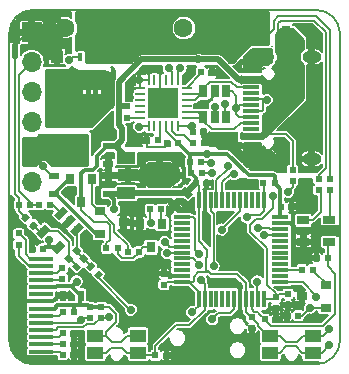
<source format=gtl>
G04 #@! TF.GenerationSoftware,KiCad,Pcbnew,5.1.4+dfsg1-1*
G04 #@! TF.CreationDate,2020-04-12T23:52:35+02:00*
G04 #@! TF.ProjectId,OtterIron_Devkit,4f747465-7249-4726-9f6e-5f4465766b69,rev?*
G04 #@! TF.SameCoordinates,Original*
G04 #@! TF.FileFunction,Copper,L1,Top*
G04 #@! TF.FilePolarity,Positive*
%FSLAX46Y46*%
G04 Gerber Fmt 4.6, Leading zero omitted, Abs format (unit mm)*
G04 Created by KiCad (PCBNEW 5.1.4+dfsg1-1) date 2020-04-12 23:52:35*
%MOMM*%
%LPD*%
G04 APERTURE LIST*
%ADD10C,0.150000*%
%ADD11C,0.100000*%
%ADD12R,1.600000X1.200000*%
%ADD13C,1.600000*%
%ADD14R,1.600000X1.600000*%
%ADD15R,0.900000X0.600000*%
%ADD16R,0.500000X0.600000*%
%ADD17R,0.900000X0.800000*%
%ADD18R,0.800000X0.900000*%
%ADD19R,1.060000X0.650000*%
%ADD20R,0.600000X0.500000*%
%ADD21R,0.250000X0.825000*%
%ADD22R,0.825000X0.250000*%
%ADD23R,2.650000X2.650000*%
%ADD24O,1.700000X1.700000*%
%ADD25R,1.700000X1.700000*%
%ADD26R,0.600000X0.900000*%
%ADD27C,0.500000*%
%ADD28R,1.400000X1.050000*%
%ADD29R,1.475000X0.300000*%
%ADD30R,0.300000X1.475000*%
%ADD31R,0.700000X1.300000*%
%ADD32C,0.600000*%
%ADD33C,0.650000*%
%ADD34C,1.000000*%
%ADD35R,1.840000X2.200000*%
%ADD36R,1.500000X1.000000*%
%ADD37R,1.800000X1.000000*%
%ADD38C,0.850000*%
%ADD39R,0.650000X1.060000*%
%ADD40R,0.420000X0.700000*%
%ADD41C,1.710000*%
%ADD42R,2.000000X0.320000*%
%ADD43R,1.450000X0.600000*%
%ADD44O,2.100000X1.000000*%
%ADD45O,1.600000X1.000000*%
%ADD46R,1.450000X0.300000*%
%ADD47R,1.100000X1.100000*%
%ADD48C,0.700000*%
%ADD49C,0.154000*%
%ADD50C,0.300000*%
%ADD51C,0.800000*%
%ADD52C,0.200000*%
%ADD53C,0.500000*%
%ADD54C,0.254000*%
G04 APERTURE END LIST*
D10*
X88000000Y-120000001D02*
G75*
G02X85999999Y-118000000I0J2000001D01*
G01*
X114000001Y-118000000D02*
G75*
G02X112000000Y-120000001I-2000001J0D01*
G01*
X112000000Y-89999999D02*
G75*
G02X114000001Y-92000000I0J-2000001D01*
G01*
X86000000Y-92000000D02*
G75*
G02X88000000Y-90000000I2000000J0D01*
G01*
X86000000Y-92000000D02*
X85999999Y-118000000D01*
X112000000Y-90000000D02*
X88000000Y-90000000D01*
X114000000Y-118000000D02*
X114000000Y-92000000D01*
X88000000Y-120000001D02*
X112000000Y-120000001D01*
D11*
G36*
X86250000Y-94000000D02*
G01*
X86250000Y-93000000D01*
X86750000Y-93000000D01*
X86750000Y-94000000D01*
X86250000Y-94000000D01*
G37*
D12*
X91500000Y-101400000D03*
X91500000Y-98600000D03*
D13*
X90750000Y-91500000D03*
D14*
X95750000Y-91500000D03*
D13*
X100750000Y-91500000D03*
D14*
X105750000Y-91500000D03*
D15*
X89800000Y-104050000D03*
X89800000Y-105550000D03*
D16*
X96030000Y-110500000D03*
X96970000Y-110500000D03*
D17*
X95700000Y-108000000D03*
X93700000Y-108950000D03*
X93700000Y-107050000D03*
D18*
X92100000Y-106300000D03*
X91150000Y-104300000D03*
X93050000Y-104300000D03*
D19*
X113100000Y-107750000D03*
X113100000Y-109650000D03*
X110900000Y-109650000D03*
X110900000Y-108700000D03*
X110900000Y-107750000D03*
D20*
X112200000Y-105257868D03*
X112200000Y-104317868D03*
X113136396Y-104317868D03*
X113136396Y-105257868D03*
D16*
X112030000Y-111000000D03*
X112970000Y-111000000D03*
D21*
X100300000Y-99862500D03*
X99800000Y-99862500D03*
X99300000Y-99862500D03*
X98800000Y-99862500D03*
X98300000Y-99862500D03*
X97800000Y-99862500D03*
D22*
X97087500Y-99150000D03*
X97087500Y-98650000D03*
X97087500Y-98150000D03*
X97087500Y-97650000D03*
X97087500Y-97150000D03*
X97087500Y-96650000D03*
D21*
X97800000Y-95937500D03*
X98300000Y-95937500D03*
X98800000Y-95937500D03*
X99300000Y-95937500D03*
X99800000Y-95937500D03*
X100300000Y-95937500D03*
D22*
X101012500Y-96650000D03*
X101012500Y-97150000D03*
X101012500Y-97650000D03*
X101012500Y-98150000D03*
X101012500Y-98650000D03*
X101012500Y-99150000D03*
D23*
X99050000Y-97900000D03*
D24*
X87900000Y-104600000D03*
X87900000Y-102060000D03*
X87900000Y-99520000D03*
X87900000Y-96980000D03*
X87900000Y-94440000D03*
D25*
X87900000Y-91900000D03*
D26*
X90550000Y-114200000D03*
X92050000Y-114200000D03*
D27*
X86500000Y-93000000D03*
X86500000Y-94000000D03*
D28*
X93300000Y-119020000D03*
X96900000Y-119020000D03*
X93300000Y-117580000D03*
X96900000Y-117580000D03*
X108100000Y-119020000D03*
X111700000Y-119020000D03*
X108100000Y-117580000D03*
X111700000Y-117580000D03*
D29*
X100637500Y-113050000D03*
X100637500Y-112550000D03*
X100637500Y-112050000D03*
X100637500Y-111550000D03*
X100637500Y-111050000D03*
X100637500Y-110550000D03*
X100637500Y-110050000D03*
X100637500Y-109550000D03*
X100637500Y-109050000D03*
X100637500Y-108550000D03*
X100637500Y-108050000D03*
X100637500Y-107550000D03*
D30*
X102050000Y-106137500D03*
X102550000Y-106137500D03*
X103050000Y-106137500D03*
X103550000Y-106137500D03*
X104050000Y-106137500D03*
X104550000Y-106137500D03*
X105050000Y-106137500D03*
X105550000Y-106137500D03*
X106050000Y-106137500D03*
X106550000Y-106137500D03*
X107050000Y-106137500D03*
X107550000Y-106137500D03*
D29*
X108962500Y-107550000D03*
X108962500Y-108050000D03*
X108962500Y-108550000D03*
X108962500Y-109050000D03*
X108962500Y-109550000D03*
X108962500Y-110050000D03*
X108962500Y-110550000D03*
X108962500Y-111050000D03*
X108962500Y-111550000D03*
X108962500Y-112050000D03*
X108962500Y-112550000D03*
X108962500Y-113050000D03*
D30*
X107550000Y-114462500D03*
X107050000Y-114462500D03*
X106550000Y-114462500D03*
X106050000Y-114462500D03*
X105550000Y-114462500D03*
X105050000Y-114462500D03*
X104550000Y-114462500D03*
X104050000Y-114462500D03*
X103550000Y-114462500D03*
X103050000Y-114462500D03*
X102550000Y-114462500D03*
X102050000Y-114462500D03*
D16*
X91470000Y-115600000D03*
X90530000Y-115600000D03*
D20*
X96000000Y-98180000D03*
X96000000Y-99120000D03*
D31*
X107550000Y-92000000D03*
X109450000Y-92000000D03*
D16*
X111720000Y-112000000D03*
X110780000Y-112000000D03*
X89470000Y-106500000D03*
X88530000Y-106500000D03*
D27*
X88032340Y-108232340D03*
D11*
G36*
X87643431Y-108267695D02*
G01*
X88067695Y-107843431D01*
X88421249Y-108196985D01*
X87996985Y-108621249D01*
X87643431Y-108267695D01*
X87643431Y-108267695D01*
G37*
D27*
X87367660Y-107567660D03*
D11*
G36*
X86978751Y-107603015D02*
G01*
X87403015Y-107178751D01*
X87756569Y-107532305D01*
X87332305Y-107956569D01*
X86978751Y-107603015D01*
X86978751Y-107603015D01*
G37*
D27*
X92332340Y-111067660D03*
D11*
G36*
X92367695Y-111456569D02*
G01*
X91943431Y-111032305D01*
X92296985Y-110678751D01*
X92721249Y-111103015D01*
X92367695Y-111456569D01*
X92367695Y-111456569D01*
G37*
D27*
X91667660Y-111732340D03*
D11*
G36*
X91703015Y-112121249D02*
G01*
X91278751Y-111696985D01*
X91632305Y-111343431D01*
X92056569Y-111767695D01*
X91703015Y-112121249D01*
X91703015Y-112121249D01*
G37*
D27*
X93582340Y-112382340D03*
D11*
G36*
X93193431Y-112417695D02*
G01*
X93617695Y-111993431D01*
X93971249Y-112346985D01*
X93546985Y-112771249D01*
X93193431Y-112417695D01*
X93193431Y-112417695D01*
G37*
D27*
X92917660Y-111717660D03*
D11*
G36*
X92528751Y-111753015D02*
G01*
X92953015Y-111328751D01*
X93306569Y-111682305D01*
X92882305Y-112106569D01*
X92528751Y-111753015D01*
X92528751Y-111753015D01*
G37*
D20*
X93800000Y-115130000D03*
X93800000Y-116070000D03*
D16*
X95170000Y-110200000D03*
X94230000Y-110200000D03*
X91470000Y-117400000D03*
X90530000Y-117400000D03*
D20*
X92800000Y-115130000D03*
X92800000Y-116070000D03*
D16*
X98870000Y-106900000D03*
X97930000Y-106900000D03*
X102230000Y-95300000D03*
X103170000Y-95300000D03*
X108470000Y-104650000D03*
X107530000Y-104650000D03*
X98380000Y-119250000D03*
X99320000Y-119250000D03*
X101380000Y-103800000D03*
X102320000Y-103800000D03*
X101280000Y-102900000D03*
X102220000Y-102900000D03*
D20*
X109600000Y-114970000D03*
X109600000Y-114030000D03*
X110000000Y-104470000D03*
X110000000Y-103530000D03*
D16*
X108570000Y-116200000D03*
X107630000Y-116200000D03*
X101530000Y-100300000D03*
X102470000Y-100300000D03*
X102520000Y-101250000D03*
X101580000Y-101250000D03*
X98570000Y-101050000D03*
X97630000Y-101050000D03*
X109530000Y-115900000D03*
X110470000Y-115900000D03*
X87770000Y-106500000D03*
X86830000Y-106500000D03*
D27*
X91732340Y-110367660D03*
D11*
G36*
X91767695Y-110756569D02*
G01*
X91343431Y-110332305D01*
X91696985Y-109978751D01*
X92121249Y-110403015D01*
X91767695Y-110756569D01*
X91767695Y-110756569D01*
G37*
D27*
X91067660Y-111032340D03*
D11*
G36*
X91103015Y-111421249D02*
G01*
X90678751Y-110996985D01*
X91032305Y-110643431D01*
X91456569Y-111067695D01*
X91103015Y-111421249D01*
X91103015Y-111421249D01*
G37*
D16*
X91470000Y-119200000D03*
X90530000Y-119200000D03*
D20*
X86800000Y-108930000D03*
X86800000Y-109870000D03*
D16*
X91470000Y-118300000D03*
X90530000Y-118300000D03*
D20*
X90500000Y-112770000D03*
X90500000Y-111830000D03*
D32*
X99969670Y-106530330D03*
D11*
G36*
X99863604Y-106000000D02*
G01*
X100500000Y-106636396D01*
X100075736Y-107060660D01*
X99439340Y-106424264D01*
X99863604Y-106000000D01*
X99863604Y-106000000D01*
G37*
D32*
X101030330Y-105469670D03*
D11*
G36*
X100924264Y-104939340D02*
G01*
X101560660Y-105575736D01*
X101136396Y-106000000D01*
X100500000Y-105363604D01*
X100924264Y-104939340D01*
X100924264Y-104939340D01*
G37*
D20*
X106550000Y-116970000D03*
X106550000Y-116030000D03*
D16*
X87930000Y-110250000D03*
X88870000Y-110250000D03*
X99380000Y-101300000D03*
X100320000Y-101300000D03*
D20*
X99100000Y-112330000D03*
X99100000Y-113270000D03*
D16*
X109920000Y-106650000D03*
X108980000Y-106650000D03*
D15*
X94400000Y-104050000D03*
X94400000Y-105550000D03*
D16*
X102720000Y-104650000D03*
X101780000Y-104650000D03*
D20*
X108550000Y-115270000D03*
X108550000Y-114330000D03*
D15*
X94400000Y-103050000D03*
X94400000Y-101550000D03*
D17*
X110800000Y-114250000D03*
X112800000Y-113300000D03*
X112800000Y-115200000D03*
D33*
X90187868Y-110099138D03*
D11*
G36*
X90332825Y-109494562D02*
G01*
X90792444Y-109954181D01*
X90042911Y-110703714D01*
X89583292Y-110244095D01*
X90332825Y-109494562D01*
X90332825Y-109494562D01*
G37*
D33*
X88844365Y-108755635D03*
D11*
G36*
X88989322Y-108151059D02*
G01*
X89448941Y-108610678D01*
X88699408Y-109360211D01*
X88239789Y-108900592D01*
X88989322Y-108151059D01*
X88989322Y-108151059D01*
G37*
D33*
X90400000Y-107200000D03*
D11*
G36*
X90544957Y-106595424D02*
G01*
X91004576Y-107055043D01*
X90255043Y-107804576D01*
X89795424Y-107344957D01*
X90544957Y-106595424D01*
X90544957Y-106595424D01*
G37*
D33*
X91071751Y-107871752D03*
D11*
G36*
X91216708Y-107267176D02*
G01*
X91676327Y-107726795D01*
X90926794Y-108476328D01*
X90467175Y-108016709D01*
X91216708Y-107267176D01*
X91216708Y-107267176D01*
G37*
D33*
X91743503Y-108543503D03*
D11*
G36*
X91888460Y-107938927D02*
G01*
X92348079Y-108398546D01*
X91598546Y-109148079D01*
X91138927Y-108688460D01*
X91888460Y-107938927D01*
X91888460Y-107938927D01*
G37*
D34*
X97323800Y-104000000D03*
D11*
G36*
X97823800Y-105100000D02*
G01*
X96823800Y-104400000D01*
X96823800Y-103600000D01*
X97823800Y-102900000D01*
X97823800Y-105100000D01*
X97823800Y-105100000D01*
G37*
D35*
X98733500Y-104000000D03*
D36*
X95920000Y-105500000D03*
D37*
X96066500Y-104000000D03*
D36*
X95920000Y-102500000D03*
D38*
X100067000Y-104000000D03*
D11*
G36*
X99642000Y-102900000D02*
G01*
X100492000Y-103500000D01*
X100492000Y-104500000D01*
X99642000Y-105100000D01*
X99642000Y-102900000D01*
X99642000Y-102900000D01*
G37*
D39*
X103400000Y-99100000D03*
X104350000Y-99100000D03*
X102450000Y-99100000D03*
X102450000Y-96900000D03*
X103400000Y-96900000D03*
X104350000Y-96900000D03*
D40*
X93975000Y-93950000D03*
X92675000Y-93950000D03*
X93325000Y-93950000D03*
X92025000Y-93950000D03*
D41*
X93000000Y-95905000D03*
D11*
G36*
X93765000Y-97300000D02*
G01*
X93765000Y-96760000D01*
X93535000Y-96760000D01*
X93535000Y-97300000D01*
X93115000Y-97300000D01*
X93115000Y-96760000D01*
X92885000Y-96760000D01*
X92885000Y-97300000D01*
X92465000Y-97300000D01*
X92465000Y-96760000D01*
X92235000Y-96760000D01*
X92235000Y-97300000D01*
X91815000Y-97300000D01*
X91815000Y-95050000D01*
X94185000Y-95050000D01*
X94185000Y-97300000D01*
X93765000Y-97300000D01*
X93765000Y-97300000D01*
G37*
D18*
X98000000Y-110100000D03*
X97050000Y-108100000D03*
X98950000Y-108100000D03*
D42*
X88700000Y-111050776D03*
X88700000Y-111656929D03*
X88700000Y-112263082D03*
X88700000Y-112869235D03*
X88700000Y-113475388D03*
X88700000Y-114081541D03*
X88700000Y-114687694D03*
X88700000Y-115293847D03*
X88700000Y-115900000D03*
X88700000Y-116506153D03*
X88700000Y-117112306D03*
X88700000Y-117718459D03*
X88700000Y-118324612D03*
X88700000Y-118930776D03*
D43*
X106500000Y-100700000D03*
X106500000Y-95900000D03*
X106500000Y-95100000D03*
X106500000Y-101500000D03*
D44*
X107415000Y-102620000D03*
X107415000Y-93980000D03*
D45*
X111595000Y-102620000D03*
X111595000Y-93980000D03*
D43*
X106500000Y-95100000D03*
X106500000Y-95900000D03*
D46*
X106500000Y-96550000D03*
X106500000Y-97050000D03*
X106500000Y-97550000D03*
X106500000Y-98050000D03*
X106500000Y-98550000D03*
X106500000Y-99050000D03*
X106500000Y-99550000D03*
X106500000Y-100050000D03*
D43*
X106500000Y-100700000D03*
X106500000Y-101500000D03*
D47*
X90050000Y-93950000D03*
X90050000Y-96750000D03*
D48*
X99600000Y-104000000D03*
X98700000Y-104000000D03*
X97800000Y-104000000D03*
X96800000Y-104000000D03*
X95800000Y-104000000D03*
X98200000Y-98700000D03*
X98200000Y-97100000D03*
X97000000Y-95900000D03*
X101400000Y-95300000D03*
X103900000Y-95500000D03*
X102300000Y-98000000D03*
X96500000Y-100800000D03*
X93900000Y-100400000D03*
X94800000Y-100400000D03*
X104000000Y-100700000D03*
X104000000Y-101500000D03*
X105400000Y-109200000D03*
X106300000Y-118000000D03*
X93100000Y-113900000D03*
X88700000Y-107500000D03*
X105600000Y-104600000D03*
X102800000Y-100800000D03*
X111800000Y-116100000D03*
X112100000Y-108700000D03*
X110700000Y-111000000D03*
X101200000Y-106700000D03*
X96900000Y-106700000D03*
X96000000Y-106700000D03*
X111800000Y-106500000D03*
X102700000Y-107600000D03*
X97100000Y-109200000D03*
X96000000Y-109000000D03*
X102700000Y-109300000D03*
X104400000Y-111700000D03*
X106200000Y-112200000D03*
X104000000Y-107600000D03*
X110600000Y-105800000D03*
X111100000Y-104900000D03*
X112000000Y-110100000D03*
X104900000Y-113100000D03*
X105000000Y-117800000D03*
X100300000Y-115400000D03*
X98600000Y-116400000D03*
X95600000Y-116000000D03*
X98700000Y-114200000D03*
X100300000Y-113900000D03*
X98200000Y-113000000D03*
X96700000Y-114500000D03*
X95100000Y-113300000D03*
X97000000Y-111500000D03*
X94600000Y-111500000D03*
X93200000Y-110300000D03*
X91100000Y-105500000D03*
X107000000Y-110400000D03*
X110600000Y-113700000D03*
X110400000Y-115000000D03*
X86750000Y-114750000D03*
X86750000Y-112250000D03*
X86750000Y-118250000D03*
X92000000Y-118250000D03*
X92000000Y-119250000D03*
X99380748Y-110607913D03*
X94437986Y-116043051D03*
X102000000Y-94200000D03*
X101500000Y-99800000D03*
X92041691Y-116287999D03*
X99176770Y-109683831D03*
X106111448Y-107534351D03*
X97000000Y-99900000D03*
X103400000Y-98200000D03*
X91700000Y-113000000D03*
X89400000Y-109500000D03*
X102771216Y-102185655D03*
X113107062Y-117054728D03*
X111500000Y-115200000D03*
X94900000Y-106900000D03*
X101500000Y-115600000D03*
X103127748Y-103831941D03*
X107052861Y-108444275D03*
X99500000Y-94954010D03*
X103098498Y-102974466D03*
X107600000Y-109100000D03*
X100500000Y-94954010D03*
X103200000Y-116200000D03*
X103300000Y-111700000D03*
X102100000Y-110700000D03*
X108297718Y-105800304D03*
X109616510Y-105400000D03*
X104000000Y-108600000D03*
X98045986Y-108050002D03*
X107000000Y-113000000D03*
X96300000Y-115400000D03*
X88900000Y-103250000D03*
X91104018Y-94250000D03*
X104300000Y-98000000D03*
X107800000Y-97600000D03*
X104500000Y-103200000D03*
X105003877Y-103903877D03*
X105181010Y-98299696D03*
X113100000Y-118400000D03*
X112000000Y-114300000D03*
X102233027Y-112900000D03*
X102040303Y-111613569D03*
D49*
X87600000Y-91900000D02*
X87900000Y-91900000D01*
X86500000Y-93000000D02*
X87600000Y-91900000D01*
X102720000Y-104650000D02*
X102720000Y-105104000D01*
X97087500Y-96650000D02*
X97087500Y-95987500D01*
X97087500Y-95987500D02*
X97000000Y-95900000D01*
X97037500Y-95937500D02*
X97000000Y-95900000D01*
X97800000Y-95937500D02*
X97037500Y-95937500D01*
X98800000Y-97650000D02*
X99050000Y-97900000D01*
X98800000Y-95937500D02*
X98800000Y-97650000D01*
X102620802Y-98000000D02*
X102300000Y-98000000D01*
X103400000Y-97220802D02*
X102620802Y-98000000D01*
X103400000Y-96900000D02*
X103400000Y-97220802D01*
X99148999Y-101581001D02*
X97707001Y-101581001D01*
X99380000Y-101350000D02*
X99148999Y-101581001D01*
X97630000Y-101504000D02*
X97630000Y-101050000D01*
X97707001Y-101581001D02*
X97630000Y-101504000D01*
X99380000Y-101300000D02*
X99380000Y-101350000D01*
D50*
X90190730Y-114200000D02*
X90550000Y-114200000D01*
X89703036Y-114687694D02*
X90190730Y-114200000D01*
X88700000Y-114687694D02*
X89703036Y-114687694D01*
D49*
X108550000Y-116180000D02*
X108570000Y-116200000D01*
X108550000Y-115270000D02*
X108550000Y-116180000D01*
X106450000Y-116970000D02*
X106046000Y-116566000D01*
X106500000Y-116970000D02*
X106450000Y-116970000D01*
X106046000Y-116491802D02*
X106000000Y-116445802D01*
X106046000Y-116566000D02*
X106046000Y-116491802D01*
X106000000Y-116445802D02*
X106000000Y-116250000D01*
D51*
X90050000Y-93950000D02*
X90050000Y-93800000D01*
X90050000Y-93800000D02*
X89000000Y-92750000D01*
X89000000Y-92750000D02*
X88500000Y-92750000D01*
X88500000Y-92500000D02*
X87900000Y-91900000D01*
X88500000Y-92750000D02*
X88500000Y-92500000D01*
X88300000Y-91500000D02*
X87900000Y-91900000D01*
X90750000Y-91500000D02*
X88300000Y-91500000D01*
X89000000Y-92750000D02*
X89000000Y-92500000D01*
X90050000Y-92200000D02*
X90050000Y-93950000D01*
X90750000Y-91500000D02*
X90050000Y-92200000D01*
D50*
X86812306Y-114687694D02*
X86750000Y-114750000D01*
X88700000Y-114687694D02*
X86812306Y-114687694D01*
X100637500Y-112550000D02*
X99550000Y-112550000D01*
X105550000Y-114462500D02*
X105550000Y-113550000D01*
X105550000Y-114462500D02*
X105550000Y-115450000D01*
X108962500Y-108050000D02*
X109950000Y-108050000D01*
X102550000Y-105274000D02*
X102720000Y-105104000D01*
X102550000Y-106137500D02*
X102550000Y-105274000D01*
X102550000Y-107450000D02*
X102700000Y-107600000D01*
X102550000Y-106137500D02*
X102550000Y-107450000D01*
X96505026Y-95900000D02*
X96500000Y-95905026D01*
X97000000Y-95900000D02*
X96505026Y-95900000D01*
X97000000Y-95900000D02*
X97000000Y-95500000D01*
X97000000Y-95900000D02*
X97000000Y-95250000D01*
D49*
X99438661Y-110550000D02*
X99380748Y-110607913D01*
X100637500Y-110550000D02*
X99438661Y-110550000D01*
X94411037Y-116070000D02*
X94437986Y-116043051D01*
X93800000Y-116070000D02*
X94411037Y-116070000D01*
X93220000Y-116600000D02*
X93750000Y-116070000D01*
X89923287Y-117112306D02*
X90166594Y-116868999D01*
X88700000Y-117112306D02*
X89923287Y-117112306D01*
X90166594Y-116868999D02*
X92283797Y-116868999D01*
X92283797Y-116868999D02*
X92552796Y-116600000D01*
X93750000Y-116070000D02*
X93800000Y-116070000D01*
X92552796Y-116600000D02*
X93220000Y-116600000D01*
D52*
X101092500Y-99862500D02*
X101530000Y-100300000D01*
X100300000Y-99862500D02*
X101092500Y-99862500D01*
D49*
X96000000Y-95600000D02*
X96500000Y-95100000D01*
X101437500Y-99862500D02*
X101500000Y-99800000D01*
X101092500Y-99862500D02*
X101437500Y-99862500D01*
D53*
X95046201Y-101550000D02*
X95996201Y-102500000D01*
X94400000Y-101550000D02*
X95046201Y-101550000D01*
X97200000Y-94200000D02*
X95295999Y-96104001D01*
X102000000Y-94200000D02*
X97200000Y-94200000D01*
X95380000Y-98180000D02*
X95295999Y-98095999D01*
X96000000Y-98180000D02*
X95380000Y-98180000D01*
X95295999Y-96104001D02*
X95295999Y-98095999D01*
X102494974Y-94200000D02*
X102000000Y-94200000D01*
X106500000Y-95900000D02*
X105415922Y-95900000D01*
X103715922Y-94200000D02*
X102494974Y-94200000D01*
X105415922Y-95900000D02*
X103715922Y-94200000D01*
D49*
X109400000Y-100500000D02*
X107579000Y-100500000D01*
X107579000Y-100500000D02*
X107379000Y-100700000D01*
X110000000Y-103530000D02*
X110000000Y-101100000D01*
X110000000Y-101100000D02*
X109400000Y-100500000D01*
X112800000Y-103400000D02*
X112200000Y-104000000D01*
X112800000Y-91900000D02*
X112800000Y-103400000D01*
X111800000Y-90900000D02*
X112800000Y-91900000D01*
X109450000Y-92000000D02*
X108946000Y-92000000D01*
X112200000Y-104000000D02*
X112200000Y-104317868D01*
X108946000Y-92000000D02*
X108800000Y-91854000D01*
X108800000Y-91854000D02*
X108800000Y-91100000D01*
X109000000Y-90900000D02*
X111800000Y-90900000D01*
X108800000Y-91100000D02*
X109000000Y-90900000D01*
X93400000Y-103200000D02*
X93000000Y-103600000D01*
X92100000Y-106300000D02*
X92100000Y-106904000D01*
X94264408Y-108000000D02*
X94500000Y-108235592D01*
X94500000Y-108235592D02*
X94500000Y-109476000D01*
X94500000Y-109476000D02*
X94230000Y-109746000D01*
X93196000Y-108000000D02*
X94264408Y-108000000D01*
X92100000Y-106904000D02*
X93196000Y-108000000D01*
X94230000Y-109746000D02*
X94230000Y-110200000D01*
D50*
X93400000Y-102400000D02*
X93400000Y-103200000D01*
X94250000Y-101550000D02*
X93400000Y-102400000D01*
X94400000Y-101550000D02*
X94250000Y-101550000D01*
D53*
X95545999Y-101050202D02*
X95046201Y-101550000D01*
X95295999Y-99780077D02*
X95554001Y-100038079D01*
X95295999Y-98095999D02*
X95295999Y-99780077D01*
X95554001Y-100038079D02*
X95554001Y-100530077D01*
X95554001Y-100530077D02*
X95545999Y-100538079D01*
X95545999Y-100538079D02*
X95545999Y-101050202D01*
D50*
X92406799Y-103545999D02*
X92100000Y-103852798D01*
X93400000Y-103200000D02*
X93054001Y-103545999D01*
X92100000Y-105550000D02*
X92100000Y-106300000D01*
X92100000Y-103852798D02*
X92100000Y-105550000D01*
X93054001Y-103545999D02*
X92406799Y-103545999D01*
D49*
X107379000Y-100700000D02*
X106500000Y-100700000D01*
X97370000Y-110100000D02*
X96970000Y-110500000D01*
X98000000Y-110100000D02*
X97370000Y-110100000D01*
X96488999Y-111031001D02*
X96970000Y-110550000D01*
X95547001Y-111031001D02*
X96488999Y-111031001D01*
X95170000Y-110654000D02*
X95547001Y-111031001D01*
X96970000Y-110550000D02*
X96970000Y-110500000D01*
X95170000Y-110200000D02*
X95170000Y-110654000D01*
D52*
X90211541Y-117718459D02*
X90530000Y-117400000D01*
X88700000Y-117718459D02*
X90211541Y-117718459D01*
D49*
X99542939Y-110050000D02*
X99526769Y-110033830D01*
X100637500Y-110050000D02*
X99542939Y-110050000D01*
X99526769Y-110033830D02*
X99176770Y-109683831D01*
X92182001Y-116287999D02*
X92041691Y-116287999D01*
X92800000Y-116070000D02*
X92400000Y-116070000D01*
X90126000Y-116474000D02*
X91855690Y-116474000D01*
X88700000Y-116506153D02*
X90093847Y-116506153D01*
X92259690Y-116070000D02*
X92800000Y-116070000D01*
X91855690Y-116474000D02*
X92259690Y-116070000D01*
X90093847Y-116506153D02*
X90126000Y-116474000D01*
X98870000Y-108020000D02*
X98950000Y-108100000D01*
X98870000Y-106900000D02*
X98870000Y-108020000D01*
X107380000Y-104800000D02*
X107530000Y-104650000D01*
X107550000Y-104670000D02*
X107530000Y-104650000D01*
X107550000Y-106137500D02*
X107550000Y-104670000D01*
X107210011Y-107368989D02*
X106276810Y-107368989D01*
X106276810Y-107368989D02*
X106111448Y-107534351D01*
X107550000Y-106137500D02*
X107550000Y-107029000D01*
X107550000Y-107029000D02*
X107210011Y-107368989D01*
X97037500Y-99862500D02*
X97000000Y-99900000D01*
X97800000Y-99862500D02*
X97037500Y-99862500D01*
D52*
X102050000Y-104920000D02*
X101780000Y-104650000D01*
X102050000Y-106137500D02*
X102050000Y-104920000D01*
X106050000Y-115580000D02*
X106500000Y-116030000D01*
X106050000Y-114462500D02*
X106050000Y-115580000D01*
D50*
X101780000Y-104200000D02*
X101380000Y-103800000D01*
X101780000Y-104650000D02*
X101780000Y-104200000D01*
X101280000Y-103700000D02*
X101380000Y-103800000D01*
X101280000Y-102900000D02*
X101280000Y-103700000D01*
X101280000Y-102900000D02*
X101280000Y-102260000D01*
D52*
X99300000Y-100280000D02*
X100320000Y-101300000D01*
X99300000Y-99862500D02*
X99300000Y-100280000D01*
D50*
X91250000Y-113400000D02*
X92050000Y-114200000D01*
X90075388Y-113400000D02*
X91250000Y-113400000D01*
X88700000Y-113475388D02*
X90000000Y-113475388D01*
X90000000Y-113475388D02*
X90075388Y-113400000D01*
X89020862Y-110099138D02*
X88870000Y-110250000D01*
X101280000Y-102260000D02*
X101200000Y-102200000D01*
X101200000Y-102200000D02*
X100320000Y-101300000D01*
D52*
X94180000Y-117580000D02*
X93300000Y-117580000D01*
X95480000Y-118100000D02*
X94700000Y-118100000D01*
X96900000Y-117580000D02*
X96000000Y-117580000D01*
X96000000Y-117580000D02*
X95480000Y-118100000D01*
D49*
X103400000Y-99100000D02*
X103400000Y-98200000D01*
X107100000Y-116630000D02*
X106500000Y-116030000D01*
X108100000Y-117580000D02*
X107925000Y-117580000D01*
X107100000Y-116755000D02*
X107100000Y-116630000D01*
X107925000Y-117580000D02*
X107100000Y-116755000D01*
X110846000Y-117580000D02*
X111700000Y-117580000D01*
X109474000Y-118100000D02*
X110326000Y-118100000D01*
X108100000Y-117580000D02*
X108954000Y-117580000D01*
X110326000Y-118100000D02*
X110846000Y-117580000D01*
X108954000Y-117580000D02*
X109474000Y-118100000D01*
D50*
X91250000Y-113400000D02*
X91300000Y-113400000D01*
X91300000Y-113400000D02*
X91700000Y-113000000D01*
X89400862Y-109500862D02*
X89400000Y-109500000D01*
X89400862Y-110099138D02*
X89400862Y-109500862D01*
X90187868Y-110099138D02*
X89400862Y-110099138D01*
X89400862Y-110099138D02*
X89020862Y-110099138D01*
X91470000Y-115030000D02*
X91500000Y-115000000D01*
X91470000Y-115600000D02*
X91470000Y-115030000D01*
X108420000Y-104000000D02*
X106267924Y-104000000D01*
X104467924Y-102200000D02*
X101200000Y-102200000D01*
X106267924Y-104000000D02*
X104467924Y-102200000D01*
X108470000Y-104050000D02*
X108420000Y-104000000D01*
X108470000Y-104650000D02*
X108470000Y-104050000D01*
D52*
X102900000Y-112200000D02*
X102882429Y-112217571D01*
X101988497Y-112217571D02*
X101629001Y-112577067D01*
X101629001Y-112577067D02*
X101629001Y-112995999D01*
X101575000Y-113050000D02*
X100637500Y-113050000D01*
X101629001Y-112995999D02*
X101575000Y-113050000D01*
X102882429Y-112217571D02*
X101988497Y-112217571D01*
X94200000Y-117600000D02*
X94180000Y-117580000D01*
X94700000Y-118100000D02*
X94200000Y-117600000D01*
D50*
X90036799Y-114995999D02*
X91023201Y-114995999D01*
X89975999Y-115217848D02*
X89975999Y-115056799D01*
X91023201Y-114995999D02*
X91027202Y-115000000D01*
X89900000Y-115293847D02*
X89975999Y-115217848D01*
X91027202Y-115000000D02*
X91500000Y-115000000D01*
X89975999Y-115056799D02*
X90036799Y-114995999D01*
X88700000Y-115293847D02*
X89900000Y-115293847D01*
D53*
X101030330Y-105399670D02*
X101030330Y-105469670D01*
X101780000Y-104650000D02*
X101030330Y-105399670D01*
X95946201Y-105550000D02*
X95996201Y-105500000D01*
X94400000Y-105550000D02*
X95946201Y-105550000D01*
X100471735Y-105504001D02*
X100506066Y-105469670D01*
X97250202Y-105504001D02*
X100471735Y-105504001D01*
X97246201Y-105500000D02*
X97250202Y-105504001D01*
X100506066Y-105469670D02*
X101030330Y-105469670D01*
X95996201Y-105500000D02*
X97246201Y-105500000D01*
D49*
X112757063Y-117404727D02*
X113107062Y-117054728D01*
X112581790Y-117580000D02*
X112757063Y-117404727D01*
X111700000Y-117580000D02*
X112581790Y-117580000D01*
X112800000Y-115200000D02*
X111500000Y-115200000D01*
D50*
X94900000Y-106050000D02*
X94400000Y-105550000D01*
X94900000Y-106900000D02*
X94900000Y-106050000D01*
D52*
X99320000Y-113050000D02*
X99100000Y-113270000D01*
X100637500Y-113050000D02*
X99320000Y-113050000D01*
X102050000Y-113875000D02*
X102050000Y-114462500D01*
X101225000Y-113050000D02*
X102050000Y-113875000D01*
X100637500Y-113050000D02*
X101225000Y-113050000D01*
D49*
X102050000Y-114462500D02*
X102050000Y-115050000D01*
X102050000Y-115050000D02*
X101746000Y-115354000D01*
X101746000Y-115354000D02*
X101500000Y-115600000D01*
X110800000Y-115900000D02*
X111500000Y-115200000D01*
X110470000Y-115900000D02*
X110800000Y-115900000D01*
D50*
X108962500Y-105142500D02*
X108470000Y-104650000D01*
X108962500Y-107550000D02*
X108962500Y-105142500D01*
D52*
X102050000Y-107075000D02*
X102057509Y-107082509D01*
X102695999Y-111010079D02*
X102695999Y-111995999D01*
X102787987Y-110918091D02*
X102695999Y-111010079D01*
X102057509Y-109563585D02*
X102787987Y-110294063D01*
X102787987Y-110294063D02*
X102787987Y-110918091D01*
X102695999Y-111995999D02*
X102900000Y-112200000D01*
X102057509Y-107082509D02*
X102057509Y-109563585D01*
X102050000Y-106137500D02*
X102050000Y-107075000D01*
X106050000Y-113150000D02*
X106050000Y-114462500D01*
X102900000Y-112200000D02*
X103100000Y-112400000D01*
X105300000Y-112400000D02*
X106050000Y-113150000D01*
X103100000Y-112400000D02*
X105300000Y-112400000D01*
D49*
X94200000Y-117259884D02*
X94200000Y-117600000D01*
X94427880Y-115130000D02*
X95018999Y-115721119D01*
X93800000Y-115130000D02*
X94427880Y-115130000D01*
X95018999Y-115721119D02*
X95018999Y-116440885D01*
X95018999Y-116440885D02*
X94200000Y-117259884D01*
D50*
X92670000Y-115000000D02*
X92800000Y-115130000D01*
X91500000Y-115000000D02*
X92670000Y-115000000D01*
X93800000Y-115130000D02*
X92800000Y-115130000D01*
X92000000Y-114250000D02*
X92050000Y-114200000D01*
X92670000Y-115000000D02*
X92000000Y-115000000D01*
X92000000Y-115000000D02*
X92000000Y-114250000D01*
D49*
X103095807Y-103800000D02*
X103127748Y-103831941D01*
X102320000Y-103800000D02*
X103095807Y-103800000D01*
X108071000Y-108550000D02*
X107965275Y-108444275D01*
X108962500Y-108550000D02*
X108071000Y-108550000D01*
X107965275Y-108444275D02*
X107547835Y-108444275D01*
X107547835Y-108444275D02*
X107052861Y-108444275D01*
X99800000Y-95937500D02*
X99800000Y-95254010D01*
X99800000Y-95254010D02*
X99500000Y-94954010D01*
X102220000Y-102900000D02*
X103024032Y-102900000D01*
X103024032Y-102900000D02*
X103098498Y-102974466D01*
X108912500Y-109100000D02*
X108962500Y-109050000D01*
X107600000Y-109100000D02*
X108912500Y-109100000D01*
X100300000Y-95937500D02*
X100300000Y-95154010D01*
X100300000Y-95154010D02*
X100500000Y-94954010D01*
X102200000Y-97150000D02*
X102450000Y-96900000D01*
X101012500Y-97150000D02*
X102200000Y-97150000D01*
X101700000Y-97650000D02*
X102450000Y-96900000D01*
X101012500Y-97650000D02*
X101700000Y-97650000D01*
X104820802Y-96100000D02*
X103000000Y-96100000D01*
X103000000Y-96100000D02*
X102450000Y-96650000D01*
X106500000Y-96550000D02*
X105270802Y-96550000D01*
X102450000Y-96650000D02*
X102450000Y-96900000D01*
X105270802Y-96550000D02*
X104820802Y-96100000D01*
X105621000Y-99550000D02*
X105071000Y-100100000D01*
X106500000Y-99550000D02*
X105621000Y-99550000D01*
X102450000Y-99375000D02*
X102450000Y-99100000D01*
X103175000Y-100100000D02*
X102450000Y-99375000D01*
X105071000Y-100100000D02*
X103175000Y-100100000D01*
X102000000Y-98650000D02*
X102450000Y-99100000D01*
X101012500Y-98650000D02*
X102000000Y-98650000D01*
X102400000Y-99150000D02*
X102450000Y-99100000D01*
X101012500Y-99150000D02*
X102400000Y-99150000D01*
X103700000Y-115700000D02*
X103200000Y-116200000D01*
X104704000Y-115700000D02*
X103700000Y-115700000D01*
X105050000Y-114462500D02*
X105050000Y-115354000D01*
X105050000Y-115354000D02*
X104704000Y-115700000D01*
X103300000Y-107279000D02*
X103300000Y-111700000D01*
X103050000Y-106137500D02*
X103050000Y-107029000D01*
X103050000Y-107029000D02*
X103300000Y-107279000D01*
X101529000Y-107550000D02*
X101726498Y-107747498D01*
X101750001Y-110350001D02*
X102100000Y-110700000D01*
X101726498Y-107747498D02*
X101726498Y-110326498D01*
X100637500Y-107550000D02*
X101529000Y-107550000D01*
X101726498Y-110326498D02*
X101750001Y-110350001D01*
D52*
X87400000Y-110700000D02*
X87400000Y-109480000D01*
X86850000Y-108930000D02*
X86800000Y-108930000D01*
X87750776Y-111050776D02*
X87400000Y-110700000D01*
X87400000Y-109480000D02*
X86850000Y-108930000D01*
X88700000Y-111050776D02*
X87750776Y-111050776D01*
X86800000Y-110800000D02*
X86800000Y-109870000D01*
X88700000Y-111656929D02*
X87656929Y-111656929D01*
X87656929Y-111656929D02*
X86800000Y-110800000D01*
X90066918Y-112263082D02*
X90500000Y-111830000D01*
X88700000Y-112263082D02*
X90066918Y-112263082D01*
X90400765Y-112869235D02*
X90500000Y-112770000D01*
X88700000Y-112869235D02*
X90400765Y-112869235D01*
X90230000Y-115900000D02*
X90530000Y-115600000D01*
X88700000Y-115900000D02*
X90230000Y-115900000D01*
X90505388Y-118324612D02*
X90530000Y-118300000D01*
X88700000Y-118324612D02*
X90505388Y-118324612D01*
X90260776Y-118930776D02*
X90530000Y-119200000D01*
X88700000Y-118930776D02*
X90260776Y-118930776D01*
X89700000Y-106500000D02*
X90400000Y-107200000D01*
X89370000Y-106500000D02*
X89700000Y-106500000D01*
D49*
X91667660Y-111632340D02*
X91067660Y-111032340D01*
X91667660Y-111732340D02*
X91667660Y-111632340D01*
X91067660Y-111032340D02*
X91067660Y-109667660D01*
X90155635Y-108755635D02*
X88844365Y-108755635D01*
X91067660Y-109667660D02*
X90155635Y-108755635D01*
D52*
X88555635Y-108755635D02*
X88032340Y-108232340D01*
X88844365Y-108755635D02*
X88555635Y-108755635D01*
D49*
X91732340Y-110532340D02*
X91732340Y-110367660D01*
X92917660Y-111717660D02*
X91732340Y-110532340D01*
X91732340Y-108554666D02*
X91743503Y-108543503D01*
X91732340Y-110367660D02*
X91732340Y-108554666D01*
X108417500Y-114462500D02*
X107550000Y-114462500D01*
X108550000Y-114330000D02*
X108417500Y-114462500D01*
X108850000Y-114030000D02*
X108550000Y-114330000D01*
X109600000Y-114030000D02*
X108850000Y-114030000D01*
X110000000Y-104470000D02*
X110000000Y-105016510D01*
X109966509Y-105050001D02*
X109616510Y-105400000D01*
X110000000Y-105016510D02*
X109966509Y-105050001D01*
X107400000Y-107700000D02*
X108297718Y-106802282D01*
X106400000Y-108200000D02*
X106900000Y-107700000D01*
X106900000Y-107700000D02*
X107400000Y-107700000D01*
X108550000Y-114013000D02*
X107800000Y-113263000D01*
X108550000Y-114330000D02*
X108550000Y-114013000D01*
X108297718Y-106295278D02*
X108297718Y-105800304D01*
X108297718Y-106802282D02*
X108297718Y-106295278D01*
X106400000Y-108800000D02*
X106400000Y-108200000D01*
X107800000Y-110200000D02*
X106400000Y-108800000D01*
X107800000Y-113263000D02*
X107800000Y-110200000D01*
X104349999Y-108250001D02*
X104000000Y-108600000D01*
X105550000Y-106137500D02*
X105550000Y-107050000D01*
X105550000Y-107050000D02*
X104349999Y-108250001D01*
X97930000Y-107934016D02*
X98045986Y-108050002D01*
X97930000Y-106900000D02*
X97930000Y-107934016D01*
X93582340Y-112735894D02*
X96146446Y-115300000D01*
X93582340Y-112382340D02*
X93582340Y-112735894D01*
X107000000Y-114412500D02*
X107050000Y-114462500D01*
X107000000Y-113000000D02*
X107000000Y-114412500D01*
X110730000Y-112050000D02*
X110780000Y-112000000D01*
X108962500Y-112050000D02*
X110730000Y-112050000D01*
X112950000Y-113300000D02*
X113000000Y-113300000D01*
X111720000Y-112070000D02*
X112950000Y-113300000D01*
X111720000Y-112000000D02*
X111720000Y-112070000D01*
D52*
X89650000Y-104050000D02*
X88900000Y-103300000D01*
X88900000Y-103300000D02*
X88900000Y-103250000D01*
X89800000Y-104050000D02*
X89650000Y-104050000D01*
X90080000Y-104050000D02*
X89800000Y-104050000D01*
X91404018Y-93950000D02*
X91104018Y-94250000D01*
X92025000Y-93950000D02*
X91404018Y-93950000D01*
D49*
X104300000Y-99050000D02*
X104350000Y-99100000D01*
X104300000Y-98000000D02*
X104300000Y-99050000D01*
X107379000Y-98550000D02*
X106500000Y-98550000D01*
X107456001Y-98472999D02*
X107379000Y-98550000D01*
X107379000Y-97550000D02*
X107456001Y-97627001D01*
X107456001Y-97627001D02*
X107456001Y-98472999D01*
X106500000Y-97550000D02*
X107379000Y-97550000D01*
X107456001Y-97627001D02*
X107772999Y-97627001D01*
X107772999Y-97627001D02*
X107800000Y-97600000D01*
X104500000Y-103494974D02*
X104500000Y-103200000D01*
X103550000Y-106137500D02*
X103550000Y-104444974D01*
X103550000Y-104444974D02*
X104500000Y-103494974D01*
X104750000Y-103903877D02*
X105003877Y-103903877D01*
X104050000Y-106137500D02*
X104050000Y-104603877D01*
X104050000Y-104603877D02*
X104750000Y-103903877D01*
X106500000Y-99050000D02*
X105436340Y-99050000D01*
X104350000Y-96900000D02*
X104829000Y-96900000D01*
X105181010Y-97252010D02*
X105181010Y-97804722D01*
X104829000Y-96900000D02*
X105181010Y-97252010D01*
X105430706Y-98050000D02*
X105181010Y-98299696D01*
X106500000Y-98050000D02*
X105430706Y-98050000D01*
X105181010Y-97804722D02*
X105181010Y-98299696D01*
X105181010Y-98794670D02*
X105181010Y-98299696D01*
X105436340Y-99050000D02*
X105181010Y-98794670D01*
X98800000Y-100820000D02*
X98800000Y-99862500D01*
X98570000Y-101050000D02*
X98800000Y-100820000D01*
D52*
X101472798Y-101250000D02*
X101580000Y-101250000D01*
X100822798Y-100600000D02*
X101472798Y-101250000D01*
X100125000Y-100600000D02*
X100822798Y-100600000D01*
X99800000Y-99862500D02*
X99800000Y-100275000D01*
X99800000Y-100275000D02*
X100125000Y-100600000D01*
D49*
X101012500Y-96650000D02*
X101012500Y-96587500D01*
X102230000Y-95370000D02*
X102230000Y-95300000D01*
X101012500Y-96587500D02*
X102230000Y-95370000D01*
X107630000Y-116150000D02*
X107630000Y-116200000D01*
X106550000Y-115354000D02*
X106744999Y-115548999D01*
X106744999Y-115548999D02*
X107028999Y-115548999D01*
X106550000Y-114462500D02*
X106550000Y-115354000D01*
X107190000Y-115710000D02*
X107630000Y-116150000D01*
X107028999Y-115548999D02*
X107190000Y-115710000D01*
X113000000Y-111030000D02*
X112970000Y-111000000D01*
X113000000Y-110970000D02*
X112970000Y-111000000D01*
X113100000Y-109650000D02*
X113000000Y-109750000D01*
X113000000Y-109750000D02*
X113000000Y-110970000D01*
X112970000Y-111454000D02*
X112970000Y-111000000D01*
X112970000Y-111712000D02*
X112970000Y-111454000D01*
X113600000Y-112342000D02*
X112970000Y-111712000D01*
X108180000Y-116800000D02*
X112540116Y-116800000D01*
X107630000Y-116250000D02*
X108180000Y-116800000D01*
X112540116Y-116800000D02*
X113600000Y-115740116D01*
X113600000Y-115740116D02*
X113600000Y-112342000D01*
X107630000Y-116200000D02*
X107630000Y-116250000D01*
X111750000Y-107750000D02*
X110900000Y-107750000D01*
X112400000Y-107100000D02*
X111750000Y-107750000D01*
X112200000Y-105257868D02*
X112400000Y-105457868D01*
X112400000Y-105457868D02*
X112400000Y-107100000D01*
X113136396Y-107713604D02*
X113100000Y-107750000D01*
X113136396Y-105257868D02*
X113136396Y-107713604D01*
X97057500Y-99120000D02*
X97087500Y-99150000D01*
X96000000Y-99120000D02*
X97057500Y-99120000D01*
X108954000Y-119020000D02*
X108100000Y-119020000D01*
X109474000Y-118500000D02*
X108954000Y-119020000D01*
X110300000Y-118500000D02*
X109474000Y-118500000D01*
X111700000Y-119020000D02*
X110820000Y-119020000D01*
X110820000Y-119020000D02*
X110300000Y-118500000D01*
X111700000Y-119020000D02*
X112480000Y-119020000D01*
X112480000Y-119020000D02*
X113100000Y-118400000D01*
X112000000Y-114300000D02*
X112000000Y-114200000D01*
X110850000Y-113050000D02*
X109854000Y-113050000D01*
X112000000Y-114200000D02*
X110850000Y-113050000D01*
X109854000Y-113050000D02*
X108962500Y-113050000D01*
D52*
X87770000Y-106500000D02*
X88430000Y-106500000D01*
D49*
X87770000Y-106246000D02*
X87770000Y-106500000D01*
X86818999Y-105294999D02*
X87770000Y-106246000D01*
X87900000Y-94440000D02*
X86818999Y-95521001D01*
X86818999Y-95521001D02*
X86818999Y-105294999D01*
D51*
X93000000Y-95905000D02*
X91095000Y-95905000D01*
X91095000Y-95905000D02*
X91500000Y-96310000D01*
X91500000Y-96310000D02*
X91500000Y-97500000D01*
X91500000Y-97500000D02*
X94000000Y-97500000D01*
X94000000Y-97500000D02*
X94250000Y-97250000D01*
X94250000Y-97250000D02*
X94250000Y-95500000D01*
X94250000Y-95500000D02*
X91750000Y-95500000D01*
X91750000Y-95500000D02*
X91500000Y-95250000D01*
D52*
X86830000Y-107030000D02*
X87367660Y-107567660D01*
X86830000Y-106500000D02*
X86830000Y-107030000D01*
D49*
X86830000Y-105938000D02*
X86830000Y-106500000D01*
X86500000Y-94000000D02*
X86500000Y-105608000D01*
X86500000Y-105608000D02*
X86830000Y-105938000D01*
D52*
X96000000Y-119020000D02*
X96900000Y-119020000D01*
X94200000Y-119020000D02*
X94624001Y-118595999D01*
X95575999Y-118595999D02*
X96000000Y-119020000D01*
X94624001Y-118595999D02*
X95575999Y-118595999D01*
X93300000Y-119020000D02*
X94200000Y-119020000D01*
X97130000Y-119250000D02*
X96900000Y-119020000D01*
X98380000Y-119250000D02*
X97130000Y-119250000D01*
D49*
X102550000Y-113216973D02*
X102233027Y-112900000D01*
X102550000Y-114462500D02*
X102550000Y-113216973D01*
X102040303Y-111561303D02*
X102040303Y-111613569D01*
X100637500Y-111050000D02*
X101529000Y-111050000D01*
X101529000Y-111050000D02*
X102040303Y-111561303D01*
X102550000Y-115354000D02*
X102550000Y-114462500D01*
X98380000Y-118420000D02*
X100100000Y-116700000D01*
X98380000Y-119250000D02*
X98380000Y-118420000D01*
X101259882Y-116700000D02*
X102550000Y-115409882D01*
X100100000Y-116700000D02*
X101259882Y-116700000D01*
X102550000Y-115409882D02*
X102550000Y-115354000D01*
X113200000Y-104254264D02*
X113136396Y-104317868D01*
X113200000Y-91700000D02*
X113200000Y-104254264D01*
X108054000Y-92000000D02*
X108400000Y-91654000D01*
X108400000Y-91654000D02*
X108400000Y-90900000D01*
X107550000Y-92000000D02*
X108054000Y-92000000D01*
X108400000Y-90900000D02*
X108800000Y-90500000D01*
X112000000Y-90500000D02*
X113200000Y-91700000D01*
X108800000Y-90500000D02*
X112000000Y-90500000D01*
D50*
X91050000Y-104300000D02*
X89800000Y-105550000D01*
X91150000Y-104300000D02*
X91050000Y-104300000D01*
X89950000Y-105550000D02*
X89800000Y-105550000D01*
X93350000Y-108950000D02*
X89950000Y-105550000D01*
X93700000Y-108950000D02*
X93350000Y-108950000D01*
D49*
X93750000Y-107050000D02*
X93700000Y-107050000D01*
X94900000Y-108800000D02*
X94900000Y-108200000D01*
X94900000Y-108200000D02*
X93750000Y-107050000D01*
X96030000Y-110500000D02*
X96030000Y-109930000D01*
X96030000Y-109930000D02*
X94900000Y-108800000D01*
X93050000Y-104300000D02*
X93050000Y-106450000D01*
X93650000Y-107050000D02*
X93700000Y-107050000D01*
X93050000Y-106450000D02*
X93650000Y-107050000D01*
D52*
G36*
X86192717Y-105735280D02*
G01*
X86223453Y-105792783D01*
X86254454Y-105830558D01*
X86254459Y-105830563D01*
X86264817Y-105843184D01*
X86277438Y-105853542D01*
X86423636Y-105999741D01*
X86399527Y-106019527D01*
X86367786Y-106058203D01*
X86344200Y-106102328D01*
X86329676Y-106150207D01*
X86324772Y-106200000D01*
X86324772Y-106800000D01*
X86329676Y-106849793D01*
X86344200Y-106897672D01*
X86367786Y-106941797D01*
X86399527Y-106980473D01*
X86438203Y-107012214D01*
X86474445Y-107031586D01*
X86481123Y-107099396D01*
X86498380Y-107156281D01*
X86501366Y-107166125D01*
X86534237Y-107227623D01*
X86578475Y-107281526D01*
X86591977Y-107292607D01*
X86764465Y-107465095D01*
X86742951Y-107505343D01*
X86728427Y-107553222D01*
X86723523Y-107603015D01*
X86728427Y-107652808D01*
X86742951Y-107700687D01*
X86766537Y-107744812D01*
X86798278Y-107783488D01*
X87151832Y-108137042D01*
X87190508Y-108168783D01*
X87234633Y-108192369D01*
X87282512Y-108206893D01*
X87332305Y-108211797D01*
X87382098Y-108206893D01*
X87397901Y-108202099D01*
X87393107Y-108217902D01*
X87388203Y-108267695D01*
X87393107Y-108317488D01*
X87407631Y-108365367D01*
X87431217Y-108409492D01*
X87462958Y-108448168D01*
X87816512Y-108801722D01*
X87855188Y-108833463D01*
X87899313Y-108857049D01*
X87947192Y-108871573D01*
X87987033Y-108875497D01*
X87984561Y-108900592D01*
X87989465Y-108950385D01*
X88003989Y-108998264D01*
X88027575Y-109042389D01*
X88059316Y-109081065D01*
X88518935Y-109540684D01*
X88557611Y-109572425D01*
X88601736Y-109596011D01*
X88649615Y-109610535D01*
X88699408Y-109615439D01*
X88749201Y-109610535D01*
X88797080Y-109596011D01*
X88802670Y-109593023D01*
X88819212Y-109676180D01*
X88826913Y-109694772D01*
X88620000Y-109694772D01*
X88570207Y-109699676D01*
X88522328Y-109714200D01*
X88478203Y-109737786D01*
X88439527Y-109769527D01*
X88407786Y-109808203D01*
X88384200Y-109852328D01*
X88371785Y-109893253D01*
X88365670Y-109873093D01*
X88347099Y-109838348D01*
X88322106Y-109807894D01*
X88291652Y-109782901D01*
X88256907Y-109764330D01*
X88219207Y-109752894D01*
X88180000Y-109749032D01*
X88130000Y-109750000D01*
X88080000Y-109800000D01*
X88080000Y-110050000D01*
X88150000Y-110050000D01*
X88150000Y-110450000D01*
X88080000Y-110450000D01*
X88080000Y-110470000D01*
X87780000Y-110470000D01*
X87780000Y-110450000D01*
X87754000Y-110450000D01*
X87754000Y-110050000D01*
X87780000Y-110050000D01*
X87780000Y-109800000D01*
X87754000Y-109774000D01*
X87754000Y-109497371D01*
X87755711Y-109479999D01*
X87754000Y-109462627D01*
X87754000Y-109462618D01*
X87748877Y-109410604D01*
X87728635Y-109343875D01*
X87695764Y-109282377D01*
X87683819Y-109267822D01*
X87662606Y-109241974D01*
X87662603Y-109241971D01*
X87651526Y-109228474D01*
X87638029Y-109217397D01*
X87355228Y-108934597D01*
X87355228Y-108680000D01*
X87350324Y-108630207D01*
X87335800Y-108582328D01*
X87312214Y-108538203D01*
X87280473Y-108499527D01*
X87241797Y-108467786D01*
X87197672Y-108444200D01*
X87149793Y-108429676D01*
X87100000Y-108424772D01*
X86500000Y-108424772D01*
X86450207Y-108429676D01*
X86402328Y-108444200D01*
X86358203Y-108467786D01*
X86319527Y-108499527D01*
X86287786Y-108538203D01*
X86264200Y-108582328D01*
X86249676Y-108630207D01*
X86244772Y-108680000D01*
X86244772Y-109180000D01*
X86249676Y-109229793D01*
X86264200Y-109277672D01*
X86287786Y-109321797D01*
X86319527Y-109360473D01*
X86358203Y-109392214D01*
X86372769Y-109400000D01*
X86358203Y-109407786D01*
X86319527Y-109439527D01*
X86287786Y-109478203D01*
X86264200Y-109522328D01*
X86249676Y-109570207D01*
X86244772Y-109620000D01*
X86244772Y-110120000D01*
X86249676Y-110169793D01*
X86264200Y-110217672D01*
X86287786Y-110261797D01*
X86319527Y-110300473D01*
X86358203Y-110332214D01*
X86402328Y-110355800D01*
X86446000Y-110369048D01*
X86446000Y-110782625D01*
X86444289Y-110800000D01*
X86446000Y-110817374D01*
X86446000Y-110817381D01*
X86449724Y-110855188D01*
X86451123Y-110869396D01*
X86452506Y-110873954D01*
X86471365Y-110936124D01*
X86504236Y-110997622D01*
X86548474Y-111051525D01*
X86561977Y-111062607D01*
X87394326Y-111894958D01*
X87405403Y-111908455D01*
X87418900Y-111919532D01*
X87418904Y-111919536D01*
X87431655Y-111930000D01*
X87459306Y-111952693D01*
X87485029Y-111966442D01*
X87464200Y-112005410D01*
X87449676Y-112053289D01*
X87444772Y-112103082D01*
X87444772Y-112423082D01*
X87449676Y-112472875D01*
X87464200Y-112520754D01*
X87487786Y-112564879D01*
X87488836Y-112566159D01*
X87487786Y-112567438D01*
X87464200Y-112611563D01*
X87449676Y-112659442D01*
X87444772Y-112709235D01*
X87444772Y-113029235D01*
X87449676Y-113079028D01*
X87464200Y-113126907D01*
X87487786Y-113171032D01*
X87488836Y-113172311D01*
X87487786Y-113173591D01*
X87464200Y-113217716D01*
X87449676Y-113265595D01*
X87444772Y-113315388D01*
X87444772Y-113635388D01*
X87447699Y-113665112D01*
X87444443Y-113666853D01*
X87429289Y-113679289D01*
X87416853Y-113694443D01*
X87407612Y-113711732D01*
X87401921Y-113730491D01*
X87400000Y-113750000D01*
X87400000Y-115250000D01*
X87401921Y-115269509D01*
X87407612Y-115288268D01*
X87416853Y-115305557D01*
X87429289Y-115320711D01*
X87444443Y-115333147D01*
X87444772Y-115333323D01*
X87444772Y-115453847D01*
X87449676Y-115503640D01*
X87464200Y-115551519D01*
X87487786Y-115595644D01*
X87488836Y-115596924D01*
X87487786Y-115598203D01*
X87464200Y-115642328D01*
X87449676Y-115690207D01*
X87444772Y-115740000D01*
X87444772Y-116060000D01*
X87449676Y-116109793D01*
X87464200Y-116157672D01*
X87487786Y-116201797D01*
X87488836Y-116203077D01*
X87487786Y-116204356D01*
X87464200Y-116248481D01*
X87449676Y-116296360D01*
X87444772Y-116346153D01*
X87444772Y-116666153D01*
X87449676Y-116715946D01*
X87464200Y-116763825D01*
X87487786Y-116807950D01*
X87488836Y-116809230D01*
X87487786Y-116810509D01*
X87464200Y-116854634D01*
X87449676Y-116902513D01*
X87444772Y-116952306D01*
X87444772Y-117272306D01*
X87449676Y-117322099D01*
X87464200Y-117369978D01*
X87487786Y-117414103D01*
X87488836Y-117415383D01*
X87487786Y-117416662D01*
X87464200Y-117460787D01*
X87449676Y-117508666D01*
X87444772Y-117558459D01*
X87444772Y-117878459D01*
X87449676Y-117928252D01*
X87464200Y-117976131D01*
X87487786Y-118020256D01*
X87488836Y-118021536D01*
X87487786Y-118022815D01*
X87464200Y-118066940D01*
X87449676Y-118114819D01*
X87444772Y-118164612D01*
X87444772Y-118484612D01*
X87449676Y-118534405D01*
X87464200Y-118582284D01*
X87487786Y-118626409D01*
X87488841Y-118627694D01*
X87487786Y-118628979D01*
X87464200Y-118673104D01*
X87449676Y-118720983D01*
X87444772Y-118770776D01*
X87444772Y-119090776D01*
X87449676Y-119140569D01*
X87464200Y-119188448D01*
X87487786Y-119232573D01*
X87519527Y-119271249D01*
X87558203Y-119302990D01*
X87602328Y-119326576D01*
X87650207Y-119341100D01*
X87700000Y-119346004D01*
X89700000Y-119346004D01*
X89749793Y-119341100D01*
X89797672Y-119326576D01*
X89841797Y-119302990D01*
X89863991Y-119284776D01*
X90024772Y-119284776D01*
X90024772Y-119500000D01*
X90029676Y-119549793D01*
X90044200Y-119597672D01*
X90067786Y-119641797D01*
X90099527Y-119680473D01*
X90138203Y-119712214D01*
X90182328Y-119735800D01*
X90230207Y-119750324D01*
X90280000Y-119755228D01*
X90780000Y-119755228D01*
X90829793Y-119750324D01*
X90877672Y-119735800D01*
X90921797Y-119712214D01*
X90960473Y-119680473D01*
X90992214Y-119641797D01*
X91015800Y-119597672D01*
X91028215Y-119556747D01*
X91034330Y-119576907D01*
X91052901Y-119611652D01*
X91077894Y-119642106D01*
X91108348Y-119667099D01*
X91143093Y-119685670D01*
X91180793Y-119697106D01*
X91220000Y-119700968D01*
X91270000Y-119700000D01*
X91320000Y-119650000D01*
X91320000Y-119400000D01*
X91620000Y-119400000D01*
X91620000Y-119650000D01*
X91670000Y-119700000D01*
X91720000Y-119700968D01*
X91759207Y-119697106D01*
X91796907Y-119685670D01*
X91831652Y-119667099D01*
X91862106Y-119642106D01*
X91887099Y-119611652D01*
X91905670Y-119576907D01*
X91917106Y-119539207D01*
X91920968Y-119500000D01*
X91920000Y-119450000D01*
X91870000Y-119400000D01*
X91620000Y-119400000D01*
X91320000Y-119400000D01*
X91250000Y-119400000D01*
X91250000Y-119000000D01*
X91320000Y-119000000D01*
X91320000Y-118500000D01*
X91620000Y-118500000D01*
X91620000Y-119000000D01*
X91870000Y-119000000D01*
X91920000Y-118950000D01*
X91920968Y-118900000D01*
X91917106Y-118860793D01*
X91905670Y-118823093D01*
X91887099Y-118788348D01*
X91862106Y-118757894D01*
X91852487Y-118750000D01*
X91862106Y-118742106D01*
X91887099Y-118711652D01*
X91905670Y-118676907D01*
X91917106Y-118639207D01*
X91920968Y-118600000D01*
X91920000Y-118550000D01*
X91870000Y-118500000D01*
X91620000Y-118500000D01*
X91320000Y-118500000D01*
X91250000Y-118500000D01*
X91250000Y-118100000D01*
X91320000Y-118100000D01*
X91320000Y-117600000D01*
X91620000Y-117600000D01*
X91620000Y-118100000D01*
X91870000Y-118100000D01*
X91920000Y-118050000D01*
X91920968Y-118000000D01*
X91917106Y-117960793D01*
X91905670Y-117923093D01*
X91887099Y-117888348D01*
X91862106Y-117857894D01*
X91852487Y-117850000D01*
X91862106Y-117842106D01*
X91887099Y-117811652D01*
X91905670Y-117776907D01*
X91917106Y-117739207D01*
X91920968Y-117700000D01*
X91920000Y-117650000D01*
X91870000Y-117600000D01*
X91620000Y-117600000D01*
X91320000Y-117600000D01*
X91250000Y-117600000D01*
X91250000Y-117200000D01*
X91320000Y-117200000D01*
X91320000Y-117199999D01*
X91620000Y-117199999D01*
X91620000Y-117200000D01*
X91870000Y-117200000D01*
X91870001Y-117199999D01*
X92267550Y-117199999D01*
X92283797Y-117201599D01*
X92300044Y-117199999D01*
X92300052Y-117199999D01*
X92344772Y-117195594D01*
X92344772Y-118105000D01*
X92349676Y-118154793D01*
X92364200Y-118202672D01*
X92387786Y-118246797D01*
X92419527Y-118285473D01*
X92437228Y-118300000D01*
X92419527Y-118314527D01*
X92387786Y-118353203D01*
X92364200Y-118397328D01*
X92349676Y-118445207D01*
X92344772Y-118495000D01*
X92344772Y-119545000D01*
X92349676Y-119594793D01*
X92364200Y-119642672D01*
X92387786Y-119686797D01*
X92419527Y-119725473D01*
X92458203Y-119757214D01*
X92502328Y-119780800D01*
X92550207Y-119795324D01*
X92600000Y-119800228D01*
X94000000Y-119800228D01*
X94049793Y-119795324D01*
X94097672Y-119780800D01*
X94141797Y-119757214D01*
X94180473Y-119725473D01*
X94212214Y-119686797D01*
X94235800Y-119642672D01*
X94250324Y-119594793D01*
X94255228Y-119545000D01*
X94255228Y-119370272D01*
X94269396Y-119368877D01*
X94336125Y-119348635D01*
X94397623Y-119315764D01*
X94451526Y-119271526D01*
X94462612Y-119258018D01*
X94496000Y-119224630D01*
X94496000Y-119259489D01*
X94519212Y-119376180D01*
X94564743Y-119486101D01*
X94630843Y-119585027D01*
X94714973Y-119669157D01*
X94813899Y-119735257D01*
X94923820Y-119780788D01*
X95040511Y-119804000D01*
X95159489Y-119804000D01*
X95276180Y-119780788D01*
X95386101Y-119735257D01*
X95485027Y-119669157D01*
X95569157Y-119585027D01*
X95635257Y-119486101D01*
X95680788Y-119376180D01*
X95704000Y-119259489D01*
X95704000Y-119224631D01*
X95737393Y-119258023D01*
X95748474Y-119271526D01*
X95802377Y-119315764D01*
X95863875Y-119348635D01*
X95910361Y-119362736D01*
X95930603Y-119368877D01*
X95936823Y-119369490D01*
X95944772Y-119370272D01*
X95944772Y-119545000D01*
X95949676Y-119594793D01*
X95964200Y-119642672D01*
X95987786Y-119686797D01*
X96019527Y-119725473D01*
X96058203Y-119757214D01*
X96102328Y-119780800D01*
X96150207Y-119795324D01*
X96200000Y-119800228D01*
X97600000Y-119800228D01*
X97649793Y-119795324D01*
X97697672Y-119780800D01*
X97741797Y-119757214D01*
X97780473Y-119725473D01*
X97812214Y-119686797D01*
X97835800Y-119642672D01*
X97847531Y-119604000D01*
X97880952Y-119604000D01*
X97894200Y-119647672D01*
X97917786Y-119691797D01*
X97949527Y-119730473D01*
X97988203Y-119762214D01*
X98032328Y-119785800D01*
X98080207Y-119800324D01*
X98130000Y-119805228D01*
X98630000Y-119805228D01*
X98679793Y-119800324D01*
X98727672Y-119785800D01*
X98771797Y-119762214D01*
X98810473Y-119730473D01*
X98842214Y-119691797D01*
X98865800Y-119647672D01*
X98878215Y-119606747D01*
X98884330Y-119626907D01*
X98902901Y-119661652D01*
X98927894Y-119692106D01*
X98958348Y-119717099D01*
X98993093Y-119735670D01*
X99030793Y-119747106D01*
X99070000Y-119750968D01*
X99120000Y-119750000D01*
X99170000Y-119700000D01*
X99170000Y-119450000D01*
X99470000Y-119450000D01*
X99470000Y-119700000D01*
X99520000Y-119750000D01*
X99570000Y-119750968D01*
X99609207Y-119747106D01*
X99646907Y-119735670D01*
X99681652Y-119717099D01*
X99712106Y-119692106D01*
X99737099Y-119661652D01*
X99755670Y-119626907D01*
X99767106Y-119589207D01*
X99770968Y-119550000D01*
X99770000Y-119500000D01*
X99720000Y-119450000D01*
X99470000Y-119450000D01*
X99170000Y-119450000D01*
X99100000Y-119450000D01*
X99100000Y-119050000D01*
X99170000Y-119050000D01*
X99170000Y-118800000D01*
X99470000Y-118800000D01*
X99470000Y-119050000D01*
X99720000Y-119050000D01*
X99770000Y-119000000D01*
X99770968Y-118950000D01*
X99767106Y-118910793D01*
X99755670Y-118873093D01*
X99737099Y-118838348D01*
X99712106Y-118807894D01*
X99681652Y-118782901D01*
X99646907Y-118764330D01*
X99609207Y-118752894D01*
X99570000Y-118749032D01*
X99520000Y-118750000D01*
X99470000Y-118800000D01*
X99170000Y-118800000D01*
X99120000Y-118750000D01*
X99070000Y-118749032D01*
X99030793Y-118752894D01*
X98993093Y-118764330D01*
X98958348Y-118782901D01*
X98927894Y-118807894D01*
X98902901Y-118838348D01*
X98884330Y-118873093D01*
X98878215Y-118893253D01*
X98865800Y-118852328D01*
X98842214Y-118808203D01*
X98810473Y-118769527D01*
X98777482Y-118742451D01*
X104593240Y-118742451D01*
X104593240Y-118889549D01*
X104621938Y-119033822D01*
X104678230Y-119169723D01*
X104759954Y-119292032D01*
X104863968Y-119396046D01*
X104986277Y-119477770D01*
X105122178Y-119534062D01*
X105266451Y-119562760D01*
X105413549Y-119562760D01*
X105557822Y-119534062D01*
X105693723Y-119477770D01*
X105816032Y-119396046D01*
X105920046Y-119292032D01*
X106001770Y-119169723D01*
X106058062Y-119033822D01*
X106086760Y-118889549D01*
X106086760Y-118742451D01*
X106058062Y-118598178D01*
X106001770Y-118462277D01*
X105920046Y-118339968D01*
X105816032Y-118235954D01*
X105693723Y-118154230D01*
X105557822Y-118097938D01*
X105413549Y-118069240D01*
X105266451Y-118069240D01*
X105122178Y-118097938D01*
X104986277Y-118154230D01*
X104863968Y-118235954D01*
X104759954Y-118339968D01*
X104678230Y-118462277D01*
X104621938Y-118598178D01*
X104593240Y-118742451D01*
X98777482Y-118742451D01*
X98771797Y-118737786D01*
X98727672Y-118714200D01*
X98711000Y-118709143D01*
X98711000Y-118557104D01*
X99511970Y-117756135D01*
X99511970Y-117873674D01*
X99540717Y-118018192D01*
X99597105Y-118154325D01*
X99678967Y-118276841D01*
X99783159Y-118381033D01*
X99905675Y-118462895D01*
X100041808Y-118519283D01*
X100186326Y-118548030D01*
X100333674Y-118548030D01*
X100478192Y-118519283D01*
X100614325Y-118462895D01*
X100736841Y-118381033D01*
X100841033Y-118276841D01*
X100922895Y-118154325D01*
X100979283Y-118018192D01*
X101008030Y-117873674D01*
X101008030Y-117726326D01*
X100979283Y-117581808D01*
X100922895Y-117445675D01*
X100841033Y-117323159D01*
X100736841Y-117218967D01*
X100614325Y-117137105D01*
X100478192Y-117080717D01*
X100333674Y-117051970D01*
X100216135Y-117051970D01*
X100237105Y-117031000D01*
X101243635Y-117031000D01*
X101259882Y-117032600D01*
X101276129Y-117031000D01*
X101276137Y-117031000D01*
X101324769Y-117026210D01*
X101387163Y-117007283D01*
X101444665Y-116976548D01*
X101495066Y-116935184D01*
X101505429Y-116922557D01*
X102772564Y-115655423D01*
X102785184Y-115645066D01*
X102795542Y-115632445D01*
X102795546Y-115632441D01*
X102825452Y-115596000D01*
X102826548Y-115594665D01*
X102857283Y-115537163D01*
X102872366Y-115487442D01*
X102876210Y-115474770D01*
X102877313Y-115463569D01*
X102878345Y-115453095D01*
X102900000Y-115455228D01*
X103200000Y-115455228D01*
X103249793Y-115450324D01*
X103297672Y-115435800D01*
X103300000Y-115434556D01*
X103302328Y-115435800D01*
X103350207Y-115450324D01*
X103400000Y-115455228D01*
X103476499Y-115455228D01*
X103464816Y-115464816D01*
X103454458Y-115477437D01*
X103323218Y-115608677D01*
X103259489Y-115596000D01*
X103140511Y-115596000D01*
X103023820Y-115619212D01*
X102913899Y-115664743D01*
X102814973Y-115730843D01*
X102730843Y-115814973D01*
X102664743Y-115913899D01*
X102619212Y-116023820D01*
X102596000Y-116140511D01*
X102596000Y-116259489D01*
X102619212Y-116376180D01*
X102664743Y-116486101D01*
X102730843Y-116585027D01*
X102814973Y-116669157D01*
X102913899Y-116735257D01*
X103023820Y-116780788D01*
X103140511Y-116804000D01*
X103259489Y-116804000D01*
X103376180Y-116780788D01*
X103486101Y-116735257D01*
X103585027Y-116669157D01*
X103669157Y-116585027D01*
X103735257Y-116486101D01*
X103780788Y-116376180D01*
X103804000Y-116259489D01*
X103804000Y-116140511D01*
X103791323Y-116076782D01*
X103837105Y-116031000D01*
X104687753Y-116031000D01*
X104704000Y-116032600D01*
X104720247Y-116031000D01*
X104720255Y-116031000D01*
X104768887Y-116026210D01*
X104831281Y-116007283D01*
X104888783Y-115976548D01*
X104939184Y-115935184D01*
X104949546Y-115922558D01*
X105272562Y-115599542D01*
X105285184Y-115589184D01*
X105295542Y-115576563D01*
X105295546Y-115576559D01*
X105326547Y-115538784D01*
X105326549Y-115538782D01*
X105357283Y-115481281D01*
X105368779Y-115443383D01*
X105376210Y-115418888D01*
X105377785Y-115402894D01*
X105378187Y-115398819D01*
X105400000Y-115400968D01*
X105450000Y-115400000D01*
X105500000Y-115350000D01*
X105500000Y-115100000D01*
X105600000Y-115100000D01*
X105600000Y-115350000D01*
X105650000Y-115400000D01*
X105696001Y-115400891D01*
X105696001Y-115562616D01*
X105694289Y-115580000D01*
X105701123Y-115649396D01*
X105718662Y-115707211D01*
X105721366Y-115716125D01*
X105754237Y-115777623D01*
X105798475Y-115831526D01*
X105811977Y-115842607D01*
X105994772Y-116025402D01*
X105994772Y-116280000D01*
X105999676Y-116329793D01*
X106014200Y-116377672D01*
X106037786Y-116421797D01*
X106069527Y-116460473D01*
X106108203Y-116492214D01*
X106152328Y-116515800D01*
X106193253Y-116528215D01*
X106173093Y-116534330D01*
X106138348Y-116552901D01*
X106107894Y-116577894D01*
X106082901Y-116608348D01*
X106070912Y-116630779D01*
X106058062Y-116566178D01*
X106001770Y-116430277D01*
X105920046Y-116307968D01*
X105816032Y-116203954D01*
X105693723Y-116122230D01*
X105557822Y-116065938D01*
X105413549Y-116037240D01*
X105266451Y-116037240D01*
X105122178Y-116065938D01*
X104986277Y-116122230D01*
X104863968Y-116203954D01*
X104759954Y-116307968D01*
X104678230Y-116430277D01*
X104621938Y-116566178D01*
X104593240Y-116710451D01*
X104593240Y-116857549D01*
X104621938Y-117001822D01*
X104678230Y-117137723D01*
X104759954Y-117260032D01*
X104863968Y-117364046D01*
X104986277Y-117445770D01*
X105122178Y-117502062D01*
X105266451Y-117530760D01*
X105413549Y-117530760D01*
X105557822Y-117502062D01*
X105693723Y-117445770D01*
X105816032Y-117364046D01*
X105920046Y-117260032D01*
X106001770Y-117137723D01*
X106050000Y-117021285D01*
X106050000Y-117170000D01*
X106049032Y-117220000D01*
X106052894Y-117259207D01*
X106064330Y-117296907D01*
X106082901Y-117331652D01*
X106107894Y-117362106D01*
X106138348Y-117387099D01*
X106173093Y-117405670D01*
X106210793Y-117417106D01*
X106250000Y-117420968D01*
X106300000Y-117420000D01*
X106350000Y-117370000D01*
X106350000Y-117120000D01*
X106330000Y-117120000D01*
X106330000Y-116820000D01*
X106350000Y-116820000D01*
X106350000Y-116750000D01*
X106750000Y-116750000D01*
X106750000Y-116820000D01*
X106770000Y-116820000D01*
X106770000Y-117120000D01*
X106750000Y-117120000D01*
X106750000Y-117370000D01*
X106800000Y-117420000D01*
X106850000Y-117420968D01*
X106889207Y-117417106D01*
X106926907Y-117405670D01*
X106961652Y-117387099D01*
X106992106Y-117362106D01*
X107017099Y-117331652D01*
X107035670Y-117296907D01*
X107047106Y-117259207D01*
X107050968Y-117220000D01*
X107050061Y-117173166D01*
X107144772Y-117267876D01*
X107144772Y-118105000D01*
X107149676Y-118154793D01*
X107164200Y-118202672D01*
X107187786Y-118246797D01*
X107219527Y-118285473D01*
X107237228Y-118300000D01*
X107219527Y-118314527D01*
X107187786Y-118353203D01*
X107164200Y-118397328D01*
X107149676Y-118445207D01*
X107144772Y-118495000D01*
X107144772Y-119545000D01*
X107149676Y-119594793D01*
X107164200Y-119642672D01*
X107187786Y-119686797D01*
X107219527Y-119725473D01*
X107258203Y-119757214D01*
X107302328Y-119780800D01*
X107350207Y-119795324D01*
X107400000Y-119800228D01*
X108800000Y-119800228D01*
X108849793Y-119795324D01*
X108897672Y-119780800D01*
X108941797Y-119757214D01*
X108980473Y-119725473D01*
X109012214Y-119686797D01*
X109035800Y-119642672D01*
X109050324Y-119594793D01*
X109055228Y-119545000D01*
X109055228Y-119335186D01*
X109081281Y-119327283D01*
X109138783Y-119296548D01*
X109189184Y-119255184D01*
X109199547Y-119242557D01*
X109296000Y-119146104D01*
X109296000Y-119259489D01*
X109319212Y-119376180D01*
X109364743Y-119486101D01*
X109430843Y-119585027D01*
X109514973Y-119669157D01*
X109613899Y-119735257D01*
X109723820Y-119780788D01*
X109840511Y-119804000D01*
X109959489Y-119804000D01*
X110076180Y-119780788D01*
X110186101Y-119735257D01*
X110285027Y-119669157D01*
X110369157Y-119585027D01*
X110435257Y-119486101D01*
X110480788Y-119376180D01*
X110504000Y-119259489D01*
X110504000Y-119172105D01*
X110574458Y-119242563D01*
X110584816Y-119255184D01*
X110597437Y-119265542D01*
X110597441Y-119265546D01*
X110614631Y-119279653D01*
X110635217Y-119296548D01*
X110671168Y-119315764D01*
X110692719Y-119327283D01*
X110744772Y-119343073D01*
X110744772Y-119545000D01*
X110749676Y-119594793D01*
X110764200Y-119642672D01*
X110787786Y-119686797D01*
X110819527Y-119725473D01*
X110858203Y-119757214D01*
X110902328Y-119780800D01*
X110950207Y-119795324D01*
X111000000Y-119800228D01*
X112240026Y-119800228D01*
X112004489Y-119824984D01*
X111999671Y-119825001D01*
X88008561Y-119825001D01*
X87645684Y-119789420D01*
X87304866Y-119686522D01*
X86990521Y-119519381D01*
X86714634Y-119294373D01*
X86487699Y-119020056D01*
X86318374Y-118706896D01*
X86213096Y-118366796D01*
X86175016Y-118004489D01*
X86174998Y-117999386D01*
X86174999Y-105676872D01*
X86192717Y-105735280D01*
X86192717Y-105735280D01*
G37*
X86192717Y-105735280D02*
X86223453Y-105792783D01*
X86254454Y-105830558D01*
X86254459Y-105830563D01*
X86264817Y-105843184D01*
X86277438Y-105853542D01*
X86423636Y-105999741D01*
X86399527Y-106019527D01*
X86367786Y-106058203D01*
X86344200Y-106102328D01*
X86329676Y-106150207D01*
X86324772Y-106200000D01*
X86324772Y-106800000D01*
X86329676Y-106849793D01*
X86344200Y-106897672D01*
X86367786Y-106941797D01*
X86399527Y-106980473D01*
X86438203Y-107012214D01*
X86474445Y-107031586D01*
X86481123Y-107099396D01*
X86498380Y-107156281D01*
X86501366Y-107166125D01*
X86534237Y-107227623D01*
X86578475Y-107281526D01*
X86591977Y-107292607D01*
X86764465Y-107465095D01*
X86742951Y-107505343D01*
X86728427Y-107553222D01*
X86723523Y-107603015D01*
X86728427Y-107652808D01*
X86742951Y-107700687D01*
X86766537Y-107744812D01*
X86798278Y-107783488D01*
X87151832Y-108137042D01*
X87190508Y-108168783D01*
X87234633Y-108192369D01*
X87282512Y-108206893D01*
X87332305Y-108211797D01*
X87382098Y-108206893D01*
X87397901Y-108202099D01*
X87393107Y-108217902D01*
X87388203Y-108267695D01*
X87393107Y-108317488D01*
X87407631Y-108365367D01*
X87431217Y-108409492D01*
X87462958Y-108448168D01*
X87816512Y-108801722D01*
X87855188Y-108833463D01*
X87899313Y-108857049D01*
X87947192Y-108871573D01*
X87987033Y-108875497D01*
X87984561Y-108900592D01*
X87989465Y-108950385D01*
X88003989Y-108998264D01*
X88027575Y-109042389D01*
X88059316Y-109081065D01*
X88518935Y-109540684D01*
X88557611Y-109572425D01*
X88601736Y-109596011D01*
X88649615Y-109610535D01*
X88699408Y-109615439D01*
X88749201Y-109610535D01*
X88797080Y-109596011D01*
X88802670Y-109593023D01*
X88819212Y-109676180D01*
X88826913Y-109694772D01*
X88620000Y-109694772D01*
X88570207Y-109699676D01*
X88522328Y-109714200D01*
X88478203Y-109737786D01*
X88439527Y-109769527D01*
X88407786Y-109808203D01*
X88384200Y-109852328D01*
X88371785Y-109893253D01*
X88365670Y-109873093D01*
X88347099Y-109838348D01*
X88322106Y-109807894D01*
X88291652Y-109782901D01*
X88256907Y-109764330D01*
X88219207Y-109752894D01*
X88180000Y-109749032D01*
X88130000Y-109750000D01*
X88080000Y-109800000D01*
X88080000Y-110050000D01*
X88150000Y-110050000D01*
X88150000Y-110450000D01*
X88080000Y-110450000D01*
X88080000Y-110470000D01*
X87780000Y-110470000D01*
X87780000Y-110450000D01*
X87754000Y-110450000D01*
X87754000Y-110050000D01*
X87780000Y-110050000D01*
X87780000Y-109800000D01*
X87754000Y-109774000D01*
X87754000Y-109497371D01*
X87755711Y-109479999D01*
X87754000Y-109462627D01*
X87754000Y-109462618D01*
X87748877Y-109410604D01*
X87728635Y-109343875D01*
X87695764Y-109282377D01*
X87683819Y-109267822D01*
X87662606Y-109241974D01*
X87662603Y-109241971D01*
X87651526Y-109228474D01*
X87638029Y-109217397D01*
X87355228Y-108934597D01*
X87355228Y-108680000D01*
X87350324Y-108630207D01*
X87335800Y-108582328D01*
X87312214Y-108538203D01*
X87280473Y-108499527D01*
X87241797Y-108467786D01*
X87197672Y-108444200D01*
X87149793Y-108429676D01*
X87100000Y-108424772D01*
X86500000Y-108424772D01*
X86450207Y-108429676D01*
X86402328Y-108444200D01*
X86358203Y-108467786D01*
X86319527Y-108499527D01*
X86287786Y-108538203D01*
X86264200Y-108582328D01*
X86249676Y-108630207D01*
X86244772Y-108680000D01*
X86244772Y-109180000D01*
X86249676Y-109229793D01*
X86264200Y-109277672D01*
X86287786Y-109321797D01*
X86319527Y-109360473D01*
X86358203Y-109392214D01*
X86372769Y-109400000D01*
X86358203Y-109407786D01*
X86319527Y-109439527D01*
X86287786Y-109478203D01*
X86264200Y-109522328D01*
X86249676Y-109570207D01*
X86244772Y-109620000D01*
X86244772Y-110120000D01*
X86249676Y-110169793D01*
X86264200Y-110217672D01*
X86287786Y-110261797D01*
X86319527Y-110300473D01*
X86358203Y-110332214D01*
X86402328Y-110355800D01*
X86446000Y-110369048D01*
X86446000Y-110782625D01*
X86444289Y-110800000D01*
X86446000Y-110817374D01*
X86446000Y-110817381D01*
X86449724Y-110855188D01*
X86451123Y-110869396D01*
X86452506Y-110873954D01*
X86471365Y-110936124D01*
X86504236Y-110997622D01*
X86548474Y-111051525D01*
X86561977Y-111062607D01*
X87394326Y-111894958D01*
X87405403Y-111908455D01*
X87418900Y-111919532D01*
X87418904Y-111919536D01*
X87431655Y-111930000D01*
X87459306Y-111952693D01*
X87485029Y-111966442D01*
X87464200Y-112005410D01*
X87449676Y-112053289D01*
X87444772Y-112103082D01*
X87444772Y-112423082D01*
X87449676Y-112472875D01*
X87464200Y-112520754D01*
X87487786Y-112564879D01*
X87488836Y-112566159D01*
X87487786Y-112567438D01*
X87464200Y-112611563D01*
X87449676Y-112659442D01*
X87444772Y-112709235D01*
X87444772Y-113029235D01*
X87449676Y-113079028D01*
X87464200Y-113126907D01*
X87487786Y-113171032D01*
X87488836Y-113172311D01*
X87487786Y-113173591D01*
X87464200Y-113217716D01*
X87449676Y-113265595D01*
X87444772Y-113315388D01*
X87444772Y-113635388D01*
X87447699Y-113665112D01*
X87444443Y-113666853D01*
X87429289Y-113679289D01*
X87416853Y-113694443D01*
X87407612Y-113711732D01*
X87401921Y-113730491D01*
X87400000Y-113750000D01*
X87400000Y-115250000D01*
X87401921Y-115269509D01*
X87407612Y-115288268D01*
X87416853Y-115305557D01*
X87429289Y-115320711D01*
X87444443Y-115333147D01*
X87444772Y-115333323D01*
X87444772Y-115453847D01*
X87449676Y-115503640D01*
X87464200Y-115551519D01*
X87487786Y-115595644D01*
X87488836Y-115596924D01*
X87487786Y-115598203D01*
X87464200Y-115642328D01*
X87449676Y-115690207D01*
X87444772Y-115740000D01*
X87444772Y-116060000D01*
X87449676Y-116109793D01*
X87464200Y-116157672D01*
X87487786Y-116201797D01*
X87488836Y-116203077D01*
X87487786Y-116204356D01*
X87464200Y-116248481D01*
X87449676Y-116296360D01*
X87444772Y-116346153D01*
X87444772Y-116666153D01*
X87449676Y-116715946D01*
X87464200Y-116763825D01*
X87487786Y-116807950D01*
X87488836Y-116809230D01*
X87487786Y-116810509D01*
X87464200Y-116854634D01*
X87449676Y-116902513D01*
X87444772Y-116952306D01*
X87444772Y-117272306D01*
X87449676Y-117322099D01*
X87464200Y-117369978D01*
X87487786Y-117414103D01*
X87488836Y-117415383D01*
X87487786Y-117416662D01*
X87464200Y-117460787D01*
X87449676Y-117508666D01*
X87444772Y-117558459D01*
X87444772Y-117878459D01*
X87449676Y-117928252D01*
X87464200Y-117976131D01*
X87487786Y-118020256D01*
X87488836Y-118021536D01*
X87487786Y-118022815D01*
X87464200Y-118066940D01*
X87449676Y-118114819D01*
X87444772Y-118164612D01*
X87444772Y-118484612D01*
X87449676Y-118534405D01*
X87464200Y-118582284D01*
X87487786Y-118626409D01*
X87488841Y-118627694D01*
X87487786Y-118628979D01*
X87464200Y-118673104D01*
X87449676Y-118720983D01*
X87444772Y-118770776D01*
X87444772Y-119090776D01*
X87449676Y-119140569D01*
X87464200Y-119188448D01*
X87487786Y-119232573D01*
X87519527Y-119271249D01*
X87558203Y-119302990D01*
X87602328Y-119326576D01*
X87650207Y-119341100D01*
X87700000Y-119346004D01*
X89700000Y-119346004D01*
X89749793Y-119341100D01*
X89797672Y-119326576D01*
X89841797Y-119302990D01*
X89863991Y-119284776D01*
X90024772Y-119284776D01*
X90024772Y-119500000D01*
X90029676Y-119549793D01*
X90044200Y-119597672D01*
X90067786Y-119641797D01*
X90099527Y-119680473D01*
X90138203Y-119712214D01*
X90182328Y-119735800D01*
X90230207Y-119750324D01*
X90280000Y-119755228D01*
X90780000Y-119755228D01*
X90829793Y-119750324D01*
X90877672Y-119735800D01*
X90921797Y-119712214D01*
X90960473Y-119680473D01*
X90992214Y-119641797D01*
X91015800Y-119597672D01*
X91028215Y-119556747D01*
X91034330Y-119576907D01*
X91052901Y-119611652D01*
X91077894Y-119642106D01*
X91108348Y-119667099D01*
X91143093Y-119685670D01*
X91180793Y-119697106D01*
X91220000Y-119700968D01*
X91270000Y-119700000D01*
X91320000Y-119650000D01*
X91320000Y-119400000D01*
X91620000Y-119400000D01*
X91620000Y-119650000D01*
X91670000Y-119700000D01*
X91720000Y-119700968D01*
X91759207Y-119697106D01*
X91796907Y-119685670D01*
X91831652Y-119667099D01*
X91862106Y-119642106D01*
X91887099Y-119611652D01*
X91905670Y-119576907D01*
X91917106Y-119539207D01*
X91920968Y-119500000D01*
X91920000Y-119450000D01*
X91870000Y-119400000D01*
X91620000Y-119400000D01*
X91320000Y-119400000D01*
X91250000Y-119400000D01*
X91250000Y-119000000D01*
X91320000Y-119000000D01*
X91320000Y-118500000D01*
X91620000Y-118500000D01*
X91620000Y-119000000D01*
X91870000Y-119000000D01*
X91920000Y-118950000D01*
X91920968Y-118900000D01*
X91917106Y-118860793D01*
X91905670Y-118823093D01*
X91887099Y-118788348D01*
X91862106Y-118757894D01*
X91852487Y-118750000D01*
X91862106Y-118742106D01*
X91887099Y-118711652D01*
X91905670Y-118676907D01*
X91917106Y-118639207D01*
X91920968Y-118600000D01*
X91920000Y-118550000D01*
X91870000Y-118500000D01*
X91620000Y-118500000D01*
X91320000Y-118500000D01*
X91250000Y-118500000D01*
X91250000Y-118100000D01*
X91320000Y-118100000D01*
X91320000Y-117600000D01*
X91620000Y-117600000D01*
X91620000Y-118100000D01*
X91870000Y-118100000D01*
X91920000Y-118050000D01*
X91920968Y-118000000D01*
X91917106Y-117960793D01*
X91905670Y-117923093D01*
X91887099Y-117888348D01*
X91862106Y-117857894D01*
X91852487Y-117850000D01*
X91862106Y-117842106D01*
X91887099Y-117811652D01*
X91905670Y-117776907D01*
X91917106Y-117739207D01*
X91920968Y-117700000D01*
X91920000Y-117650000D01*
X91870000Y-117600000D01*
X91620000Y-117600000D01*
X91320000Y-117600000D01*
X91250000Y-117600000D01*
X91250000Y-117200000D01*
X91320000Y-117200000D01*
X91320000Y-117199999D01*
X91620000Y-117199999D01*
X91620000Y-117200000D01*
X91870000Y-117200000D01*
X91870001Y-117199999D01*
X92267550Y-117199999D01*
X92283797Y-117201599D01*
X92300044Y-117199999D01*
X92300052Y-117199999D01*
X92344772Y-117195594D01*
X92344772Y-118105000D01*
X92349676Y-118154793D01*
X92364200Y-118202672D01*
X92387786Y-118246797D01*
X92419527Y-118285473D01*
X92437228Y-118300000D01*
X92419527Y-118314527D01*
X92387786Y-118353203D01*
X92364200Y-118397328D01*
X92349676Y-118445207D01*
X92344772Y-118495000D01*
X92344772Y-119545000D01*
X92349676Y-119594793D01*
X92364200Y-119642672D01*
X92387786Y-119686797D01*
X92419527Y-119725473D01*
X92458203Y-119757214D01*
X92502328Y-119780800D01*
X92550207Y-119795324D01*
X92600000Y-119800228D01*
X94000000Y-119800228D01*
X94049793Y-119795324D01*
X94097672Y-119780800D01*
X94141797Y-119757214D01*
X94180473Y-119725473D01*
X94212214Y-119686797D01*
X94235800Y-119642672D01*
X94250324Y-119594793D01*
X94255228Y-119545000D01*
X94255228Y-119370272D01*
X94269396Y-119368877D01*
X94336125Y-119348635D01*
X94397623Y-119315764D01*
X94451526Y-119271526D01*
X94462612Y-119258018D01*
X94496000Y-119224630D01*
X94496000Y-119259489D01*
X94519212Y-119376180D01*
X94564743Y-119486101D01*
X94630843Y-119585027D01*
X94714973Y-119669157D01*
X94813899Y-119735257D01*
X94923820Y-119780788D01*
X95040511Y-119804000D01*
X95159489Y-119804000D01*
X95276180Y-119780788D01*
X95386101Y-119735257D01*
X95485027Y-119669157D01*
X95569157Y-119585027D01*
X95635257Y-119486101D01*
X95680788Y-119376180D01*
X95704000Y-119259489D01*
X95704000Y-119224631D01*
X95737393Y-119258023D01*
X95748474Y-119271526D01*
X95802377Y-119315764D01*
X95863875Y-119348635D01*
X95910361Y-119362736D01*
X95930603Y-119368877D01*
X95936823Y-119369490D01*
X95944772Y-119370272D01*
X95944772Y-119545000D01*
X95949676Y-119594793D01*
X95964200Y-119642672D01*
X95987786Y-119686797D01*
X96019527Y-119725473D01*
X96058203Y-119757214D01*
X96102328Y-119780800D01*
X96150207Y-119795324D01*
X96200000Y-119800228D01*
X97600000Y-119800228D01*
X97649793Y-119795324D01*
X97697672Y-119780800D01*
X97741797Y-119757214D01*
X97780473Y-119725473D01*
X97812214Y-119686797D01*
X97835800Y-119642672D01*
X97847531Y-119604000D01*
X97880952Y-119604000D01*
X97894200Y-119647672D01*
X97917786Y-119691797D01*
X97949527Y-119730473D01*
X97988203Y-119762214D01*
X98032328Y-119785800D01*
X98080207Y-119800324D01*
X98130000Y-119805228D01*
X98630000Y-119805228D01*
X98679793Y-119800324D01*
X98727672Y-119785800D01*
X98771797Y-119762214D01*
X98810473Y-119730473D01*
X98842214Y-119691797D01*
X98865800Y-119647672D01*
X98878215Y-119606747D01*
X98884330Y-119626907D01*
X98902901Y-119661652D01*
X98927894Y-119692106D01*
X98958348Y-119717099D01*
X98993093Y-119735670D01*
X99030793Y-119747106D01*
X99070000Y-119750968D01*
X99120000Y-119750000D01*
X99170000Y-119700000D01*
X99170000Y-119450000D01*
X99470000Y-119450000D01*
X99470000Y-119700000D01*
X99520000Y-119750000D01*
X99570000Y-119750968D01*
X99609207Y-119747106D01*
X99646907Y-119735670D01*
X99681652Y-119717099D01*
X99712106Y-119692106D01*
X99737099Y-119661652D01*
X99755670Y-119626907D01*
X99767106Y-119589207D01*
X99770968Y-119550000D01*
X99770000Y-119500000D01*
X99720000Y-119450000D01*
X99470000Y-119450000D01*
X99170000Y-119450000D01*
X99100000Y-119450000D01*
X99100000Y-119050000D01*
X99170000Y-119050000D01*
X99170000Y-118800000D01*
X99470000Y-118800000D01*
X99470000Y-119050000D01*
X99720000Y-119050000D01*
X99770000Y-119000000D01*
X99770968Y-118950000D01*
X99767106Y-118910793D01*
X99755670Y-118873093D01*
X99737099Y-118838348D01*
X99712106Y-118807894D01*
X99681652Y-118782901D01*
X99646907Y-118764330D01*
X99609207Y-118752894D01*
X99570000Y-118749032D01*
X99520000Y-118750000D01*
X99470000Y-118800000D01*
X99170000Y-118800000D01*
X99120000Y-118750000D01*
X99070000Y-118749032D01*
X99030793Y-118752894D01*
X98993093Y-118764330D01*
X98958348Y-118782901D01*
X98927894Y-118807894D01*
X98902901Y-118838348D01*
X98884330Y-118873093D01*
X98878215Y-118893253D01*
X98865800Y-118852328D01*
X98842214Y-118808203D01*
X98810473Y-118769527D01*
X98777482Y-118742451D01*
X104593240Y-118742451D01*
X104593240Y-118889549D01*
X104621938Y-119033822D01*
X104678230Y-119169723D01*
X104759954Y-119292032D01*
X104863968Y-119396046D01*
X104986277Y-119477770D01*
X105122178Y-119534062D01*
X105266451Y-119562760D01*
X105413549Y-119562760D01*
X105557822Y-119534062D01*
X105693723Y-119477770D01*
X105816032Y-119396046D01*
X105920046Y-119292032D01*
X106001770Y-119169723D01*
X106058062Y-119033822D01*
X106086760Y-118889549D01*
X106086760Y-118742451D01*
X106058062Y-118598178D01*
X106001770Y-118462277D01*
X105920046Y-118339968D01*
X105816032Y-118235954D01*
X105693723Y-118154230D01*
X105557822Y-118097938D01*
X105413549Y-118069240D01*
X105266451Y-118069240D01*
X105122178Y-118097938D01*
X104986277Y-118154230D01*
X104863968Y-118235954D01*
X104759954Y-118339968D01*
X104678230Y-118462277D01*
X104621938Y-118598178D01*
X104593240Y-118742451D01*
X98777482Y-118742451D01*
X98771797Y-118737786D01*
X98727672Y-118714200D01*
X98711000Y-118709143D01*
X98711000Y-118557104D01*
X99511970Y-117756135D01*
X99511970Y-117873674D01*
X99540717Y-118018192D01*
X99597105Y-118154325D01*
X99678967Y-118276841D01*
X99783159Y-118381033D01*
X99905675Y-118462895D01*
X100041808Y-118519283D01*
X100186326Y-118548030D01*
X100333674Y-118548030D01*
X100478192Y-118519283D01*
X100614325Y-118462895D01*
X100736841Y-118381033D01*
X100841033Y-118276841D01*
X100922895Y-118154325D01*
X100979283Y-118018192D01*
X101008030Y-117873674D01*
X101008030Y-117726326D01*
X100979283Y-117581808D01*
X100922895Y-117445675D01*
X100841033Y-117323159D01*
X100736841Y-117218967D01*
X100614325Y-117137105D01*
X100478192Y-117080717D01*
X100333674Y-117051970D01*
X100216135Y-117051970D01*
X100237105Y-117031000D01*
X101243635Y-117031000D01*
X101259882Y-117032600D01*
X101276129Y-117031000D01*
X101276137Y-117031000D01*
X101324769Y-117026210D01*
X101387163Y-117007283D01*
X101444665Y-116976548D01*
X101495066Y-116935184D01*
X101505429Y-116922557D01*
X102772564Y-115655423D01*
X102785184Y-115645066D01*
X102795542Y-115632445D01*
X102795546Y-115632441D01*
X102825452Y-115596000D01*
X102826548Y-115594665D01*
X102857283Y-115537163D01*
X102872366Y-115487442D01*
X102876210Y-115474770D01*
X102877313Y-115463569D01*
X102878345Y-115453095D01*
X102900000Y-115455228D01*
X103200000Y-115455228D01*
X103249793Y-115450324D01*
X103297672Y-115435800D01*
X103300000Y-115434556D01*
X103302328Y-115435800D01*
X103350207Y-115450324D01*
X103400000Y-115455228D01*
X103476499Y-115455228D01*
X103464816Y-115464816D01*
X103454458Y-115477437D01*
X103323218Y-115608677D01*
X103259489Y-115596000D01*
X103140511Y-115596000D01*
X103023820Y-115619212D01*
X102913899Y-115664743D01*
X102814973Y-115730843D01*
X102730843Y-115814973D01*
X102664743Y-115913899D01*
X102619212Y-116023820D01*
X102596000Y-116140511D01*
X102596000Y-116259489D01*
X102619212Y-116376180D01*
X102664743Y-116486101D01*
X102730843Y-116585027D01*
X102814973Y-116669157D01*
X102913899Y-116735257D01*
X103023820Y-116780788D01*
X103140511Y-116804000D01*
X103259489Y-116804000D01*
X103376180Y-116780788D01*
X103486101Y-116735257D01*
X103585027Y-116669157D01*
X103669157Y-116585027D01*
X103735257Y-116486101D01*
X103780788Y-116376180D01*
X103804000Y-116259489D01*
X103804000Y-116140511D01*
X103791323Y-116076782D01*
X103837105Y-116031000D01*
X104687753Y-116031000D01*
X104704000Y-116032600D01*
X104720247Y-116031000D01*
X104720255Y-116031000D01*
X104768887Y-116026210D01*
X104831281Y-116007283D01*
X104888783Y-115976548D01*
X104939184Y-115935184D01*
X104949546Y-115922558D01*
X105272562Y-115599542D01*
X105285184Y-115589184D01*
X105295542Y-115576563D01*
X105295546Y-115576559D01*
X105326547Y-115538784D01*
X105326549Y-115538782D01*
X105357283Y-115481281D01*
X105368779Y-115443383D01*
X105376210Y-115418888D01*
X105377785Y-115402894D01*
X105378187Y-115398819D01*
X105400000Y-115400968D01*
X105450000Y-115400000D01*
X105500000Y-115350000D01*
X105500000Y-115100000D01*
X105600000Y-115100000D01*
X105600000Y-115350000D01*
X105650000Y-115400000D01*
X105696001Y-115400891D01*
X105696001Y-115562616D01*
X105694289Y-115580000D01*
X105701123Y-115649396D01*
X105718662Y-115707211D01*
X105721366Y-115716125D01*
X105754237Y-115777623D01*
X105798475Y-115831526D01*
X105811977Y-115842607D01*
X105994772Y-116025402D01*
X105994772Y-116280000D01*
X105999676Y-116329793D01*
X106014200Y-116377672D01*
X106037786Y-116421797D01*
X106069527Y-116460473D01*
X106108203Y-116492214D01*
X106152328Y-116515800D01*
X106193253Y-116528215D01*
X106173093Y-116534330D01*
X106138348Y-116552901D01*
X106107894Y-116577894D01*
X106082901Y-116608348D01*
X106070912Y-116630779D01*
X106058062Y-116566178D01*
X106001770Y-116430277D01*
X105920046Y-116307968D01*
X105816032Y-116203954D01*
X105693723Y-116122230D01*
X105557822Y-116065938D01*
X105413549Y-116037240D01*
X105266451Y-116037240D01*
X105122178Y-116065938D01*
X104986277Y-116122230D01*
X104863968Y-116203954D01*
X104759954Y-116307968D01*
X104678230Y-116430277D01*
X104621938Y-116566178D01*
X104593240Y-116710451D01*
X104593240Y-116857549D01*
X104621938Y-117001822D01*
X104678230Y-117137723D01*
X104759954Y-117260032D01*
X104863968Y-117364046D01*
X104986277Y-117445770D01*
X105122178Y-117502062D01*
X105266451Y-117530760D01*
X105413549Y-117530760D01*
X105557822Y-117502062D01*
X105693723Y-117445770D01*
X105816032Y-117364046D01*
X105920046Y-117260032D01*
X106001770Y-117137723D01*
X106050000Y-117021285D01*
X106050000Y-117170000D01*
X106049032Y-117220000D01*
X106052894Y-117259207D01*
X106064330Y-117296907D01*
X106082901Y-117331652D01*
X106107894Y-117362106D01*
X106138348Y-117387099D01*
X106173093Y-117405670D01*
X106210793Y-117417106D01*
X106250000Y-117420968D01*
X106300000Y-117420000D01*
X106350000Y-117370000D01*
X106350000Y-117120000D01*
X106330000Y-117120000D01*
X106330000Y-116820000D01*
X106350000Y-116820000D01*
X106350000Y-116750000D01*
X106750000Y-116750000D01*
X106750000Y-116820000D01*
X106770000Y-116820000D01*
X106770000Y-117120000D01*
X106750000Y-117120000D01*
X106750000Y-117370000D01*
X106800000Y-117420000D01*
X106850000Y-117420968D01*
X106889207Y-117417106D01*
X106926907Y-117405670D01*
X106961652Y-117387099D01*
X106992106Y-117362106D01*
X107017099Y-117331652D01*
X107035670Y-117296907D01*
X107047106Y-117259207D01*
X107050968Y-117220000D01*
X107050061Y-117173166D01*
X107144772Y-117267876D01*
X107144772Y-118105000D01*
X107149676Y-118154793D01*
X107164200Y-118202672D01*
X107187786Y-118246797D01*
X107219527Y-118285473D01*
X107237228Y-118300000D01*
X107219527Y-118314527D01*
X107187786Y-118353203D01*
X107164200Y-118397328D01*
X107149676Y-118445207D01*
X107144772Y-118495000D01*
X107144772Y-119545000D01*
X107149676Y-119594793D01*
X107164200Y-119642672D01*
X107187786Y-119686797D01*
X107219527Y-119725473D01*
X107258203Y-119757214D01*
X107302328Y-119780800D01*
X107350207Y-119795324D01*
X107400000Y-119800228D01*
X108800000Y-119800228D01*
X108849793Y-119795324D01*
X108897672Y-119780800D01*
X108941797Y-119757214D01*
X108980473Y-119725473D01*
X109012214Y-119686797D01*
X109035800Y-119642672D01*
X109050324Y-119594793D01*
X109055228Y-119545000D01*
X109055228Y-119335186D01*
X109081281Y-119327283D01*
X109138783Y-119296548D01*
X109189184Y-119255184D01*
X109199547Y-119242557D01*
X109296000Y-119146104D01*
X109296000Y-119259489D01*
X109319212Y-119376180D01*
X109364743Y-119486101D01*
X109430843Y-119585027D01*
X109514973Y-119669157D01*
X109613899Y-119735257D01*
X109723820Y-119780788D01*
X109840511Y-119804000D01*
X109959489Y-119804000D01*
X110076180Y-119780788D01*
X110186101Y-119735257D01*
X110285027Y-119669157D01*
X110369157Y-119585027D01*
X110435257Y-119486101D01*
X110480788Y-119376180D01*
X110504000Y-119259489D01*
X110504000Y-119172105D01*
X110574458Y-119242563D01*
X110584816Y-119255184D01*
X110597437Y-119265542D01*
X110597441Y-119265546D01*
X110614631Y-119279653D01*
X110635217Y-119296548D01*
X110671168Y-119315764D01*
X110692719Y-119327283D01*
X110744772Y-119343073D01*
X110744772Y-119545000D01*
X110749676Y-119594793D01*
X110764200Y-119642672D01*
X110787786Y-119686797D01*
X110819527Y-119725473D01*
X110858203Y-119757214D01*
X110902328Y-119780800D01*
X110950207Y-119795324D01*
X111000000Y-119800228D01*
X112240026Y-119800228D01*
X112004489Y-119824984D01*
X111999671Y-119825001D01*
X88008561Y-119825001D01*
X87645684Y-119789420D01*
X87304866Y-119686522D01*
X86990521Y-119519381D01*
X86714634Y-119294373D01*
X86487699Y-119020056D01*
X86318374Y-118706896D01*
X86213096Y-118366796D01*
X86175016Y-118004489D01*
X86174998Y-117999386D01*
X86174999Y-105676872D01*
X86192717Y-105735280D01*
G36*
X92994772Y-109166115D02*
G01*
X92994772Y-109350000D01*
X92999676Y-109399793D01*
X93014200Y-109447672D01*
X93037786Y-109491797D01*
X93069527Y-109530473D01*
X93108203Y-109562214D01*
X93152328Y-109585800D01*
X93200207Y-109600324D01*
X93250000Y-109605228D01*
X93929929Y-109605228D01*
X93922717Y-109618720D01*
X93911616Y-109655316D01*
X93882328Y-109664200D01*
X93838203Y-109687786D01*
X93799527Y-109719527D01*
X93767786Y-109758203D01*
X93744200Y-109802328D01*
X93729676Y-109850207D01*
X93724772Y-109900000D01*
X93724772Y-110500000D01*
X93729676Y-110549793D01*
X93744200Y-110597672D01*
X93767786Y-110641797D01*
X93799527Y-110680473D01*
X93838203Y-110712214D01*
X93882328Y-110735800D01*
X93930207Y-110750324D01*
X93980000Y-110755228D01*
X94480000Y-110755228D01*
X94529793Y-110750324D01*
X94577672Y-110735800D01*
X94621797Y-110712214D01*
X94660473Y-110680473D01*
X94692214Y-110641797D01*
X94700000Y-110627231D01*
X94707786Y-110641797D01*
X94739527Y-110680473D01*
X94778203Y-110712214D01*
X94822328Y-110735800D01*
X94851616Y-110744684D01*
X94862717Y-110781280D01*
X94893453Y-110838783D01*
X94924454Y-110876558D01*
X94924459Y-110876563D01*
X94934817Y-110889184D01*
X94947438Y-110899542D01*
X95301459Y-111253564D01*
X95311817Y-111266185D01*
X95324438Y-111276543D01*
X95324442Y-111276547D01*
X95348402Y-111296210D01*
X95362218Y-111307549D01*
X95409086Y-111332600D01*
X95419720Y-111338284D01*
X95482113Y-111357211D01*
X95487760Y-111357767D01*
X95530746Y-111362001D01*
X95530754Y-111362001D01*
X95547001Y-111363601D01*
X95563248Y-111362001D01*
X96472752Y-111362001D01*
X96488999Y-111363601D01*
X96505246Y-111362001D01*
X96505254Y-111362001D01*
X96553886Y-111357211D01*
X96616280Y-111338284D01*
X96673782Y-111307549D01*
X96724183Y-111266185D01*
X96734546Y-111253559D01*
X96932876Y-111055228D01*
X97220000Y-111055228D01*
X97269793Y-111050324D01*
X97317672Y-111035800D01*
X97361797Y-111012214D01*
X97400473Y-110980473D01*
X97432214Y-110941797D01*
X97455800Y-110897672D01*
X97470324Y-110849793D01*
X97475228Y-110800000D01*
X97475228Y-110771314D01*
X97502328Y-110785800D01*
X97550207Y-110800324D01*
X97600000Y-110805228D01*
X98400000Y-110805228D01*
X98449793Y-110800324D01*
X98497672Y-110785800D01*
X98541797Y-110762214D01*
X98580473Y-110730473D01*
X98612214Y-110691797D01*
X98635800Y-110647672D01*
X98650324Y-110599793D01*
X98655228Y-110550000D01*
X98655228Y-109990458D01*
X98707613Y-110068858D01*
X98791743Y-110152988D01*
X98890669Y-110219088D01*
X98909043Y-110226699D01*
X98845491Y-110321812D01*
X98799960Y-110431733D01*
X98776748Y-110548424D01*
X98776748Y-110667402D01*
X98799960Y-110784093D01*
X98845491Y-110894014D01*
X98911591Y-110992940D01*
X98995721Y-111077070D01*
X99094647Y-111143170D01*
X99204568Y-111188701D01*
X99321259Y-111211913D01*
X99440237Y-111211913D01*
X99556928Y-111188701D01*
X99644772Y-111152315D01*
X99644772Y-111200000D01*
X99649676Y-111249793D01*
X99664200Y-111297672D01*
X99665444Y-111300000D01*
X99664200Y-111302328D01*
X99649676Y-111350207D01*
X99644772Y-111400000D01*
X99644772Y-111700000D01*
X99649676Y-111749793D01*
X99664200Y-111797672D01*
X99665444Y-111800000D01*
X99664200Y-111802328D01*
X99649676Y-111850207D01*
X99644772Y-111900000D01*
X99644772Y-112200000D01*
X99649676Y-112249793D01*
X99664200Y-112297672D01*
X99687786Y-112341797D01*
X99703024Y-112360364D01*
X99702894Y-112360793D01*
X99699032Y-112400000D01*
X99700000Y-112450000D01*
X99750000Y-112500000D01*
X99900000Y-112500000D01*
X99900000Y-112600000D01*
X99750000Y-112600000D01*
X99700000Y-112650000D01*
X99699109Y-112696000D01*
X99563531Y-112696000D01*
X99567099Y-112691652D01*
X99585670Y-112656907D01*
X99597106Y-112619207D01*
X99600968Y-112580000D01*
X99600000Y-112530000D01*
X99550000Y-112480000D01*
X99300000Y-112480000D01*
X99300000Y-112550000D01*
X98900000Y-112550000D01*
X98900000Y-112480000D01*
X98650000Y-112480000D01*
X98600000Y-112530000D01*
X98599032Y-112580000D01*
X98602894Y-112619207D01*
X98614330Y-112656907D01*
X98632901Y-112691652D01*
X98657894Y-112722106D01*
X98688348Y-112747099D01*
X98723093Y-112765670D01*
X98743253Y-112771785D01*
X98702328Y-112784200D01*
X98658203Y-112807786D01*
X98619527Y-112839527D01*
X98587786Y-112878203D01*
X98564200Y-112922328D01*
X98549676Y-112970207D01*
X98544772Y-113020000D01*
X98544772Y-113520000D01*
X98549676Y-113569793D01*
X98564200Y-113617672D01*
X98587786Y-113661797D01*
X98619527Y-113700473D01*
X98658203Y-113732214D01*
X98702328Y-113755800D01*
X98750207Y-113770324D01*
X98800000Y-113775228D01*
X99400000Y-113775228D01*
X99449793Y-113770324D01*
X99497672Y-113755800D01*
X99541797Y-113732214D01*
X99580473Y-113700473D01*
X99612214Y-113661797D01*
X99635800Y-113617672D01*
X99650324Y-113569793D01*
X99655228Y-113520000D01*
X99655228Y-113404000D01*
X99748194Y-113404000D01*
X99758203Y-113412214D01*
X99802328Y-113435800D01*
X99850207Y-113450324D01*
X99900000Y-113455228D01*
X101129598Y-113455228D01*
X101644772Y-113970404D01*
X101644772Y-114987124D01*
X101623219Y-115008677D01*
X101559489Y-114996000D01*
X101440511Y-114996000D01*
X101323820Y-115019212D01*
X101213899Y-115064743D01*
X101114973Y-115130843D01*
X101030843Y-115214973D01*
X100964743Y-115313899D01*
X100919212Y-115423820D01*
X100896000Y-115540511D01*
X100896000Y-115659489D01*
X100919212Y-115776180D01*
X100964743Y-115886101D01*
X101030843Y-115985027D01*
X101114973Y-116069157D01*
X101213899Y-116135257D01*
X101314748Y-116177030D01*
X101122778Y-116369000D01*
X100116246Y-116369000D01*
X100099999Y-116367400D01*
X100083752Y-116369000D01*
X100083745Y-116369000D01*
X100041297Y-116373181D01*
X100035112Y-116373790D01*
X100023598Y-116377283D01*
X99972719Y-116392717D01*
X99915217Y-116423452D01*
X99915215Y-116423453D01*
X99915216Y-116423453D01*
X99877441Y-116454454D01*
X99877437Y-116454458D01*
X99864816Y-116464816D01*
X99854458Y-116477437D01*
X98157438Y-118174458D01*
X98144817Y-118184816D01*
X98134459Y-118197437D01*
X98134454Y-118197442D01*
X98103453Y-118235217D01*
X98072717Y-118292720D01*
X98053790Y-118355113D01*
X98047400Y-118420000D01*
X98049001Y-118436257D01*
X98049001Y-118709142D01*
X98032328Y-118714200D01*
X97988203Y-118737786D01*
X97949527Y-118769527D01*
X97917786Y-118808203D01*
X97894200Y-118852328D01*
X97880952Y-118896000D01*
X97855228Y-118896000D01*
X97855228Y-118495000D01*
X97850324Y-118445207D01*
X97835800Y-118397328D01*
X97812214Y-118353203D01*
X97780473Y-118314527D01*
X97762772Y-118300000D01*
X97780473Y-118285473D01*
X97812214Y-118246797D01*
X97835800Y-118202672D01*
X97850324Y-118154793D01*
X97855228Y-118105000D01*
X97855228Y-117055000D01*
X97850324Y-117005207D01*
X97835800Y-116957328D01*
X97812214Y-116913203D01*
X97780473Y-116874527D01*
X97741797Y-116842786D01*
X97697672Y-116819200D01*
X97649793Y-116804676D01*
X97600000Y-116799772D01*
X96200000Y-116799772D01*
X96150207Y-116804676D01*
X96102328Y-116819200D01*
X96058203Y-116842786D01*
X96019527Y-116874527D01*
X95987786Y-116913203D01*
X95964200Y-116957328D01*
X95949676Y-117005207D01*
X95944772Y-117055000D01*
X95944772Y-117229728D01*
X95937436Y-117230450D01*
X95930603Y-117231123D01*
X95910361Y-117237264D01*
X95863875Y-117251365D01*
X95802377Y-117284236D01*
X95748474Y-117328474D01*
X95737393Y-117341976D01*
X95704000Y-117375369D01*
X95704000Y-117340511D01*
X95680788Y-117223820D01*
X95635257Y-117113899D01*
X95569157Y-117014973D01*
X95485027Y-116930843D01*
X95386101Y-116864743D01*
X95276180Y-116819212D01*
X95159489Y-116796000D01*
X95131989Y-116796000D01*
X95241562Y-116686427D01*
X95254183Y-116676069D01*
X95264541Y-116663448D01*
X95264545Y-116663444D01*
X95277998Y-116647051D01*
X95295547Y-116625668D01*
X95326282Y-116568166D01*
X95345209Y-116505772D01*
X95349999Y-116457140D01*
X95349999Y-116457131D01*
X95351599Y-116440886D01*
X95349999Y-116424641D01*
X95349999Y-115737366D01*
X95351599Y-115721119D01*
X95349999Y-115704872D01*
X95349999Y-115704864D01*
X95345765Y-115661878D01*
X95345209Y-115656231D01*
X95326282Y-115593838D01*
X95320339Y-115582719D01*
X95295547Y-115536336D01*
X95254183Y-115485935D01*
X95241557Y-115475573D01*
X94673427Y-114907443D01*
X94663064Y-114894816D01*
X94612663Y-114853452D01*
X94555161Y-114822717D01*
X94492767Y-114803790D01*
X94444135Y-114799000D01*
X94444127Y-114799000D01*
X94427880Y-114797400D01*
X94411633Y-114799000D01*
X94340857Y-114799000D01*
X94335800Y-114782328D01*
X94312214Y-114738203D01*
X94280473Y-114699527D01*
X94241797Y-114667786D01*
X94197672Y-114644200D01*
X94149793Y-114629676D01*
X94100000Y-114624772D01*
X93500000Y-114624772D01*
X93450207Y-114629676D01*
X93402328Y-114644200D01*
X93358203Y-114667786D01*
X93319527Y-114699527D01*
X93300000Y-114723320D01*
X93280473Y-114699527D01*
X93241797Y-114667786D01*
X93197672Y-114644200D01*
X93149793Y-114629676D01*
X93100000Y-114624772D01*
X92824775Y-114624772D01*
X92749198Y-114601846D01*
X92689840Y-114596000D01*
X92689837Y-114596000D01*
X92670000Y-114594046D01*
X92650163Y-114596000D01*
X92605228Y-114596000D01*
X92605228Y-113750000D01*
X92600324Y-113700207D01*
X92585800Y-113652328D01*
X92562214Y-113608203D01*
X92530473Y-113569527D01*
X92491797Y-113537786D01*
X92447672Y-113514200D01*
X92399793Y-113499676D01*
X92350000Y-113494772D01*
X92046691Y-113494772D01*
X92085027Y-113469157D01*
X92169157Y-113385027D01*
X92235257Y-113286101D01*
X92280788Y-113176180D01*
X92304000Y-113059489D01*
X92304000Y-112940511D01*
X92280788Y-112823820D01*
X92235257Y-112713899D01*
X92169157Y-112614973D01*
X92085027Y-112530843D01*
X91986101Y-112464743D01*
X91876180Y-112419212D01*
X91759489Y-112396000D01*
X91640511Y-112396000D01*
X91523820Y-112419212D01*
X91413899Y-112464743D01*
X91314973Y-112530843D01*
X91230843Y-112614973D01*
X91164743Y-112713899D01*
X91119212Y-112823820D01*
X91096000Y-112940511D01*
X91096000Y-112996000D01*
X91055228Y-112996000D01*
X91055228Y-112520000D01*
X91050324Y-112470207D01*
X91035800Y-112422328D01*
X91012214Y-112378203D01*
X90980473Y-112339527D01*
X90941797Y-112307786D01*
X90927231Y-112300000D01*
X90941797Y-112292214D01*
X90980473Y-112260473D01*
X91012214Y-112221797D01*
X91035800Y-112177672D01*
X91050324Y-112129793D01*
X91055228Y-112080000D01*
X91055228Y-111817625D01*
X91066537Y-111838782D01*
X91098278Y-111877458D01*
X91522542Y-112301722D01*
X91561218Y-112333463D01*
X91605343Y-112357049D01*
X91653222Y-112371573D01*
X91703015Y-112376477D01*
X91752808Y-112371573D01*
X91800687Y-112357049D01*
X91844812Y-112333463D01*
X91883488Y-112301722D01*
X92237042Y-111948168D01*
X92268783Y-111909492D01*
X92292369Y-111865367D01*
X92295421Y-111855307D01*
X92316537Y-111894812D01*
X92348278Y-111933488D01*
X92701832Y-112287042D01*
X92740508Y-112318783D01*
X92784633Y-112342369D01*
X92832512Y-112356893D01*
X92882305Y-112361797D01*
X92932098Y-112356893D01*
X92947901Y-112352099D01*
X92943107Y-112367902D01*
X92938203Y-112417695D01*
X92943107Y-112467488D01*
X92957631Y-112515367D01*
X92981217Y-112559492D01*
X93012958Y-112598168D01*
X93273791Y-112859001D01*
X93275057Y-112863174D01*
X93305793Y-112920677D01*
X93336794Y-112958452D01*
X93336799Y-112958457D01*
X93347157Y-112971078D01*
X93359778Y-112981436D01*
X95699792Y-115321450D01*
X95696000Y-115340511D01*
X95696000Y-115459489D01*
X95719212Y-115576180D01*
X95764743Y-115686101D01*
X95830843Y-115785027D01*
X95914973Y-115869157D01*
X96013899Y-115935257D01*
X96123820Y-115980788D01*
X96240511Y-116004000D01*
X96359489Y-116004000D01*
X96476180Y-115980788D01*
X96586101Y-115935257D01*
X96685027Y-115869157D01*
X96769157Y-115785027D01*
X96835257Y-115686101D01*
X96880788Y-115576180D01*
X96904000Y-115459489D01*
X96904000Y-115340511D01*
X96880788Y-115223820D01*
X96835257Y-115113899D01*
X96769157Y-115014973D01*
X96685027Y-114930843D01*
X96586101Y-114864743D01*
X96476180Y-114819212D01*
X96359489Y-114796000D01*
X96240511Y-114796000D01*
X96132113Y-114817562D01*
X93996865Y-112682315D01*
X94151722Y-112527458D01*
X94183463Y-112488782D01*
X94207049Y-112444657D01*
X94221573Y-112396778D01*
X94226477Y-112346985D01*
X94221573Y-112297192D01*
X94207049Y-112249313D01*
X94183463Y-112205188D01*
X94151722Y-112166512D01*
X94065210Y-112080000D01*
X98599032Y-112080000D01*
X98600000Y-112130000D01*
X98650000Y-112180000D01*
X98900000Y-112180000D01*
X98900000Y-111930000D01*
X99300000Y-111930000D01*
X99300000Y-112180000D01*
X99550000Y-112180000D01*
X99600000Y-112130000D01*
X99600968Y-112080000D01*
X99597106Y-112040793D01*
X99585670Y-112003093D01*
X99567099Y-111968348D01*
X99542106Y-111937894D01*
X99511652Y-111912901D01*
X99476907Y-111894330D01*
X99439207Y-111882894D01*
X99400000Y-111879032D01*
X99350000Y-111880000D01*
X99300000Y-111930000D01*
X98900000Y-111930000D01*
X98850000Y-111880000D01*
X98800000Y-111879032D01*
X98760793Y-111882894D01*
X98723093Y-111894330D01*
X98688348Y-111912901D01*
X98657894Y-111937894D01*
X98632901Y-111968348D01*
X98614330Y-112003093D01*
X98602894Y-112040793D01*
X98599032Y-112080000D01*
X94065210Y-112080000D01*
X93798168Y-111812958D01*
X93759492Y-111781217D01*
X93715367Y-111757631D01*
X93667488Y-111743107D01*
X93617695Y-111738203D01*
X93567902Y-111743107D01*
X93552099Y-111747901D01*
X93556893Y-111732098D01*
X93561797Y-111682305D01*
X93556893Y-111632512D01*
X93542369Y-111584633D01*
X93518783Y-111540508D01*
X93487042Y-111501832D01*
X93133488Y-111148278D01*
X93094812Y-111116537D01*
X93050687Y-111092951D01*
X93002808Y-111078427D01*
X92973774Y-111075567D01*
X92971573Y-111053222D01*
X92957049Y-111005343D01*
X92933463Y-110961218D01*
X92901722Y-110922542D01*
X92477458Y-110498278D01*
X92438782Y-110466537D01*
X92394657Y-110442951D01*
X92373185Y-110436438D01*
X92376477Y-110403015D01*
X92371573Y-110353222D01*
X92357049Y-110305343D01*
X92333463Y-110261218D01*
X92301722Y-110222542D01*
X92063340Y-109984160D01*
X92063340Y-109044231D01*
X92468114Y-108639457D01*
X92994772Y-109166115D01*
X92994772Y-109166115D01*
G37*
X92994772Y-109166115D02*
X92994772Y-109350000D01*
X92999676Y-109399793D01*
X93014200Y-109447672D01*
X93037786Y-109491797D01*
X93069527Y-109530473D01*
X93108203Y-109562214D01*
X93152328Y-109585800D01*
X93200207Y-109600324D01*
X93250000Y-109605228D01*
X93929929Y-109605228D01*
X93922717Y-109618720D01*
X93911616Y-109655316D01*
X93882328Y-109664200D01*
X93838203Y-109687786D01*
X93799527Y-109719527D01*
X93767786Y-109758203D01*
X93744200Y-109802328D01*
X93729676Y-109850207D01*
X93724772Y-109900000D01*
X93724772Y-110500000D01*
X93729676Y-110549793D01*
X93744200Y-110597672D01*
X93767786Y-110641797D01*
X93799527Y-110680473D01*
X93838203Y-110712214D01*
X93882328Y-110735800D01*
X93930207Y-110750324D01*
X93980000Y-110755228D01*
X94480000Y-110755228D01*
X94529793Y-110750324D01*
X94577672Y-110735800D01*
X94621797Y-110712214D01*
X94660473Y-110680473D01*
X94692214Y-110641797D01*
X94700000Y-110627231D01*
X94707786Y-110641797D01*
X94739527Y-110680473D01*
X94778203Y-110712214D01*
X94822328Y-110735800D01*
X94851616Y-110744684D01*
X94862717Y-110781280D01*
X94893453Y-110838783D01*
X94924454Y-110876558D01*
X94924459Y-110876563D01*
X94934817Y-110889184D01*
X94947438Y-110899542D01*
X95301459Y-111253564D01*
X95311817Y-111266185D01*
X95324438Y-111276543D01*
X95324442Y-111276547D01*
X95348402Y-111296210D01*
X95362218Y-111307549D01*
X95409086Y-111332600D01*
X95419720Y-111338284D01*
X95482113Y-111357211D01*
X95487760Y-111357767D01*
X95530746Y-111362001D01*
X95530754Y-111362001D01*
X95547001Y-111363601D01*
X95563248Y-111362001D01*
X96472752Y-111362001D01*
X96488999Y-111363601D01*
X96505246Y-111362001D01*
X96505254Y-111362001D01*
X96553886Y-111357211D01*
X96616280Y-111338284D01*
X96673782Y-111307549D01*
X96724183Y-111266185D01*
X96734546Y-111253559D01*
X96932876Y-111055228D01*
X97220000Y-111055228D01*
X97269793Y-111050324D01*
X97317672Y-111035800D01*
X97361797Y-111012214D01*
X97400473Y-110980473D01*
X97432214Y-110941797D01*
X97455800Y-110897672D01*
X97470324Y-110849793D01*
X97475228Y-110800000D01*
X97475228Y-110771314D01*
X97502328Y-110785800D01*
X97550207Y-110800324D01*
X97600000Y-110805228D01*
X98400000Y-110805228D01*
X98449793Y-110800324D01*
X98497672Y-110785800D01*
X98541797Y-110762214D01*
X98580473Y-110730473D01*
X98612214Y-110691797D01*
X98635800Y-110647672D01*
X98650324Y-110599793D01*
X98655228Y-110550000D01*
X98655228Y-109990458D01*
X98707613Y-110068858D01*
X98791743Y-110152988D01*
X98890669Y-110219088D01*
X98909043Y-110226699D01*
X98845491Y-110321812D01*
X98799960Y-110431733D01*
X98776748Y-110548424D01*
X98776748Y-110667402D01*
X98799960Y-110784093D01*
X98845491Y-110894014D01*
X98911591Y-110992940D01*
X98995721Y-111077070D01*
X99094647Y-111143170D01*
X99204568Y-111188701D01*
X99321259Y-111211913D01*
X99440237Y-111211913D01*
X99556928Y-111188701D01*
X99644772Y-111152315D01*
X99644772Y-111200000D01*
X99649676Y-111249793D01*
X99664200Y-111297672D01*
X99665444Y-111300000D01*
X99664200Y-111302328D01*
X99649676Y-111350207D01*
X99644772Y-111400000D01*
X99644772Y-111700000D01*
X99649676Y-111749793D01*
X99664200Y-111797672D01*
X99665444Y-111800000D01*
X99664200Y-111802328D01*
X99649676Y-111850207D01*
X99644772Y-111900000D01*
X99644772Y-112200000D01*
X99649676Y-112249793D01*
X99664200Y-112297672D01*
X99687786Y-112341797D01*
X99703024Y-112360364D01*
X99702894Y-112360793D01*
X99699032Y-112400000D01*
X99700000Y-112450000D01*
X99750000Y-112500000D01*
X99900000Y-112500000D01*
X99900000Y-112600000D01*
X99750000Y-112600000D01*
X99700000Y-112650000D01*
X99699109Y-112696000D01*
X99563531Y-112696000D01*
X99567099Y-112691652D01*
X99585670Y-112656907D01*
X99597106Y-112619207D01*
X99600968Y-112580000D01*
X99600000Y-112530000D01*
X99550000Y-112480000D01*
X99300000Y-112480000D01*
X99300000Y-112550000D01*
X98900000Y-112550000D01*
X98900000Y-112480000D01*
X98650000Y-112480000D01*
X98600000Y-112530000D01*
X98599032Y-112580000D01*
X98602894Y-112619207D01*
X98614330Y-112656907D01*
X98632901Y-112691652D01*
X98657894Y-112722106D01*
X98688348Y-112747099D01*
X98723093Y-112765670D01*
X98743253Y-112771785D01*
X98702328Y-112784200D01*
X98658203Y-112807786D01*
X98619527Y-112839527D01*
X98587786Y-112878203D01*
X98564200Y-112922328D01*
X98549676Y-112970207D01*
X98544772Y-113020000D01*
X98544772Y-113520000D01*
X98549676Y-113569793D01*
X98564200Y-113617672D01*
X98587786Y-113661797D01*
X98619527Y-113700473D01*
X98658203Y-113732214D01*
X98702328Y-113755800D01*
X98750207Y-113770324D01*
X98800000Y-113775228D01*
X99400000Y-113775228D01*
X99449793Y-113770324D01*
X99497672Y-113755800D01*
X99541797Y-113732214D01*
X99580473Y-113700473D01*
X99612214Y-113661797D01*
X99635800Y-113617672D01*
X99650324Y-113569793D01*
X99655228Y-113520000D01*
X99655228Y-113404000D01*
X99748194Y-113404000D01*
X99758203Y-113412214D01*
X99802328Y-113435800D01*
X99850207Y-113450324D01*
X99900000Y-113455228D01*
X101129598Y-113455228D01*
X101644772Y-113970404D01*
X101644772Y-114987124D01*
X101623219Y-115008677D01*
X101559489Y-114996000D01*
X101440511Y-114996000D01*
X101323820Y-115019212D01*
X101213899Y-115064743D01*
X101114973Y-115130843D01*
X101030843Y-115214973D01*
X100964743Y-115313899D01*
X100919212Y-115423820D01*
X100896000Y-115540511D01*
X100896000Y-115659489D01*
X100919212Y-115776180D01*
X100964743Y-115886101D01*
X101030843Y-115985027D01*
X101114973Y-116069157D01*
X101213899Y-116135257D01*
X101314748Y-116177030D01*
X101122778Y-116369000D01*
X100116246Y-116369000D01*
X100099999Y-116367400D01*
X100083752Y-116369000D01*
X100083745Y-116369000D01*
X100041297Y-116373181D01*
X100035112Y-116373790D01*
X100023598Y-116377283D01*
X99972719Y-116392717D01*
X99915217Y-116423452D01*
X99915215Y-116423453D01*
X99915216Y-116423453D01*
X99877441Y-116454454D01*
X99877437Y-116454458D01*
X99864816Y-116464816D01*
X99854458Y-116477437D01*
X98157438Y-118174458D01*
X98144817Y-118184816D01*
X98134459Y-118197437D01*
X98134454Y-118197442D01*
X98103453Y-118235217D01*
X98072717Y-118292720D01*
X98053790Y-118355113D01*
X98047400Y-118420000D01*
X98049001Y-118436257D01*
X98049001Y-118709142D01*
X98032328Y-118714200D01*
X97988203Y-118737786D01*
X97949527Y-118769527D01*
X97917786Y-118808203D01*
X97894200Y-118852328D01*
X97880952Y-118896000D01*
X97855228Y-118896000D01*
X97855228Y-118495000D01*
X97850324Y-118445207D01*
X97835800Y-118397328D01*
X97812214Y-118353203D01*
X97780473Y-118314527D01*
X97762772Y-118300000D01*
X97780473Y-118285473D01*
X97812214Y-118246797D01*
X97835800Y-118202672D01*
X97850324Y-118154793D01*
X97855228Y-118105000D01*
X97855228Y-117055000D01*
X97850324Y-117005207D01*
X97835800Y-116957328D01*
X97812214Y-116913203D01*
X97780473Y-116874527D01*
X97741797Y-116842786D01*
X97697672Y-116819200D01*
X97649793Y-116804676D01*
X97600000Y-116799772D01*
X96200000Y-116799772D01*
X96150207Y-116804676D01*
X96102328Y-116819200D01*
X96058203Y-116842786D01*
X96019527Y-116874527D01*
X95987786Y-116913203D01*
X95964200Y-116957328D01*
X95949676Y-117005207D01*
X95944772Y-117055000D01*
X95944772Y-117229728D01*
X95937436Y-117230450D01*
X95930603Y-117231123D01*
X95910361Y-117237264D01*
X95863875Y-117251365D01*
X95802377Y-117284236D01*
X95748474Y-117328474D01*
X95737393Y-117341976D01*
X95704000Y-117375369D01*
X95704000Y-117340511D01*
X95680788Y-117223820D01*
X95635257Y-117113899D01*
X95569157Y-117014973D01*
X95485027Y-116930843D01*
X95386101Y-116864743D01*
X95276180Y-116819212D01*
X95159489Y-116796000D01*
X95131989Y-116796000D01*
X95241562Y-116686427D01*
X95254183Y-116676069D01*
X95264541Y-116663448D01*
X95264545Y-116663444D01*
X95277998Y-116647051D01*
X95295547Y-116625668D01*
X95326282Y-116568166D01*
X95345209Y-116505772D01*
X95349999Y-116457140D01*
X95349999Y-116457131D01*
X95351599Y-116440886D01*
X95349999Y-116424641D01*
X95349999Y-115737366D01*
X95351599Y-115721119D01*
X95349999Y-115704872D01*
X95349999Y-115704864D01*
X95345765Y-115661878D01*
X95345209Y-115656231D01*
X95326282Y-115593838D01*
X95320339Y-115582719D01*
X95295547Y-115536336D01*
X95254183Y-115485935D01*
X95241557Y-115475573D01*
X94673427Y-114907443D01*
X94663064Y-114894816D01*
X94612663Y-114853452D01*
X94555161Y-114822717D01*
X94492767Y-114803790D01*
X94444135Y-114799000D01*
X94444127Y-114799000D01*
X94427880Y-114797400D01*
X94411633Y-114799000D01*
X94340857Y-114799000D01*
X94335800Y-114782328D01*
X94312214Y-114738203D01*
X94280473Y-114699527D01*
X94241797Y-114667786D01*
X94197672Y-114644200D01*
X94149793Y-114629676D01*
X94100000Y-114624772D01*
X93500000Y-114624772D01*
X93450207Y-114629676D01*
X93402328Y-114644200D01*
X93358203Y-114667786D01*
X93319527Y-114699527D01*
X93300000Y-114723320D01*
X93280473Y-114699527D01*
X93241797Y-114667786D01*
X93197672Y-114644200D01*
X93149793Y-114629676D01*
X93100000Y-114624772D01*
X92824775Y-114624772D01*
X92749198Y-114601846D01*
X92689840Y-114596000D01*
X92689837Y-114596000D01*
X92670000Y-114594046D01*
X92650163Y-114596000D01*
X92605228Y-114596000D01*
X92605228Y-113750000D01*
X92600324Y-113700207D01*
X92585800Y-113652328D01*
X92562214Y-113608203D01*
X92530473Y-113569527D01*
X92491797Y-113537786D01*
X92447672Y-113514200D01*
X92399793Y-113499676D01*
X92350000Y-113494772D01*
X92046691Y-113494772D01*
X92085027Y-113469157D01*
X92169157Y-113385027D01*
X92235257Y-113286101D01*
X92280788Y-113176180D01*
X92304000Y-113059489D01*
X92304000Y-112940511D01*
X92280788Y-112823820D01*
X92235257Y-112713899D01*
X92169157Y-112614973D01*
X92085027Y-112530843D01*
X91986101Y-112464743D01*
X91876180Y-112419212D01*
X91759489Y-112396000D01*
X91640511Y-112396000D01*
X91523820Y-112419212D01*
X91413899Y-112464743D01*
X91314973Y-112530843D01*
X91230843Y-112614973D01*
X91164743Y-112713899D01*
X91119212Y-112823820D01*
X91096000Y-112940511D01*
X91096000Y-112996000D01*
X91055228Y-112996000D01*
X91055228Y-112520000D01*
X91050324Y-112470207D01*
X91035800Y-112422328D01*
X91012214Y-112378203D01*
X90980473Y-112339527D01*
X90941797Y-112307786D01*
X90927231Y-112300000D01*
X90941797Y-112292214D01*
X90980473Y-112260473D01*
X91012214Y-112221797D01*
X91035800Y-112177672D01*
X91050324Y-112129793D01*
X91055228Y-112080000D01*
X91055228Y-111817625D01*
X91066537Y-111838782D01*
X91098278Y-111877458D01*
X91522542Y-112301722D01*
X91561218Y-112333463D01*
X91605343Y-112357049D01*
X91653222Y-112371573D01*
X91703015Y-112376477D01*
X91752808Y-112371573D01*
X91800687Y-112357049D01*
X91844812Y-112333463D01*
X91883488Y-112301722D01*
X92237042Y-111948168D01*
X92268783Y-111909492D01*
X92292369Y-111865367D01*
X92295421Y-111855307D01*
X92316537Y-111894812D01*
X92348278Y-111933488D01*
X92701832Y-112287042D01*
X92740508Y-112318783D01*
X92784633Y-112342369D01*
X92832512Y-112356893D01*
X92882305Y-112361797D01*
X92932098Y-112356893D01*
X92947901Y-112352099D01*
X92943107Y-112367902D01*
X92938203Y-112417695D01*
X92943107Y-112467488D01*
X92957631Y-112515367D01*
X92981217Y-112559492D01*
X93012958Y-112598168D01*
X93273791Y-112859001D01*
X93275057Y-112863174D01*
X93305793Y-112920677D01*
X93336794Y-112958452D01*
X93336799Y-112958457D01*
X93347157Y-112971078D01*
X93359778Y-112981436D01*
X95699792Y-115321450D01*
X95696000Y-115340511D01*
X95696000Y-115459489D01*
X95719212Y-115576180D01*
X95764743Y-115686101D01*
X95830843Y-115785027D01*
X95914973Y-115869157D01*
X96013899Y-115935257D01*
X96123820Y-115980788D01*
X96240511Y-116004000D01*
X96359489Y-116004000D01*
X96476180Y-115980788D01*
X96586101Y-115935257D01*
X96685027Y-115869157D01*
X96769157Y-115785027D01*
X96835257Y-115686101D01*
X96880788Y-115576180D01*
X96904000Y-115459489D01*
X96904000Y-115340511D01*
X96880788Y-115223820D01*
X96835257Y-115113899D01*
X96769157Y-115014973D01*
X96685027Y-114930843D01*
X96586101Y-114864743D01*
X96476180Y-114819212D01*
X96359489Y-114796000D01*
X96240511Y-114796000D01*
X96132113Y-114817562D01*
X93996865Y-112682315D01*
X94151722Y-112527458D01*
X94183463Y-112488782D01*
X94207049Y-112444657D01*
X94221573Y-112396778D01*
X94226477Y-112346985D01*
X94221573Y-112297192D01*
X94207049Y-112249313D01*
X94183463Y-112205188D01*
X94151722Y-112166512D01*
X94065210Y-112080000D01*
X98599032Y-112080000D01*
X98600000Y-112130000D01*
X98650000Y-112180000D01*
X98900000Y-112180000D01*
X98900000Y-111930000D01*
X99300000Y-111930000D01*
X99300000Y-112180000D01*
X99550000Y-112180000D01*
X99600000Y-112130000D01*
X99600968Y-112080000D01*
X99597106Y-112040793D01*
X99585670Y-112003093D01*
X99567099Y-111968348D01*
X99542106Y-111937894D01*
X99511652Y-111912901D01*
X99476907Y-111894330D01*
X99439207Y-111882894D01*
X99400000Y-111879032D01*
X99350000Y-111880000D01*
X99300000Y-111930000D01*
X98900000Y-111930000D01*
X98850000Y-111880000D01*
X98800000Y-111879032D01*
X98760793Y-111882894D01*
X98723093Y-111894330D01*
X98688348Y-111912901D01*
X98657894Y-111937894D01*
X98632901Y-111968348D01*
X98614330Y-112003093D01*
X98602894Y-112040793D01*
X98599032Y-112080000D01*
X94065210Y-112080000D01*
X93798168Y-111812958D01*
X93759492Y-111781217D01*
X93715367Y-111757631D01*
X93667488Y-111743107D01*
X93617695Y-111738203D01*
X93567902Y-111743107D01*
X93552099Y-111747901D01*
X93556893Y-111732098D01*
X93561797Y-111682305D01*
X93556893Y-111632512D01*
X93542369Y-111584633D01*
X93518783Y-111540508D01*
X93487042Y-111501832D01*
X93133488Y-111148278D01*
X93094812Y-111116537D01*
X93050687Y-111092951D01*
X93002808Y-111078427D01*
X92973774Y-111075567D01*
X92971573Y-111053222D01*
X92957049Y-111005343D01*
X92933463Y-110961218D01*
X92901722Y-110922542D01*
X92477458Y-110498278D01*
X92438782Y-110466537D01*
X92394657Y-110442951D01*
X92373185Y-110436438D01*
X92376477Y-110403015D01*
X92371573Y-110353222D01*
X92357049Y-110305343D01*
X92333463Y-110261218D01*
X92301722Y-110222542D01*
X92063340Y-109984160D01*
X92063340Y-109044231D01*
X92468114Y-108639457D01*
X92994772Y-109166115D01*
G36*
X111015948Y-113684052D02*
G01*
X111000000Y-113700000D01*
X111000000Y-114050000D01*
X111020000Y-114050000D01*
X111020000Y-114450000D01*
X111000000Y-114450000D01*
X111000000Y-114800000D01*
X111024486Y-114824486D01*
X110964743Y-114913899D01*
X110919212Y-115023820D01*
X110896000Y-115140511D01*
X110896000Y-115259489D01*
X110908677Y-115323219D01*
X110850271Y-115381625D01*
X110817672Y-115364200D01*
X110769793Y-115349676D01*
X110720000Y-115344772D01*
X110220000Y-115344772D01*
X110170207Y-115349676D01*
X110122328Y-115364200D01*
X110078203Y-115387786D01*
X110039527Y-115419527D01*
X110007786Y-115458203D01*
X109984200Y-115502328D01*
X109971785Y-115543253D01*
X109965670Y-115523093D01*
X109947099Y-115488348D01*
X109922106Y-115457894D01*
X109891652Y-115432901D01*
X109868173Y-115420352D01*
X109900000Y-115420968D01*
X109939207Y-115417106D01*
X109976907Y-115405670D01*
X110011652Y-115387099D01*
X110042106Y-115362106D01*
X110067099Y-115331652D01*
X110085670Y-115296907D01*
X110097106Y-115259207D01*
X110100968Y-115220000D01*
X110100000Y-115170000D01*
X110050000Y-115120000D01*
X109800000Y-115120000D01*
X109800000Y-115370000D01*
X109838854Y-115408854D01*
X109819207Y-115402894D01*
X109780000Y-115399032D01*
X109730000Y-115400000D01*
X109680000Y-115450000D01*
X109680000Y-115700000D01*
X109750000Y-115700000D01*
X109750000Y-116100000D01*
X109680000Y-116100000D01*
X109680000Y-116350000D01*
X109730000Y-116400000D01*
X109780000Y-116400968D01*
X109819207Y-116397106D01*
X109856907Y-116385670D01*
X109891652Y-116367099D01*
X109922106Y-116342106D01*
X109947099Y-116311652D01*
X109965670Y-116276907D01*
X109971785Y-116256747D01*
X109984200Y-116297672D01*
X110007786Y-116341797D01*
X110039527Y-116380473D01*
X110078203Y-116412214D01*
X110122328Y-116435800D01*
X110170207Y-116450324D01*
X110220000Y-116455228D01*
X110720000Y-116455228D01*
X110769793Y-116450324D01*
X110817672Y-116435800D01*
X110861797Y-116412214D01*
X110900473Y-116380473D01*
X110932214Y-116341797D01*
X110955800Y-116297672D01*
X110970324Y-116249793D01*
X110975228Y-116200000D01*
X110975228Y-116181655D01*
X110984783Y-116176548D01*
X111035184Y-116135184D01*
X111045547Y-116122557D01*
X111376781Y-115791323D01*
X111440511Y-115804000D01*
X111559489Y-115804000D01*
X111676180Y-115780788D01*
X111786101Y-115735257D01*
X111885027Y-115669157D01*
X111969157Y-115585027D01*
X112005257Y-115531000D01*
X112094772Y-115531000D01*
X112094772Y-115600000D01*
X112099676Y-115649793D01*
X112114200Y-115697672D01*
X112137786Y-115741797D01*
X112169527Y-115780473D01*
X112208203Y-115812214D01*
X112252328Y-115835800D01*
X112300207Y-115850324D01*
X112350000Y-115855228D01*
X113016783Y-115855228D01*
X112403012Y-116469000D01*
X109020368Y-116469000D01*
X109020000Y-116450000D01*
X108970000Y-116400000D01*
X108720000Y-116400000D01*
X108720000Y-116420000D01*
X108420000Y-116420000D01*
X108420000Y-116400000D01*
X108350000Y-116400000D01*
X108350000Y-116200000D01*
X109079032Y-116200000D01*
X109082894Y-116239207D01*
X109094330Y-116276907D01*
X109112901Y-116311652D01*
X109137894Y-116342106D01*
X109168348Y-116367099D01*
X109203093Y-116385670D01*
X109240793Y-116397106D01*
X109280000Y-116400968D01*
X109330000Y-116400000D01*
X109380000Y-116350000D01*
X109380000Y-116100000D01*
X109130000Y-116100000D01*
X109080000Y-116150000D01*
X109079032Y-116200000D01*
X108350000Y-116200000D01*
X108350000Y-116000000D01*
X108420000Y-116000000D01*
X108420000Y-115750000D01*
X108720000Y-115750000D01*
X108720000Y-116000000D01*
X108970000Y-116000000D01*
X109020000Y-115950000D01*
X109020968Y-115900000D01*
X109017106Y-115860793D01*
X109005670Y-115823093D01*
X108987099Y-115788348D01*
X108962106Y-115757894D01*
X108931652Y-115732901D01*
X108897432Y-115714611D01*
X108926907Y-115705670D01*
X108961652Y-115687099D01*
X108992106Y-115662106D01*
X109017099Y-115631652D01*
X109034016Y-115600000D01*
X109079032Y-115600000D01*
X109080000Y-115650000D01*
X109130000Y-115700000D01*
X109380000Y-115700000D01*
X109380000Y-115450000D01*
X109350000Y-115420000D01*
X109400000Y-115370000D01*
X109400000Y-115120000D01*
X109150000Y-115120000D01*
X109100000Y-115170000D01*
X109099032Y-115220000D01*
X109102894Y-115259207D01*
X109114330Y-115296907D01*
X109132901Y-115331652D01*
X109157894Y-115362106D01*
X109188348Y-115387099D01*
X109223093Y-115405670D01*
X109227367Y-115406967D01*
X109203093Y-115414330D01*
X109168348Y-115432901D01*
X109137894Y-115457894D01*
X109112901Y-115488348D01*
X109094330Y-115523093D01*
X109082894Y-115560793D01*
X109079032Y-115600000D01*
X109034016Y-115600000D01*
X109035670Y-115596907D01*
X109047106Y-115559207D01*
X109050968Y-115520000D01*
X109050000Y-115470000D01*
X109000000Y-115420000D01*
X108750000Y-115420000D01*
X108750000Y-115670000D01*
X108779810Y-115699810D01*
X108770000Y-115700000D01*
X108720000Y-115750000D01*
X108420000Y-115750000D01*
X108370000Y-115700000D01*
X108320950Y-115699050D01*
X108350000Y-115670000D01*
X108350000Y-115420000D01*
X108100000Y-115420000D01*
X108050000Y-115470000D01*
X108049032Y-115520000D01*
X108052894Y-115559207D01*
X108064330Y-115596907D01*
X108082901Y-115631652D01*
X108107894Y-115662106D01*
X108138348Y-115687099D01*
X108173093Y-115705670D01*
X108210793Y-115717106D01*
X108233681Y-115719361D01*
X108208348Y-115732901D01*
X108177894Y-115757894D01*
X108152901Y-115788348D01*
X108134330Y-115823093D01*
X108128215Y-115843253D01*
X108115800Y-115802328D01*
X108092214Y-115758203D01*
X108060473Y-115719527D01*
X108021797Y-115687786D01*
X107977672Y-115664200D01*
X107929793Y-115649676D01*
X107880000Y-115644772D01*
X107592876Y-115644772D01*
X107403332Y-115455228D01*
X107700000Y-115455228D01*
X107749793Y-115450324D01*
X107797672Y-115435800D01*
X107841797Y-115412214D01*
X107880473Y-115380473D01*
X107912214Y-115341797D01*
X107935800Y-115297672D01*
X107950324Y-115249793D01*
X107955228Y-115200000D01*
X107955228Y-114793500D01*
X108110609Y-114793500D01*
X108152328Y-114815800D01*
X108193253Y-114828215D01*
X108173093Y-114834330D01*
X108138348Y-114852901D01*
X108107894Y-114877894D01*
X108082901Y-114908348D01*
X108064330Y-114943093D01*
X108052894Y-114980793D01*
X108049032Y-115020000D01*
X108050000Y-115070000D01*
X108100000Y-115120000D01*
X108350000Y-115120000D01*
X108350000Y-115050000D01*
X108750000Y-115050000D01*
X108750000Y-115120000D01*
X109000000Y-115120000D01*
X109050000Y-115070000D01*
X109050968Y-115020000D01*
X109047106Y-114980793D01*
X109035670Y-114943093D01*
X109017099Y-114908348D01*
X108992106Y-114877894D01*
X108961652Y-114852901D01*
X108926907Y-114834330D01*
X108906747Y-114828215D01*
X108947672Y-114815800D01*
X108991797Y-114792214D01*
X109030473Y-114760473D01*
X109062214Y-114721797D01*
X109085800Y-114677672D01*
X109100324Y-114629793D01*
X109105228Y-114580000D01*
X109105228Y-114443050D01*
X109119527Y-114460473D01*
X109158203Y-114492214D01*
X109202328Y-114515800D01*
X109243253Y-114528215D01*
X109223093Y-114534330D01*
X109188348Y-114552901D01*
X109157894Y-114577894D01*
X109132901Y-114608348D01*
X109114330Y-114643093D01*
X109102894Y-114680793D01*
X109099032Y-114720000D01*
X109100000Y-114770000D01*
X109150000Y-114820000D01*
X109400000Y-114820000D01*
X109400000Y-114750000D01*
X109800000Y-114750000D01*
X109800000Y-114820000D01*
X110050000Y-114820000D01*
X110100000Y-114770000D01*
X110100968Y-114720000D01*
X110097106Y-114680793D01*
X110085670Y-114643093D01*
X110067099Y-114608348D01*
X110042106Y-114577894D01*
X110011652Y-114552901D01*
X109976907Y-114534330D01*
X109956747Y-114528215D01*
X109997672Y-114515800D01*
X110041797Y-114492214D01*
X110080473Y-114460473D01*
X110112214Y-114421797D01*
X110135800Y-114377672D01*
X110150000Y-114330861D01*
X110150000Y-114450002D01*
X110199998Y-114450002D01*
X110150000Y-114500000D01*
X110149032Y-114650000D01*
X110152894Y-114689207D01*
X110164330Y-114726907D01*
X110182901Y-114761652D01*
X110207894Y-114792106D01*
X110238348Y-114817099D01*
X110273093Y-114835670D01*
X110310793Y-114847106D01*
X110350000Y-114850968D01*
X110550000Y-114850000D01*
X110600000Y-114800000D01*
X110600000Y-114450000D01*
X110580000Y-114450000D01*
X110580000Y-114050000D01*
X110600000Y-114050000D01*
X110600000Y-113700000D01*
X110550000Y-113650000D01*
X110350000Y-113649032D01*
X110310793Y-113652894D01*
X110273093Y-113664330D01*
X110238348Y-113682901D01*
X110207894Y-113707894D01*
X110182901Y-113738348D01*
X110164330Y-113773093D01*
X110155228Y-113803099D01*
X110155228Y-113780000D01*
X110150324Y-113730207D01*
X110135800Y-113682328D01*
X110112214Y-113638203D01*
X110080473Y-113599527D01*
X110041797Y-113567786D01*
X109997672Y-113544200D01*
X109949793Y-113529676D01*
X109900000Y-113524772D01*
X109300000Y-113524772D01*
X109250207Y-113529676D01*
X109202328Y-113544200D01*
X109158203Y-113567786D01*
X109119527Y-113599527D01*
X109087786Y-113638203D01*
X109064200Y-113682328D01*
X109059143Y-113699000D01*
X108866246Y-113699000D01*
X108849999Y-113697400D01*
X108833752Y-113699000D01*
X108833745Y-113699000D01*
X108791297Y-113703181D01*
X108785112Y-113703790D01*
X108734273Y-113719212D01*
X108726634Y-113721529D01*
X108460333Y-113455228D01*
X109700000Y-113455228D01*
X109749793Y-113450324D01*
X109797672Y-113435800D01*
X109841797Y-113412214D01*
X109879831Y-113381000D01*
X110712896Y-113381000D01*
X111015948Y-113684052D01*
X111015948Y-113684052D01*
G37*
X111015948Y-113684052D02*
X111000000Y-113700000D01*
X111000000Y-114050000D01*
X111020000Y-114050000D01*
X111020000Y-114450000D01*
X111000000Y-114450000D01*
X111000000Y-114800000D01*
X111024486Y-114824486D01*
X110964743Y-114913899D01*
X110919212Y-115023820D01*
X110896000Y-115140511D01*
X110896000Y-115259489D01*
X110908677Y-115323219D01*
X110850271Y-115381625D01*
X110817672Y-115364200D01*
X110769793Y-115349676D01*
X110720000Y-115344772D01*
X110220000Y-115344772D01*
X110170207Y-115349676D01*
X110122328Y-115364200D01*
X110078203Y-115387786D01*
X110039527Y-115419527D01*
X110007786Y-115458203D01*
X109984200Y-115502328D01*
X109971785Y-115543253D01*
X109965670Y-115523093D01*
X109947099Y-115488348D01*
X109922106Y-115457894D01*
X109891652Y-115432901D01*
X109868173Y-115420352D01*
X109900000Y-115420968D01*
X109939207Y-115417106D01*
X109976907Y-115405670D01*
X110011652Y-115387099D01*
X110042106Y-115362106D01*
X110067099Y-115331652D01*
X110085670Y-115296907D01*
X110097106Y-115259207D01*
X110100968Y-115220000D01*
X110100000Y-115170000D01*
X110050000Y-115120000D01*
X109800000Y-115120000D01*
X109800000Y-115370000D01*
X109838854Y-115408854D01*
X109819207Y-115402894D01*
X109780000Y-115399032D01*
X109730000Y-115400000D01*
X109680000Y-115450000D01*
X109680000Y-115700000D01*
X109750000Y-115700000D01*
X109750000Y-116100000D01*
X109680000Y-116100000D01*
X109680000Y-116350000D01*
X109730000Y-116400000D01*
X109780000Y-116400968D01*
X109819207Y-116397106D01*
X109856907Y-116385670D01*
X109891652Y-116367099D01*
X109922106Y-116342106D01*
X109947099Y-116311652D01*
X109965670Y-116276907D01*
X109971785Y-116256747D01*
X109984200Y-116297672D01*
X110007786Y-116341797D01*
X110039527Y-116380473D01*
X110078203Y-116412214D01*
X110122328Y-116435800D01*
X110170207Y-116450324D01*
X110220000Y-116455228D01*
X110720000Y-116455228D01*
X110769793Y-116450324D01*
X110817672Y-116435800D01*
X110861797Y-116412214D01*
X110900473Y-116380473D01*
X110932214Y-116341797D01*
X110955800Y-116297672D01*
X110970324Y-116249793D01*
X110975228Y-116200000D01*
X110975228Y-116181655D01*
X110984783Y-116176548D01*
X111035184Y-116135184D01*
X111045547Y-116122557D01*
X111376781Y-115791323D01*
X111440511Y-115804000D01*
X111559489Y-115804000D01*
X111676180Y-115780788D01*
X111786101Y-115735257D01*
X111885027Y-115669157D01*
X111969157Y-115585027D01*
X112005257Y-115531000D01*
X112094772Y-115531000D01*
X112094772Y-115600000D01*
X112099676Y-115649793D01*
X112114200Y-115697672D01*
X112137786Y-115741797D01*
X112169527Y-115780473D01*
X112208203Y-115812214D01*
X112252328Y-115835800D01*
X112300207Y-115850324D01*
X112350000Y-115855228D01*
X113016783Y-115855228D01*
X112403012Y-116469000D01*
X109020368Y-116469000D01*
X109020000Y-116450000D01*
X108970000Y-116400000D01*
X108720000Y-116400000D01*
X108720000Y-116420000D01*
X108420000Y-116420000D01*
X108420000Y-116400000D01*
X108350000Y-116400000D01*
X108350000Y-116200000D01*
X109079032Y-116200000D01*
X109082894Y-116239207D01*
X109094330Y-116276907D01*
X109112901Y-116311652D01*
X109137894Y-116342106D01*
X109168348Y-116367099D01*
X109203093Y-116385670D01*
X109240793Y-116397106D01*
X109280000Y-116400968D01*
X109330000Y-116400000D01*
X109380000Y-116350000D01*
X109380000Y-116100000D01*
X109130000Y-116100000D01*
X109080000Y-116150000D01*
X109079032Y-116200000D01*
X108350000Y-116200000D01*
X108350000Y-116000000D01*
X108420000Y-116000000D01*
X108420000Y-115750000D01*
X108720000Y-115750000D01*
X108720000Y-116000000D01*
X108970000Y-116000000D01*
X109020000Y-115950000D01*
X109020968Y-115900000D01*
X109017106Y-115860793D01*
X109005670Y-115823093D01*
X108987099Y-115788348D01*
X108962106Y-115757894D01*
X108931652Y-115732901D01*
X108897432Y-115714611D01*
X108926907Y-115705670D01*
X108961652Y-115687099D01*
X108992106Y-115662106D01*
X109017099Y-115631652D01*
X109034016Y-115600000D01*
X109079032Y-115600000D01*
X109080000Y-115650000D01*
X109130000Y-115700000D01*
X109380000Y-115700000D01*
X109380000Y-115450000D01*
X109350000Y-115420000D01*
X109400000Y-115370000D01*
X109400000Y-115120000D01*
X109150000Y-115120000D01*
X109100000Y-115170000D01*
X109099032Y-115220000D01*
X109102894Y-115259207D01*
X109114330Y-115296907D01*
X109132901Y-115331652D01*
X109157894Y-115362106D01*
X109188348Y-115387099D01*
X109223093Y-115405670D01*
X109227367Y-115406967D01*
X109203093Y-115414330D01*
X109168348Y-115432901D01*
X109137894Y-115457894D01*
X109112901Y-115488348D01*
X109094330Y-115523093D01*
X109082894Y-115560793D01*
X109079032Y-115600000D01*
X109034016Y-115600000D01*
X109035670Y-115596907D01*
X109047106Y-115559207D01*
X109050968Y-115520000D01*
X109050000Y-115470000D01*
X109000000Y-115420000D01*
X108750000Y-115420000D01*
X108750000Y-115670000D01*
X108779810Y-115699810D01*
X108770000Y-115700000D01*
X108720000Y-115750000D01*
X108420000Y-115750000D01*
X108370000Y-115700000D01*
X108320950Y-115699050D01*
X108350000Y-115670000D01*
X108350000Y-115420000D01*
X108100000Y-115420000D01*
X108050000Y-115470000D01*
X108049032Y-115520000D01*
X108052894Y-115559207D01*
X108064330Y-115596907D01*
X108082901Y-115631652D01*
X108107894Y-115662106D01*
X108138348Y-115687099D01*
X108173093Y-115705670D01*
X108210793Y-115717106D01*
X108233681Y-115719361D01*
X108208348Y-115732901D01*
X108177894Y-115757894D01*
X108152901Y-115788348D01*
X108134330Y-115823093D01*
X108128215Y-115843253D01*
X108115800Y-115802328D01*
X108092214Y-115758203D01*
X108060473Y-115719527D01*
X108021797Y-115687786D01*
X107977672Y-115664200D01*
X107929793Y-115649676D01*
X107880000Y-115644772D01*
X107592876Y-115644772D01*
X107403332Y-115455228D01*
X107700000Y-115455228D01*
X107749793Y-115450324D01*
X107797672Y-115435800D01*
X107841797Y-115412214D01*
X107880473Y-115380473D01*
X107912214Y-115341797D01*
X107935800Y-115297672D01*
X107950324Y-115249793D01*
X107955228Y-115200000D01*
X107955228Y-114793500D01*
X108110609Y-114793500D01*
X108152328Y-114815800D01*
X108193253Y-114828215D01*
X108173093Y-114834330D01*
X108138348Y-114852901D01*
X108107894Y-114877894D01*
X108082901Y-114908348D01*
X108064330Y-114943093D01*
X108052894Y-114980793D01*
X108049032Y-115020000D01*
X108050000Y-115070000D01*
X108100000Y-115120000D01*
X108350000Y-115120000D01*
X108350000Y-115050000D01*
X108750000Y-115050000D01*
X108750000Y-115120000D01*
X109000000Y-115120000D01*
X109050000Y-115070000D01*
X109050968Y-115020000D01*
X109047106Y-114980793D01*
X109035670Y-114943093D01*
X109017099Y-114908348D01*
X108992106Y-114877894D01*
X108961652Y-114852901D01*
X108926907Y-114834330D01*
X108906747Y-114828215D01*
X108947672Y-114815800D01*
X108991797Y-114792214D01*
X109030473Y-114760473D01*
X109062214Y-114721797D01*
X109085800Y-114677672D01*
X109100324Y-114629793D01*
X109105228Y-114580000D01*
X109105228Y-114443050D01*
X109119527Y-114460473D01*
X109158203Y-114492214D01*
X109202328Y-114515800D01*
X109243253Y-114528215D01*
X109223093Y-114534330D01*
X109188348Y-114552901D01*
X109157894Y-114577894D01*
X109132901Y-114608348D01*
X109114330Y-114643093D01*
X109102894Y-114680793D01*
X109099032Y-114720000D01*
X109100000Y-114770000D01*
X109150000Y-114820000D01*
X109400000Y-114820000D01*
X109400000Y-114750000D01*
X109800000Y-114750000D01*
X109800000Y-114820000D01*
X110050000Y-114820000D01*
X110100000Y-114770000D01*
X110100968Y-114720000D01*
X110097106Y-114680793D01*
X110085670Y-114643093D01*
X110067099Y-114608348D01*
X110042106Y-114577894D01*
X110011652Y-114552901D01*
X109976907Y-114534330D01*
X109956747Y-114528215D01*
X109997672Y-114515800D01*
X110041797Y-114492214D01*
X110080473Y-114460473D01*
X110112214Y-114421797D01*
X110135800Y-114377672D01*
X110150000Y-114330861D01*
X110150000Y-114450002D01*
X110199998Y-114450002D01*
X110150000Y-114500000D01*
X110149032Y-114650000D01*
X110152894Y-114689207D01*
X110164330Y-114726907D01*
X110182901Y-114761652D01*
X110207894Y-114792106D01*
X110238348Y-114817099D01*
X110273093Y-114835670D01*
X110310793Y-114847106D01*
X110350000Y-114850968D01*
X110550000Y-114850000D01*
X110600000Y-114800000D01*
X110600000Y-114450000D01*
X110580000Y-114450000D01*
X110580000Y-114050000D01*
X110600000Y-114050000D01*
X110600000Y-113700000D01*
X110550000Y-113650000D01*
X110350000Y-113649032D01*
X110310793Y-113652894D01*
X110273093Y-113664330D01*
X110238348Y-113682901D01*
X110207894Y-113707894D01*
X110182901Y-113738348D01*
X110164330Y-113773093D01*
X110155228Y-113803099D01*
X110155228Y-113780000D01*
X110150324Y-113730207D01*
X110135800Y-113682328D01*
X110112214Y-113638203D01*
X110080473Y-113599527D01*
X110041797Y-113567786D01*
X109997672Y-113544200D01*
X109949793Y-113529676D01*
X109900000Y-113524772D01*
X109300000Y-113524772D01*
X109250207Y-113529676D01*
X109202328Y-113544200D01*
X109158203Y-113567786D01*
X109119527Y-113599527D01*
X109087786Y-113638203D01*
X109064200Y-113682328D01*
X109059143Y-113699000D01*
X108866246Y-113699000D01*
X108849999Y-113697400D01*
X108833752Y-113699000D01*
X108833745Y-113699000D01*
X108791297Y-113703181D01*
X108785112Y-113703790D01*
X108734273Y-113719212D01*
X108726634Y-113721529D01*
X108460333Y-113455228D01*
X109700000Y-113455228D01*
X109749793Y-113450324D01*
X109797672Y-113435800D01*
X109841797Y-113412214D01*
X109879831Y-113381000D01*
X110712896Y-113381000D01*
X111015948Y-113684052D01*
G36*
X91494772Y-114216115D02*
G01*
X91494772Y-114594562D01*
X91480170Y-114596000D01*
X91083666Y-114596000D01*
X91050691Y-114592752D01*
X91050000Y-114450000D01*
X91000000Y-114400000D01*
X90750000Y-114400000D01*
X90750000Y-114420000D01*
X90350000Y-114420000D01*
X90350000Y-114400000D01*
X90100000Y-114400000D01*
X90050000Y-114450000D01*
X90049316Y-114591278D01*
X90036798Y-114590045D01*
X90016961Y-114591999D01*
X90016959Y-114591999D01*
X89957601Y-114597845D01*
X89900000Y-114615318D01*
X89900000Y-114577694D01*
X89900968Y-114527694D01*
X89900000Y-114517867D01*
X89900000Y-114487692D01*
X89896865Y-114487692D01*
X89885670Y-114450787D01*
X89873396Y-114427822D01*
X89880473Y-114422014D01*
X89912214Y-114383338D01*
X89935800Y-114339213D01*
X89950324Y-114291334D01*
X89955228Y-114241541D01*
X89955228Y-113921541D01*
X89951076Y-113879388D01*
X89980163Y-113879388D01*
X90000000Y-113881342D01*
X90019837Y-113879388D01*
X90019840Y-113879388D01*
X90049644Y-113876453D01*
X90050000Y-113950000D01*
X90100000Y-114000000D01*
X90350000Y-114000000D01*
X90350000Y-113980000D01*
X90750000Y-113980000D01*
X90750000Y-114000000D01*
X91000000Y-114000000D01*
X91050000Y-113950000D01*
X91050707Y-113804000D01*
X91082658Y-113804000D01*
X91494772Y-114216115D01*
X91494772Y-114216115D01*
G37*
X91494772Y-114216115D02*
X91494772Y-114594562D01*
X91480170Y-114596000D01*
X91083666Y-114596000D01*
X91050691Y-114592752D01*
X91050000Y-114450000D01*
X91000000Y-114400000D01*
X90750000Y-114400000D01*
X90750000Y-114420000D01*
X90350000Y-114420000D01*
X90350000Y-114400000D01*
X90100000Y-114400000D01*
X90050000Y-114450000D01*
X90049316Y-114591278D01*
X90036798Y-114590045D01*
X90016961Y-114591999D01*
X90016959Y-114591999D01*
X89957601Y-114597845D01*
X89900000Y-114615318D01*
X89900000Y-114577694D01*
X89900968Y-114527694D01*
X89900000Y-114517867D01*
X89900000Y-114487692D01*
X89896865Y-114487692D01*
X89885670Y-114450787D01*
X89873396Y-114427822D01*
X89880473Y-114422014D01*
X89912214Y-114383338D01*
X89935800Y-114339213D01*
X89950324Y-114291334D01*
X89955228Y-114241541D01*
X89955228Y-113921541D01*
X89951076Y-113879388D01*
X89980163Y-113879388D01*
X90000000Y-113881342D01*
X90019837Y-113879388D01*
X90019840Y-113879388D01*
X90049644Y-113876453D01*
X90050000Y-113950000D01*
X90100000Y-114000000D01*
X90350000Y-114000000D01*
X90350000Y-113980000D01*
X90750000Y-113980000D01*
X90750000Y-114000000D01*
X91000000Y-114000000D01*
X91050000Y-113950000D01*
X91050707Y-113804000D01*
X91082658Y-113804000D01*
X91494772Y-114216115D01*
G36*
X102837388Y-112638018D02*
G01*
X102848474Y-112651526D01*
X102902377Y-112695764D01*
X102963875Y-112728635D01*
X103030604Y-112748877D01*
X103082618Y-112754000D01*
X103082626Y-112754000D01*
X103100000Y-112755711D01*
X103117374Y-112754000D01*
X105153370Y-112754000D01*
X105696000Y-113296631D01*
X105696000Y-113524109D01*
X105650000Y-113525000D01*
X105600000Y-113575000D01*
X105600000Y-113900000D01*
X105500000Y-113900000D01*
X105500000Y-113575000D01*
X105450000Y-113525000D01*
X105400000Y-113524032D01*
X105360793Y-113527894D01*
X105360364Y-113528024D01*
X105341797Y-113512786D01*
X105297672Y-113489200D01*
X105249793Y-113474676D01*
X105200000Y-113469772D01*
X104900000Y-113469772D01*
X104850207Y-113474676D01*
X104802328Y-113489200D01*
X104800000Y-113490444D01*
X104797672Y-113489200D01*
X104749793Y-113474676D01*
X104700000Y-113469772D01*
X104400000Y-113469772D01*
X104350207Y-113474676D01*
X104302328Y-113489200D01*
X104300000Y-113490444D01*
X104297672Y-113489200D01*
X104249793Y-113474676D01*
X104200000Y-113469772D01*
X103900000Y-113469772D01*
X103850207Y-113474676D01*
X103802328Y-113489200D01*
X103800000Y-113490444D01*
X103797672Y-113489200D01*
X103749793Y-113474676D01*
X103700000Y-113469772D01*
X103400000Y-113469772D01*
X103350207Y-113474676D01*
X103302328Y-113489200D01*
X103300000Y-113490444D01*
X103297672Y-113489200D01*
X103249793Y-113474676D01*
X103200000Y-113469772D01*
X102900000Y-113469772D01*
X102881000Y-113471643D01*
X102881000Y-113233220D01*
X102882600Y-113216973D01*
X102881000Y-113200726D01*
X102881000Y-113200718D01*
X102876210Y-113152086D01*
X102871246Y-113135720D01*
X102857283Y-113089692D01*
X102851583Y-113079028D01*
X102826548Y-113032190D01*
X102823342Y-113028284D01*
X102837027Y-112959489D01*
X102837027Y-112840511D01*
X102813815Y-112723820D01*
X102768284Y-112613899D01*
X102740001Y-112571571D01*
X102770941Y-112571571D01*
X102837388Y-112638018D01*
X102837388Y-112638018D01*
G37*
X102837388Y-112638018D02*
X102848474Y-112651526D01*
X102902377Y-112695764D01*
X102963875Y-112728635D01*
X103030604Y-112748877D01*
X103082618Y-112754000D01*
X103082626Y-112754000D01*
X103100000Y-112755711D01*
X103117374Y-112754000D01*
X105153370Y-112754000D01*
X105696000Y-113296631D01*
X105696000Y-113524109D01*
X105650000Y-113525000D01*
X105600000Y-113575000D01*
X105600000Y-113900000D01*
X105500000Y-113900000D01*
X105500000Y-113575000D01*
X105450000Y-113525000D01*
X105400000Y-113524032D01*
X105360793Y-113527894D01*
X105360364Y-113528024D01*
X105341797Y-113512786D01*
X105297672Y-113489200D01*
X105249793Y-113474676D01*
X105200000Y-113469772D01*
X104900000Y-113469772D01*
X104850207Y-113474676D01*
X104802328Y-113489200D01*
X104800000Y-113490444D01*
X104797672Y-113489200D01*
X104749793Y-113474676D01*
X104700000Y-113469772D01*
X104400000Y-113469772D01*
X104350207Y-113474676D01*
X104302328Y-113489200D01*
X104300000Y-113490444D01*
X104297672Y-113489200D01*
X104249793Y-113474676D01*
X104200000Y-113469772D01*
X103900000Y-113469772D01*
X103850207Y-113474676D01*
X103802328Y-113489200D01*
X103800000Y-113490444D01*
X103797672Y-113489200D01*
X103749793Y-113474676D01*
X103700000Y-113469772D01*
X103400000Y-113469772D01*
X103350207Y-113474676D01*
X103302328Y-113489200D01*
X103300000Y-113490444D01*
X103297672Y-113489200D01*
X103249793Y-113474676D01*
X103200000Y-113469772D01*
X102900000Y-113469772D01*
X102881000Y-113471643D01*
X102881000Y-113233220D01*
X102882600Y-113216973D01*
X102881000Y-113200726D01*
X102881000Y-113200718D01*
X102876210Y-113152086D01*
X102871246Y-113135720D01*
X102857283Y-113089692D01*
X102851583Y-113079028D01*
X102826548Y-113032190D01*
X102823342Y-113028284D01*
X102837027Y-112959489D01*
X102837027Y-112840511D01*
X102813815Y-112723820D01*
X102768284Y-112613899D01*
X102740001Y-112571571D01*
X102770941Y-112571571D01*
X102837388Y-112638018D01*
G36*
X105507448Y-107593840D02*
G01*
X105530660Y-107710531D01*
X105576191Y-107820452D01*
X105642291Y-107919378D01*
X105726421Y-108003508D01*
X105825347Y-108069608D01*
X105935268Y-108115139D01*
X106051959Y-108138351D01*
X106073471Y-108138351D01*
X106067400Y-108200000D01*
X106069001Y-108216257D01*
X106069000Y-108783752D01*
X106067400Y-108800000D01*
X106069000Y-108816247D01*
X106069000Y-108816254D01*
X106070695Y-108833463D01*
X106073790Y-108864887D01*
X106078678Y-108881000D01*
X106092717Y-108927280D01*
X106123452Y-108984782D01*
X106164816Y-109035184D01*
X106177443Y-109045547D01*
X107469001Y-110337106D01*
X107469000Y-112614816D01*
X107385027Y-112530843D01*
X107286101Y-112464743D01*
X107176180Y-112419212D01*
X107059489Y-112396000D01*
X106940511Y-112396000D01*
X106823820Y-112419212D01*
X106713899Y-112464743D01*
X106614973Y-112530843D01*
X106530843Y-112614973D01*
X106464743Y-112713899D01*
X106419212Y-112823820D01*
X106396000Y-112940511D01*
X106396000Y-113059489D01*
X106419212Y-113176180D01*
X106464743Y-113286101D01*
X106530843Y-113385027D01*
X106614973Y-113469157D01*
X106615893Y-113469772D01*
X106404000Y-113469772D01*
X106404000Y-113167374D01*
X106405711Y-113149999D01*
X106404000Y-113132625D01*
X106404000Y-113132618D01*
X106399289Y-113084783D01*
X106398877Y-113080603D01*
X106389593Y-113050000D01*
X106378635Y-113013875D01*
X106345764Y-112952377D01*
X106335955Y-112940425D01*
X106312606Y-112911975D01*
X106312603Y-112911972D01*
X106301525Y-112898474D01*
X106288028Y-112887397D01*
X105562612Y-112161982D01*
X105551526Y-112148474D01*
X105497623Y-112104236D01*
X105436125Y-112071365D01*
X105369396Y-112051123D01*
X105317382Y-112046000D01*
X105317374Y-112046000D01*
X105300000Y-112044289D01*
X105282626Y-112046000D01*
X103795234Y-112046000D01*
X103835257Y-111986101D01*
X103880788Y-111876180D01*
X103904000Y-111759489D01*
X103904000Y-111640511D01*
X103880788Y-111523820D01*
X103835257Y-111413899D01*
X103769157Y-111314973D01*
X103685027Y-111230843D01*
X103631000Y-111194743D01*
X103631000Y-109079866D01*
X103713899Y-109135257D01*
X103823820Y-109180788D01*
X103940511Y-109204000D01*
X104059489Y-109204000D01*
X104176180Y-109180788D01*
X104286101Y-109135257D01*
X104385027Y-109069157D01*
X104469157Y-108985027D01*
X104535257Y-108886101D01*
X104580788Y-108776180D01*
X104604000Y-108659489D01*
X104604000Y-108540511D01*
X104591323Y-108476782D01*
X104595545Y-108472560D01*
X104595549Y-108472555D01*
X105507448Y-107560657D01*
X105507448Y-107593840D01*
X105507448Y-107593840D01*
G37*
X105507448Y-107593840D02*
X105530660Y-107710531D01*
X105576191Y-107820452D01*
X105642291Y-107919378D01*
X105726421Y-108003508D01*
X105825347Y-108069608D01*
X105935268Y-108115139D01*
X106051959Y-108138351D01*
X106073471Y-108138351D01*
X106067400Y-108200000D01*
X106069001Y-108216257D01*
X106069000Y-108783752D01*
X106067400Y-108800000D01*
X106069000Y-108816247D01*
X106069000Y-108816254D01*
X106070695Y-108833463D01*
X106073790Y-108864887D01*
X106078678Y-108881000D01*
X106092717Y-108927280D01*
X106123452Y-108984782D01*
X106164816Y-109035184D01*
X106177443Y-109045547D01*
X107469001Y-110337106D01*
X107469000Y-112614816D01*
X107385027Y-112530843D01*
X107286101Y-112464743D01*
X107176180Y-112419212D01*
X107059489Y-112396000D01*
X106940511Y-112396000D01*
X106823820Y-112419212D01*
X106713899Y-112464743D01*
X106614973Y-112530843D01*
X106530843Y-112614973D01*
X106464743Y-112713899D01*
X106419212Y-112823820D01*
X106396000Y-112940511D01*
X106396000Y-113059489D01*
X106419212Y-113176180D01*
X106464743Y-113286101D01*
X106530843Y-113385027D01*
X106614973Y-113469157D01*
X106615893Y-113469772D01*
X106404000Y-113469772D01*
X106404000Y-113167374D01*
X106405711Y-113149999D01*
X106404000Y-113132625D01*
X106404000Y-113132618D01*
X106399289Y-113084783D01*
X106398877Y-113080603D01*
X106389593Y-113050000D01*
X106378635Y-113013875D01*
X106345764Y-112952377D01*
X106335955Y-112940425D01*
X106312606Y-112911975D01*
X106312603Y-112911972D01*
X106301525Y-112898474D01*
X106288028Y-112887397D01*
X105562612Y-112161982D01*
X105551526Y-112148474D01*
X105497623Y-112104236D01*
X105436125Y-112071365D01*
X105369396Y-112051123D01*
X105317382Y-112046000D01*
X105317374Y-112046000D01*
X105300000Y-112044289D01*
X105282626Y-112046000D01*
X103795234Y-112046000D01*
X103835257Y-111986101D01*
X103880788Y-111876180D01*
X103904000Y-111759489D01*
X103904000Y-111640511D01*
X103880788Y-111523820D01*
X103835257Y-111413899D01*
X103769157Y-111314973D01*
X103685027Y-111230843D01*
X103631000Y-111194743D01*
X103631000Y-109079866D01*
X103713899Y-109135257D01*
X103823820Y-109180788D01*
X103940511Y-109204000D01*
X104059489Y-109204000D01*
X104176180Y-109180788D01*
X104286101Y-109135257D01*
X104385027Y-109069157D01*
X104469157Y-108985027D01*
X104535257Y-108886101D01*
X104580788Y-108776180D01*
X104604000Y-108659489D01*
X104604000Y-108540511D01*
X104591323Y-108476782D01*
X104595545Y-108472560D01*
X104595549Y-108472555D01*
X105507448Y-107560657D01*
X105507448Y-107593840D01*
G36*
X111644772Y-104567868D02*
G01*
X111649676Y-104617661D01*
X111664200Y-104665540D01*
X111687786Y-104709665D01*
X111719527Y-104748341D01*
X111758203Y-104780082D01*
X111772769Y-104787868D01*
X111758203Y-104795654D01*
X111719527Y-104827395D01*
X111687786Y-104866071D01*
X111664200Y-104910196D01*
X111649676Y-104958075D01*
X111644772Y-105007868D01*
X111644772Y-105507868D01*
X111649676Y-105557661D01*
X111664200Y-105605540D01*
X111687786Y-105649665D01*
X111719527Y-105688341D01*
X111758203Y-105720082D01*
X111802328Y-105743668D01*
X111850207Y-105758192D01*
X111900000Y-105763096D01*
X112069000Y-105763096D01*
X112069001Y-106962894D01*
X111674823Y-107357073D01*
X111665800Y-107327328D01*
X111642214Y-107283203D01*
X111610473Y-107244527D01*
X111571797Y-107212786D01*
X111527672Y-107189200D01*
X111479793Y-107174676D01*
X111430000Y-107169772D01*
X110370000Y-107169772D01*
X110320207Y-107174676D01*
X110272328Y-107189200D01*
X110228203Y-107212786D01*
X110189527Y-107244527D01*
X110157786Y-107283203D01*
X110134200Y-107327328D01*
X110119676Y-107375207D01*
X110114772Y-107425000D01*
X110114772Y-108075000D01*
X110119676Y-108124793D01*
X110134200Y-108172672D01*
X110157786Y-108216797D01*
X110189527Y-108255473D01*
X110201749Y-108265503D01*
X110184330Y-108298093D01*
X110172894Y-108335793D01*
X110169032Y-108375000D01*
X110170000Y-108450000D01*
X110220000Y-108500000D01*
X110700000Y-108500000D01*
X110700000Y-108480000D01*
X111100000Y-108480000D01*
X111100000Y-108500000D01*
X111580000Y-108500000D01*
X111630000Y-108450000D01*
X111630968Y-108375000D01*
X111627106Y-108335793D01*
X111615670Y-108298093D01*
X111598251Y-108265503D01*
X111610473Y-108255473D01*
X111642214Y-108216797D01*
X111665800Y-108172672D01*
X111680324Y-108124793D01*
X111684637Y-108081000D01*
X111733753Y-108081000D01*
X111750000Y-108082600D01*
X111766247Y-108081000D01*
X111766255Y-108081000D01*
X111814887Y-108076210D01*
X111877281Y-108057283D01*
X111934783Y-108026548D01*
X111985184Y-107985184D01*
X111995547Y-107972557D01*
X112314772Y-107653333D01*
X112314772Y-108075000D01*
X112319676Y-108124793D01*
X112334200Y-108172672D01*
X112357786Y-108216797D01*
X112389527Y-108255473D01*
X112428203Y-108287214D01*
X112472328Y-108310800D01*
X112520207Y-108325324D01*
X112570000Y-108330228D01*
X113630000Y-108330228D01*
X113679793Y-108325324D01*
X113727672Y-108310800D01*
X113771797Y-108287214D01*
X113810473Y-108255473D01*
X113825000Y-108237772D01*
X113825000Y-109162228D01*
X113810473Y-109144527D01*
X113771797Y-109112786D01*
X113727672Y-109089200D01*
X113679793Y-109074676D01*
X113630000Y-109069772D01*
X112570000Y-109069772D01*
X112520207Y-109074676D01*
X112472328Y-109089200D01*
X112428203Y-109112786D01*
X112389527Y-109144527D01*
X112357786Y-109183203D01*
X112334200Y-109227328D01*
X112319676Y-109275207D01*
X112314772Y-109325000D01*
X112314772Y-109975000D01*
X112319676Y-110024793D01*
X112334200Y-110072672D01*
X112357786Y-110116797D01*
X112389527Y-110155473D01*
X112428203Y-110187214D01*
X112472328Y-110210800D01*
X112520207Y-110225324D01*
X112570000Y-110230228D01*
X112669000Y-110230228D01*
X112669001Y-110450042D01*
X112622328Y-110464200D01*
X112578203Y-110487786D01*
X112539527Y-110519527D01*
X112507786Y-110558203D01*
X112484200Y-110602328D01*
X112471785Y-110643253D01*
X112465670Y-110623093D01*
X112447099Y-110588348D01*
X112422106Y-110557894D01*
X112391652Y-110532901D01*
X112356907Y-110514330D01*
X112319207Y-110502894D01*
X112280000Y-110499032D01*
X112230000Y-110500000D01*
X112180000Y-110550000D01*
X112180000Y-110800000D01*
X112250000Y-110800000D01*
X112250000Y-111200000D01*
X112180000Y-111200000D01*
X112180000Y-111220000D01*
X111880000Y-111220000D01*
X111880000Y-111200000D01*
X111630000Y-111200000D01*
X111580000Y-111250000D01*
X111579032Y-111300000D01*
X111582894Y-111339207D01*
X111594330Y-111376907D01*
X111612901Y-111411652D01*
X111637894Y-111442106D01*
X111641143Y-111444772D01*
X111470000Y-111444772D01*
X111420207Y-111449676D01*
X111372328Y-111464200D01*
X111328203Y-111487786D01*
X111289527Y-111519527D01*
X111257786Y-111558203D01*
X111250000Y-111572769D01*
X111242214Y-111558203D01*
X111210473Y-111519527D01*
X111171797Y-111487786D01*
X111127672Y-111464200D01*
X111079793Y-111449676D01*
X111030000Y-111444772D01*
X110530000Y-111444772D01*
X110480207Y-111449676D01*
X110432328Y-111464200D01*
X110388203Y-111487786D01*
X110349527Y-111519527D01*
X110317786Y-111558203D01*
X110294200Y-111602328D01*
X110279676Y-111650207D01*
X110274772Y-111700000D01*
X110274772Y-111719000D01*
X109953357Y-111719000D01*
X109955228Y-111700000D01*
X109955228Y-111400000D01*
X109950324Y-111350207D01*
X109935800Y-111302328D01*
X109934556Y-111300000D01*
X109935800Y-111297672D01*
X109950324Y-111249793D01*
X109955228Y-111200000D01*
X109955228Y-110900000D01*
X109950324Y-110850207D01*
X109935800Y-110802328D01*
X109934556Y-110800000D01*
X109935800Y-110797672D01*
X109950324Y-110749793D01*
X109955228Y-110700000D01*
X111579032Y-110700000D01*
X111580000Y-110750000D01*
X111630000Y-110800000D01*
X111880000Y-110800000D01*
X111880000Y-110550000D01*
X111830000Y-110500000D01*
X111780000Y-110499032D01*
X111740793Y-110502894D01*
X111703093Y-110514330D01*
X111668348Y-110532901D01*
X111637894Y-110557894D01*
X111612901Y-110588348D01*
X111594330Y-110623093D01*
X111582894Y-110660793D01*
X111579032Y-110700000D01*
X109955228Y-110700000D01*
X109955228Y-110400000D01*
X109950324Y-110350207D01*
X109935800Y-110302328D01*
X109934556Y-110300000D01*
X109935800Y-110297672D01*
X109950324Y-110249793D01*
X109955228Y-110200000D01*
X109955228Y-109975000D01*
X110169032Y-109975000D01*
X110172894Y-110014207D01*
X110184330Y-110051907D01*
X110202901Y-110086652D01*
X110227894Y-110117106D01*
X110258348Y-110142099D01*
X110293093Y-110160670D01*
X110330793Y-110172106D01*
X110370000Y-110175968D01*
X110650000Y-110175000D01*
X110700000Y-110125000D01*
X110700000Y-109850000D01*
X111100000Y-109850000D01*
X111100000Y-110125000D01*
X111150000Y-110175000D01*
X111430000Y-110175968D01*
X111469207Y-110172106D01*
X111506907Y-110160670D01*
X111541652Y-110142099D01*
X111572106Y-110117106D01*
X111597099Y-110086652D01*
X111615670Y-110051907D01*
X111627106Y-110014207D01*
X111630968Y-109975000D01*
X111630000Y-109900000D01*
X111580000Y-109850000D01*
X111100000Y-109850000D01*
X110700000Y-109850000D01*
X110220000Y-109850000D01*
X110170000Y-109900000D01*
X110169032Y-109975000D01*
X109955228Y-109975000D01*
X109955228Y-109900000D01*
X109950324Y-109850207D01*
X109935800Y-109802328D01*
X109934556Y-109800000D01*
X109935800Y-109797672D01*
X109950324Y-109749793D01*
X109955228Y-109700000D01*
X109955228Y-109400000D01*
X109950324Y-109350207D01*
X109935800Y-109302328D01*
X109934556Y-109300000D01*
X109935800Y-109297672D01*
X109950324Y-109249793D01*
X109955228Y-109200000D01*
X109955228Y-109025000D01*
X110169032Y-109025000D01*
X110172894Y-109064207D01*
X110184330Y-109101907D01*
X110202901Y-109136652D01*
X110227894Y-109167106D01*
X110237513Y-109175000D01*
X110227894Y-109182894D01*
X110202901Y-109213348D01*
X110184330Y-109248093D01*
X110172894Y-109285793D01*
X110169032Y-109325000D01*
X110170000Y-109400000D01*
X110220000Y-109450000D01*
X110700000Y-109450000D01*
X110700000Y-108900000D01*
X111100000Y-108900000D01*
X111100000Y-109450000D01*
X111580000Y-109450000D01*
X111630000Y-109400000D01*
X111630968Y-109325000D01*
X111627106Y-109285793D01*
X111615670Y-109248093D01*
X111597099Y-109213348D01*
X111572106Y-109182894D01*
X111562487Y-109175000D01*
X111572106Y-109167106D01*
X111597099Y-109136652D01*
X111615670Y-109101907D01*
X111627106Y-109064207D01*
X111630968Y-109025000D01*
X111630000Y-108950000D01*
X111580000Y-108900000D01*
X111100000Y-108900000D01*
X110700000Y-108900000D01*
X110220000Y-108900000D01*
X110170000Y-108950000D01*
X110169032Y-109025000D01*
X109955228Y-109025000D01*
X109955228Y-108900000D01*
X109950324Y-108850207D01*
X109935800Y-108802328D01*
X109934556Y-108800000D01*
X109935800Y-108797672D01*
X109950324Y-108749793D01*
X109955228Y-108700000D01*
X109955228Y-108400000D01*
X109950324Y-108350207D01*
X109935800Y-108302328D01*
X109912214Y-108258203D01*
X109896976Y-108239636D01*
X109897106Y-108239207D01*
X109900968Y-108200000D01*
X109900000Y-108150000D01*
X109850000Y-108100000D01*
X109600000Y-108100000D01*
X109600000Y-108000000D01*
X109850000Y-108000000D01*
X109900000Y-107950000D01*
X109900968Y-107900000D01*
X109897106Y-107860793D01*
X109896976Y-107860364D01*
X109912214Y-107841797D01*
X109935800Y-107797672D01*
X109950324Y-107749793D01*
X109955228Y-107700000D01*
X109955228Y-107400000D01*
X109950324Y-107350207D01*
X109935800Y-107302328D01*
X109912214Y-107258203D01*
X109880473Y-107219527D01*
X109841797Y-107187786D01*
X109797672Y-107164200D01*
X109749793Y-107149676D01*
X109722966Y-107147034D01*
X109770000Y-107100000D01*
X109770000Y-106850000D01*
X110070000Y-106850000D01*
X110070000Y-107100000D01*
X110120000Y-107150000D01*
X110170000Y-107150968D01*
X110209207Y-107147106D01*
X110246907Y-107135670D01*
X110281652Y-107117099D01*
X110312106Y-107092106D01*
X110337099Y-107061652D01*
X110355670Y-107026907D01*
X110367106Y-106989207D01*
X110370968Y-106950000D01*
X110370000Y-106900000D01*
X110320000Y-106850000D01*
X110070000Y-106850000D01*
X109770000Y-106850000D01*
X109700000Y-106850000D01*
X109700000Y-106450000D01*
X109770000Y-106450000D01*
X109770000Y-106200000D01*
X110070000Y-106200000D01*
X110070000Y-106450000D01*
X110320000Y-106450000D01*
X110370000Y-106400000D01*
X110370968Y-106350000D01*
X110367106Y-106310793D01*
X110355670Y-106273093D01*
X110337099Y-106238348D01*
X110312106Y-106207894D01*
X110281652Y-106182901D01*
X110246907Y-106164330D01*
X110209207Y-106152894D01*
X110170000Y-106149032D01*
X110120000Y-106150000D01*
X110070000Y-106200000D01*
X109770000Y-106200000D01*
X109720000Y-106150000D01*
X109670000Y-106149032D01*
X109630793Y-106152894D01*
X109593093Y-106164330D01*
X109558348Y-106182901D01*
X109527894Y-106207894D01*
X109502901Y-106238348D01*
X109484330Y-106273093D01*
X109478215Y-106293253D01*
X109465800Y-106252328D01*
X109442214Y-106208203D01*
X109410473Y-106169527D01*
X109371797Y-106137786D01*
X109366500Y-106134955D01*
X109366500Y-105950206D01*
X109440330Y-105980788D01*
X109557021Y-106004000D01*
X109675999Y-106004000D01*
X109792690Y-105980788D01*
X109902611Y-105935257D01*
X110001537Y-105869157D01*
X110085667Y-105785027D01*
X110151767Y-105686101D01*
X110197298Y-105576180D01*
X110220510Y-105459489D01*
X110220510Y-105340511D01*
X110207833Y-105276782D01*
X110212055Y-105272560D01*
X110212060Y-105272554D01*
X110222557Y-105262057D01*
X110235184Y-105251694D01*
X110276548Y-105201293D01*
X110307283Y-105143791D01*
X110326210Y-105081397D01*
X110331000Y-105032765D01*
X110331000Y-105032755D01*
X110332600Y-105016511D01*
X110331000Y-105000266D01*
X110331000Y-104972175D01*
X110349793Y-104970324D01*
X110397672Y-104955800D01*
X110441797Y-104932214D01*
X110480473Y-104900473D01*
X110512214Y-104861797D01*
X110535800Y-104817672D01*
X110550324Y-104769793D01*
X110555228Y-104720000D01*
X110555228Y-104300000D01*
X111644772Y-104300000D01*
X111644772Y-104567868D01*
X111644772Y-104567868D01*
G37*
X111644772Y-104567868D02*
X111649676Y-104617661D01*
X111664200Y-104665540D01*
X111687786Y-104709665D01*
X111719527Y-104748341D01*
X111758203Y-104780082D01*
X111772769Y-104787868D01*
X111758203Y-104795654D01*
X111719527Y-104827395D01*
X111687786Y-104866071D01*
X111664200Y-104910196D01*
X111649676Y-104958075D01*
X111644772Y-105007868D01*
X111644772Y-105507868D01*
X111649676Y-105557661D01*
X111664200Y-105605540D01*
X111687786Y-105649665D01*
X111719527Y-105688341D01*
X111758203Y-105720082D01*
X111802328Y-105743668D01*
X111850207Y-105758192D01*
X111900000Y-105763096D01*
X112069000Y-105763096D01*
X112069001Y-106962894D01*
X111674823Y-107357073D01*
X111665800Y-107327328D01*
X111642214Y-107283203D01*
X111610473Y-107244527D01*
X111571797Y-107212786D01*
X111527672Y-107189200D01*
X111479793Y-107174676D01*
X111430000Y-107169772D01*
X110370000Y-107169772D01*
X110320207Y-107174676D01*
X110272328Y-107189200D01*
X110228203Y-107212786D01*
X110189527Y-107244527D01*
X110157786Y-107283203D01*
X110134200Y-107327328D01*
X110119676Y-107375207D01*
X110114772Y-107425000D01*
X110114772Y-108075000D01*
X110119676Y-108124793D01*
X110134200Y-108172672D01*
X110157786Y-108216797D01*
X110189527Y-108255473D01*
X110201749Y-108265503D01*
X110184330Y-108298093D01*
X110172894Y-108335793D01*
X110169032Y-108375000D01*
X110170000Y-108450000D01*
X110220000Y-108500000D01*
X110700000Y-108500000D01*
X110700000Y-108480000D01*
X111100000Y-108480000D01*
X111100000Y-108500000D01*
X111580000Y-108500000D01*
X111630000Y-108450000D01*
X111630968Y-108375000D01*
X111627106Y-108335793D01*
X111615670Y-108298093D01*
X111598251Y-108265503D01*
X111610473Y-108255473D01*
X111642214Y-108216797D01*
X111665800Y-108172672D01*
X111680324Y-108124793D01*
X111684637Y-108081000D01*
X111733753Y-108081000D01*
X111750000Y-108082600D01*
X111766247Y-108081000D01*
X111766255Y-108081000D01*
X111814887Y-108076210D01*
X111877281Y-108057283D01*
X111934783Y-108026548D01*
X111985184Y-107985184D01*
X111995547Y-107972557D01*
X112314772Y-107653333D01*
X112314772Y-108075000D01*
X112319676Y-108124793D01*
X112334200Y-108172672D01*
X112357786Y-108216797D01*
X112389527Y-108255473D01*
X112428203Y-108287214D01*
X112472328Y-108310800D01*
X112520207Y-108325324D01*
X112570000Y-108330228D01*
X113630000Y-108330228D01*
X113679793Y-108325324D01*
X113727672Y-108310800D01*
X113771797Y-108287214D01*
X113810473Y-108255473D01*
X113825000Y-108237772D01*
X113825000Y-109162228D01*
X113810473Y-109144527D01*
X113771797Y-109112786D01*
X113727672Y-109089200D01*
X113679793Y-109074676D01*
X113630000Y-109069772D01*
X112570000Y-109069772D01*
X112520207Y-109074676D01*
X112472328Y-109089200D01*
X112428203Y-109112786D01*
X112389527Y-109144527D01*
X112357786Y-109183203D01*
X112334200Y-109227328D01*
X112319676Y-109275207D01*
X112314772Y-109325000D01*
X112314772Y-109975000D01*
X112319676Y-110024793D01*
X112334200Y-110072672D01*
X112357786Y-110116797D01*
X112389527Y-110155473D01*
X112428203Y-110187214D01*
X112472328Y-110210800D01*
X112520207Y-110225324D01*
X112570000Y-110230228D01*
X112669000Y-110230228D01*
X112669001Y-110450042D01*
X112622328Y-110464200D01*
X112578203Y-110487786D01*
X112539527Y-110519527D01*
X112507786Y-110558203D01*
X112484200Y-110602328D01*
X112471785Y-110643253D01*
X112465670Y-110623093D01*
X112447099Y-110588348D01*
X112422106Y-110557894D01*
X112391652Y-110532901D01*
X112356907Y-110514330D01*
X112319207Y-110502894D01*
X112280000Y-110499032D01*
X112230000Y-110500000D01*
X112180000Y-110550000D01*
X112180000Y-110800000D01*
X112250000Y-110800000D01*
X112250000Y-111200000D01*
X112180000Y-111200000D01*
X112180000Y-111220000D01*
X111880000Y-111220000D01*
X111880000Y-111200000D01*
X111630000Y-111200000D01*
X111580000Y-111250000D01*
X111579032Y-111300000D01*
X111582894Y-111339207D01*
X111594330Y-111376907D01*
X111612901Y-111411652D01*
X111637894Y-111442106D01*
X111641143Y-111444772D01*
X111470000Y-111444772D01*
X111420207Y-111449676D01*
X111372328Y-111464200D01*
X111328203Y-111487786D01*
X111289527Y-111519527D01*
X111257786Y-111558203D01*
X111250000Y-111572769D01*
X111242214Y-111558203D01*
X111210473Y-111519527D01*
X111171797Y-111487786D01*
X111127672Y-111464200D01*
X111079793Y-111449676D01*
X111030000Y-111444772D01*
X110530000Y-111444772D01*
X110480207Y-111449676D01*
X110432328Y-111464200D01*
X110388203Y-111487786D01*
X110349527Y-111519527D01*
X110317786Y-111558203D01*
X110294200Y-111602328D01*
X110279676Y-111650207D01*
X110274772Y-111700000D01*
X110274772Y-111719000D01*
X109953357Y-111719000D01*
X109955228Y-111700000D01*
X109955228Y-111400000D01*
X109950324Y-111350207D01*
X109935800Y-111302328D01*
X109934556Y-111300000D01*
X109935800Y-111297672D01*
X109950324Y-111249793D01*
X109955228Y-111200000D01*
X109955228Y-110900000D01*
X109950324Y-110850207D01*
X109935800Y-110802328D01*
X109934556Y-110800000D01*
X109935800Y-110797672D01*
X109950324Y-110749793D01*
X109955228Y-110700000D01*
X111579032Y-110700000D01*
X111580000Y-110750000D01*
X111630000Y-110800000D01*
X111880000Y-110800000D01*
X111880000Y-110550000D01*
X111830000Y-110500000D01*
X111780000Y-110499032D01*
X111740793Y-110502894D01*
X111703093Y-110514330D01*
X111668348Y-110532901D01*
X111637894Y-110557894D01*
X111612901Y-110588348D01*
X111594330Y-110623093D01*
X111582894Y-110660793D01*
X111579032Y-110700000D01*
X109955228Y-110700000D01*
X109955228Y-110400000D01*
X109950324Y-110350207D01*
X109935800Y-110302328D01*
X109934556Y-110300000D01*
X109935800Y-110297672D01*
X109950324Y-110249793D01*
X109955228Y-110200000D01*
X109955228Y-109975000D01*
X110169032Y-109975000D01*
X110172894Y-110014207D01*
X110184330Y-110051907D01*
X110202901Y-110086652D01*
X110227894Y-110117106D01*
X110258348Y-110142099D01*
X110293093Y-110160670D01*
X110330793Y-110172106D01*
X110370000Y-110175968D01*
X110650000Y-110175000D01*
X110700000Y-110125000D01*
X110700000Y-109850000D01*
X111100000Y-109850000D01*
X111100000Y-110125000D01*
X111150000Y-110175000D01*
X111430000Y-110175968D01*
X111469207Y-110172106D01*
X111506907Y-110160670D01*
X111541652Y-110142099D01*
X111572106Y-110117106D01*
X111597099Y-110086652D01*
X111615670Y-110051907D01*
X111627106Y-110014207D01*
X111630968Y-109975000D01*
X111630000Y-109900000D01*
X111580000Y-109850000D01*
X111100000Y-109850000D01*
X110700000Y-109850000D01*
X110220000Y-109850000D01*
X110170000Y-109900000D01*
X110169032Y-109975000D01*
X109955228Y-109975000D01*
X109955228Y-109900000D01*
X109950324Y-109850207D01*
X109935800Y-109802328D01*
X109934556Y-109800000D01*
X109935800Y-109797672D01*
X109950324Y-109749793D01*
X109955228Y-109700000D01*
X109955228Y-109400000D01*
X109950324Y-109350207D01*
X109935800Y-109302328D01*
X109934556Y-109300000D01*
X109935800Y-109297672D01*
X109950324Y-109249793D01*
X109955228Y-109200000D01*
X109955228Y-109025000D01*
X110169032Y-109025000D01*
X110172894Y-109064207D01*
X110184330Y-109101907D01*
X110202901Y-109136652D01*
X110227894Y-109167106D01*
X110237513Y-109175000D01*
X110227894Y-109182894D01*
X110202901Y-109213348D01*
X110184330Y-109248093D01*
X110172894Y-109285793D01*
X110169032Y-109325000D01*
X110170000Y-109400000D01*
X110220000Y-109450000D01*
X110700000Y-109450000D01*
X110700000Y-108900000D01*
X111100000Y-108900000D01*
X111100000Y-109450000D01*
X111580000Y-109450000D01*
X111630000Y-109400000D01*
X111630968Y-109325000D01*
X111627106Y-109285793D01*
X111615670Y-109248093D01*
X111597099Y-109213348D01*
X111572106Y-109182894D01*
X111562487Y-109175000D01*
X111572106Y-109167106D01*
X111597099Y-109136652D01*
X111615670Y-109101907D01*
X111627106Y-109064207D01*
X111630968Y-109025000D01*
X111630000Y-108950000D01*
X111580000Y-108900000D01*
X111100000Y-108900000D01*
X110700000Y-108900000D01*
X110220000Y-108900000D01*
X110170000Y-108950000D01*
X110169032Y-109025000D01*
X109955228Y-109025000D01*
X109955228Y-108900000D01*
X109950324Y-108850207D01*
X109935800Y-108802328D01*
X109934556Y-108800000D01*
X109935800Y-108797672D01*
X109950324Y-108749793D01*
X109955228Y-108700000D01*
X109955228Y-108400000D01*
X109950324Y-108350207D01*
X109935800Y-108302328D01*
X109912214Y-108258203D01*
X109896976Y-108239636D01*
X109897106Y-108239207D01*
X109900968Y-108200000D01*
X109900000Y-108150000D01*
X109850000Y-108100000D01*
X109600000Y-108100000D01*
X109600000Y-108000000D01*
X109850000Y-108000000D01*
X109900000Y-107950000D01*
X109900968Y-107900000D01*
X109897106Y-107860793D01*
X109896976Y-107860364D01*
X109912214Y-107841797D01*
X109935800Y-107797672D01*
X109950324Y-107749793D01*
X109955228Y-107700000D01*
X109955228Y-107400000D01*
X109950324Y-107350207D01*
X109935800Y-107302328D01*
X109912214Y-107258203D01*
X109880473Y-107219527D01*
X109841797Y-107187786D01*
X109797672Y-107164200D01*
X109749793Y-107149676D01*
X109722966Y-107147034D01*
X109770000Y-107100000D01*
X109770000Y-106850000D01*
X110070000Y-106850000D01*
X110070000Y-107100000D01*
X110120000Y-107150000D01*
X110170000Y-107150968D01*
X110209207Y-107147106D01*
X110246907Y-107135670D01*
X110281652Y-107117099D01*
X110312106Y-107092106D01*
X110337099Y-107061652D01*
X110355670Y-107026907D01*
X110367106Y-106989207D01*
X110370968Y-106950000D01*
X110370000Y-106900000D01*
X110320000Y-106850000D01*
X110070000Y-106850000D01*
X109770000Y-106850000D01*
X109700000Y-106850000D01*
X109700000Y-106450000D01*
X109770000Y-106450000D01*
X109770000Y-106200000D01*
X110070000Y-106200000D01*
X110070000Y-106450000D01*
X110320000Y-106450000D01*
X110370000Y-106400000D01*
X110370968Y-106350000D01*
X110367106Y-106310793D01*
X110355670Y-106273093D01*
X110337099Y-106238348D01*
X110312106Y-106207894D01*
X110281652Y-106182901D01*
X110246907Y-106164330D01*
X110209207Y-106152894D01*
X110170000Y-106149032D01*
X110120000Y-106150000D01*
X110070000Y-106200000D01*
X109770000Y-106200000D01*
X109720000Y-106150000D01*
X109670000Y-106149032D01*
X109630793Y-106152894D01*
X109593093Y-106164330D01*
X109558348Y-106182901D01*
X109527894Y-106207894D01*
X109502901Y-106238348D01*
X109484330Y-106273093D01*
X109478215Y-106293253D01*
X109465800Y-106252328D01*
X109442214Y-106208203D01*
X109410473Y-106169527D01*
X109371797Y-106137786D01*
X109366500Y-106134955D01*
X109366500Y-105950206D01*
X109440330Y-105980788D01*
X109557021Y-106004000D01*
X109675999Y-106004000D01*
X109792690Y-105980788D01*
X109902611Y-105935257D01*
X110001537Y-105869157D01*
X110085667Y-105785027D01*
X110151767Y-105686101D01*
X110197298Y-105576180D01*
X110220510Y-105459489D01*
X110220510Y-105340511D01*
X110207833Y-105276782D01*
X110212055Y-105272560D01*
X110212060Y-105272554D01*
X110222557Y-105262057D01*
X110235184Y-105251694D01*
X110276548Y-105201293D01*
X110307283Y-105143791D01*
X110326210Y-105081397D01*
X110331000Y-105032765D01*
X110331000Y-105032755D01*
X110332600Y-105016511D01*
X110331000Y-105000266D01*
X110331000Y-104972175D01*
X110349793Y-104970324D01*
X110397672Y-104955800D01*
X110441797Y-104932214D01*
X110480473Y-104900473D01*
X110512214Y-104861797D01*
X110535800Y-104817672D01*
X110550324Y-104769793D01*
X110555228Y-104720000D01*
X110555228Y-104300000D01*
X111644772Y-104300000D01*
X111644772Y-104567868D01*
G36*
X101644772Y-106875000D02*
G01*
X101649676Y-106924793D01*
X101664200Y-106972672D01*
X101687786Y-107016797D01*
X101696001Y-107026807D01*
X101696001Y-107057616D01*
X101694289Y-107075000D01*
X101701123Y-107144396D01*
X101703509Y-107152261D01*
X101703509Y-107267961D01*
X101656281Y-107242717D01*
X101593887Y-107223790D01*
X101555901Y-107220049D01*
X101555473Y-107219527D01*
X101516797Y-107187786D01*
X101472672Y-107164200D01*
X101424793Y-107149676D01*
X101375000Y-107144772D01*
X100252513Y-107144772D01*
X100252513Y-107096015D01*
X99969670Y-106813173D01*
X99792893Y-106989949D01*
X99792893Y-107060660D01*
X99878310Y-107146908D01*
X99850207Y-107149676D01*
X99802328Y-107164200D01*
X99758203Y-107187786D01*
X99719527Y-107219527D01*
X99687786Y-107258203D01*
X99664200Y-107302328D01*
X99649676Y-107350207D01*
X99644772Y-107400000D01*
X99644772Y-107700000D01*
X99649676Y-107749793D01*
X99664200Y-107797672D01*
X99665444Y-107800000D01*
X99664200Y-107802328D01*
X99649676Y-107850207D01*
X99644772Y-107900000D01*
X99644772Y-108200000D01*
X99649676Y-108249793D01*
X99664200Y-108297672D01*
X99665444Y-108300000D01*
X99664200Y-108302328D01*
X99649676Y-108350207D01*
X99644772Y-108400000D01*
X99644772Y-108700000D01*
X99649676Y-108749793D01*
X99664200Y-108797672D01*
X99665444Y-108800000D01*
X99664200Y-108802328D01*
X99649676Y-108850207D01*
X99644772Y-108900000D01*
X99644772Y-109200000D01*
X99649676Y-109249793D01*
X99664200Y-109297672D01*
X99665444Y-109300000D01*
X99664200Y-109302328D01*
X99659230Y-109318713D01*
X99645927Y-109298804D01*
X99561797Y-109214674D01*
X99462871Y-109148574D01*
X99352950Y-109103043D01*
X99236259Y-109079831D01*
X99117281Y-109079831D01*
X99000590Y-109103043D01*
X98890669Y-109148574D01*
X98791743Y-109214674D01*
X98707613Y-109298804D01*
X98641513Y-109397730D01*
X98601275Y-109494874D01*
X98580473Y-109469527D01*
X98541797Y-109437786D01*
X98497672Y-109414200D01*
X98449793Y-109399676D01*
X98400000Y-109394772D01*
X97600000Y-109394772D01*
X97550207Y-109399676D01*
X97502328Y-109414200D01*
X97458203Y-109437786D01*
X97419527Y-109469527D01*
X97387786Y-109508203D01*
X97364200Y-109552328D01*
X97349676Y-109600207D01*
X97344772Y-109650000D01*
X97344772Y-109769884D01*
X97305113Y-109773790D01*
X97242719Y-109792717D01*
X97185217Y-109823452D01*
X97185215Y-109823453D01*
X97185216Y-109823453D01*
X97147441Y-109854454D01*
X97147437Y-109854458D01*
X97134816Y-109864816D01*
X97124458Y-109877437D01*
X97057123Y-109944772D01*
X96720000Y-109944772D01*
X96670207Y-109949676D01*
X96622328Y-109964200D01*
X96578203Y-109987786D01*
X96539527Y-110019527D01*
X96507786Y-110058203D01*
X96500000Y-110072769D01*
X96492214Y-110058203D01*
X96460473Y-110019527D01*
X96421797Y-109987786D01*
X96377672Y-109964200D01*
X96361000Y-109959143D01*
X96361000Y-109946246D01*
X96362600Y-109929999D01*
X96361000Y-109913752D01*
X96361000Y-109913745D01*
X96356210Y-109865113D01*
X96354663Y-109860011D01*
X96349137Y-109841797D01*
X96337283Y-109802719D01*
X96306548Y-109745217D01*
X96293850Y-109729745D01*
X96275546Y-109707441D01*
X96275542Y-109707437D01*
X96265184Y-109694816D01*
X96252563Y-109684458D01*
X95231000Y-108662896D01*
X95231000Y-108599096D01*
X95250000Y-108600968D01*
X95450000Y-108600000D01*
X95500000Y-108550000D01*
X95500000Y-108200000D01*
X95900000Y-108200000D01*
X95900000Y-108550000D01*
X95950000Y-108600000D01*
X96150000Y-108600968D01*
X96189207Y-108597106D01*
X96226907Y-108585670D01*
X96261652Y-108567099D01*
X96282487Y-108550000D01*
X96449032Y-108550000D01*
X96452894Y-108589207D01*
X96464330Y-108626907D01*
X96482901Y-108661652D01*
X96507894Y-108692106D01*
X96538348Y-108717099D01*
X96573093Y-108735670D01*
X96610793Y-108747106D01*
X96650000Y-108750968D01*
X96800000Y-108750000D01*
X96850000Y-108700000D01*
X96850000Y-108300000D01*
X96500000Y-108300000D01*
X96450000Y-108350000D01*
X96449032Y-108550000D01*
X96282487Y-108550000D01*
X96292106Y-108542106D01*
X96317099Y-108511652D01*
X96335670Y-108476907D01*
X96347106Y-108439207D01*
X96350968Y-108400000D01*
X96350000Y-108250000D01*
X96300000Y-108200000D01*
X95900000Y-108200000D01*
X95500000Y-108200000D01*
X95480000Y-108200000D01*
X95480000Y-107800000D01*
X95500000Y-107800000D01*
X95500000Y-107450000D01*
X95900000Y-107450000D01*
X95900000Y-107800000D01*
X96300000Y-107800000D01*
X96350000Y-107750000D01*
X96350645Y-107650000D01*
X96449032Y-107650000D01*
X96450000Y-107850000D01*
X96500000Y-107900000D01*
X96850000Y-107900000D01*
X96850000Y-107500000D01*
X97250000Y-107500000D01*
X97250000Y-107900000D01*
X97270000Y-107900000D01*
X97270000Y-108300000D01*
X97250000Y-108300000D01*
X97250000Y-108700000D01*
X97300000Y-108750000D01*
X97450000Y-108750968D01*
X97489207Y-108747106D01*
X97526907Y-108735670D01*
X97561652Y-108717099D01*
X97592106Y-108692106D01*
X97617099Y-108661652D01*
X97635670Y-108626907D01*
X97647106Y-108589207D01*
X97650968Y-108550000D01*
X97650769Y-108508969D01*
X97660959Y-108519159D01*
X97759885Y-108585259D01*
X97869806Y-108630790D01*
X97986497Y-108654002D01*
X98105475Y-108654002D01*
X98222166Y-108630790D01*
X98299571Y-108598728D01*
X98299676Y-108599793D01*
X98314200Y-108647672D01*
X98337786Y-108691797D01*
X98369527Y-108730473D01*
X98408203Y-108762214D01*
X98452328Y-108785800D01*
X98500207Y-108800324D01*
X98550000Y-108805228D01*
X99350000Y-108805228D01*
X99399793Y-108800324D01*
X99447672Y-108785800D01*
X99491797Y-108762214D01*
X99530473Y-108730473D01*
X99562214Y-108691797D01*
X99585800Y-108647672D01*
X99600324Y-108599793D01*
X99605228Y-108550000D01*
X99605228Y-107650000D01*
X99600324Y-107600207D01*
X99585800Y-107552328D01*
X99562214Y-107508203D01*
X99530473Y-107469527D01*
X99491797Y-107437786D01*
X99447672Y-107414200D01*
X99399793Y-107399676D01*
X99350000Y-107394772D01*
X99283050Y-107394772D01*
X99300473Y-107380473D01*
X99332214Y-107341797D01*
X99355800Y-107297672D01*
X99370324Y-107249793D01*
X99375228Y-107200000D01*
X99375228Y-106643613D01*
X99439340Y-106707107D01*
X99510051Y-106707107D01*
X99686827Y-106530330D01*
X100252513Y-106530330D01*
X100535355Y-106813173D01*
X100606066Y-106813173D01*
X100642106Y-106778502D01*
X100667099Y-106748047D01*
X100685670Y-106713303D01*
X100697107Y-106675603D01*
X100700968Y-106636396D01*
X100697107Y-106597189D01*
X100685670Y-106559489D01*
X100667099Y-106524745D01*
X100642106Y-106494290D01*
X100500000Y-106353553D01*
X100429289Y-106353553D01*
X100252513Y-106530330D01*
X99686827Y-106530330D01*
X99403985Y-106247487D01*
X99333274Y-106247487D01*
X99297234Y-106282158D01*
X99272241Y-106312613D01*
X99253670Y-106347357D01*
X99244250Y-106378407D01*
X99217672Y-106364200D01*
X99169793Y-106349676D01*
X99120000Y-106344772D01*
X98620000Y-106344772D01*
X98570207Y-106349676D01*
X98522328Y-106364200D01*
X98478203Y-106387786D01*
X98439527Y-106419527D01*
X98407786Y-106458203D01*
X98400000Y-106472769D01*
X98392214Y-106458203D01*
X98360473Y-106419527D01*
X98321797Y-106387786D01*
X98277672Y-106364200D01*
X98229793Y-106349676D01*
X98180000Y-106344772D01*
X97680000Y-106344772D01*
X97630207Y-106349676D01*
X97582328Y-106364200D01*
X97538203Y-106387786D01*
X97499527Y-106419527D01*
X97467786Y-106458203D01*
X97444200Y-106502328D01*
X97429676Y-106550207D01*
X97424772Y-106600000D01*
X97424772Y-107200000D01*
X97429676Y-107249793D01*
X97444200Y-107297672D01*
X97467786Y-107341797D01*
X97499527Y-107380473D01*
X97538203Y-107412214D01*
X97582328Y-107435800D01*
X97599001Y-107440858D01*
X97599001Y-107516295D01*
X97592106Y-107507894D01*
X97561652Y-107482901D01*
X97526907Y-107464330D01*
X97489207Y-107452894D01*
X97450000Y-107449032D01*
X97300000Y-107450000D01*
X97250000Y-107500000D01*
X96850000Y-107500000D01*
X96800000Y-107450000D01*
X96650000Y-107449032D01*
X96610793Y-107452894D01*
X96573093Y-107464330D01*
X96538348Y-107482901D01*
X96507894Y-107507894D01*
X96482901Y-107538348D01*
X96464330Y-107573093D01*
X96452894Y-107610793D01*
X96449032Y-107650000D01*
X96350645Y-107650000D01*
X96350968Y-107600000D01*
X96347106Y-107560793D01*
X96335670Y-107523093D01*
X96317099Y-107488348D01*
X96292106Y-107457894D01*
X96261652Y-107432901D01*
X96226907Y-107414330D01*
X96189207Y-107402894D01*
X96150000Y-107399032D01*
X95950000Y-107400000D01*
X95900000Y-107450000D01*
X95500000Y-107450000D01*
X95450000Y-107400000D01*
X95250000Y-107399032D01*
X95238641Y-107400151D01*
X95285027Y-107369157D01*
X95369157Y-107285027D01*
X95435257Y-107186101D01*
X95480788Y-107076180D01*
X95504000Y-106959489D01*
X95504000Y-106840511D01*
X95480788Y-106723820D01*
X95435257Y-106613899D01*
X95369157Y-106514973D01*
X95304000Y-106449816D01*
X95304000Y-106255228D01*
X96670000Y-106255228D01*
X96719793Y-106250324D01*
X96767672Y-106235800D01*
X96811797Y-106212214D01*
X96850473Y-106180473D01*
X96882214Y-106141797D01*
X96905800Y-106097672D01*
X96920324Y-106049793D01*
X96924834Y-106004000D01*
X97184825Y-106004000D01*
X97225448Y-106008001D01*
X97225450Y-106008001D01*
X97250201Y-106010439D01*
X97274952Y-106008001D01*
X99730183Y-106008001D01*
X99969670Y-106247487D01*
X100146447Y-106070711D01*
X100146447Y-106008001D01*
X100446981Y-106008001D01*
X100471735Y-106010439D01*
X100570536Y-106000708D01*
X100572870Y-106000000D01*
X100659669Y-105973670D01*
X100749120Y-105973670D01*
X100955923Y-106180473D01*
X100994599Y-106212214D01*
X101038724Y-106235800D01*
X101086603Y-106250324D01*
X101136396Y-106255228D01*
X101186189Y-106250324D01*
X101234068Y-106235800D01*
X101278193Y-106212214D01*
X101316869Y-106180473D01*
X101644772Y-105852570D01*
X101644772Y-106875000D01*
X101644772Y-106875000D01*
G37*
X101644772Y-106875000D02*
X101649676Y-106924793D01*
X101664200Y-106972672D01*
X101687786Y-107016797D01*
X101696001Y-107026807D01*
X101696001Y-107057616D01*
X101694289Y-107075000D01*
X101701123Y-107144396D01*
X101703509Y-107152261D01*
X101703509Y-107267961D01*
X101656281Y-107242717D01*
X101593887Y-107223790D01*
X101555901Y-107220049D01*
X101555473Y-107219527D01*
X101516797Y-107187786D01*
X101472672Y-107164200D01*
X101424793Y-107149676D01*
X101375000Y-107144772D01*
X100252513Y-107144772D01*
X100252513Y-107096015D01*
X99969670Y-106813173D01*
X99792893Y-106989949D01*
X99792893Y-107060660D01*
X99878310Y-107146908D01*
X99850207Y-107149676D01*
X99802328Y-107164200D01*
X99758203Y-107187786D01*
X99719527Y-107219527D01*
X99687786Y-107258203D01*
X99664200Y-107302328D01*
X99649676Y-107350207D01*
X99644772Y-107400000D01*
X99644772Y-107700000D01*
X99649676Y-107749793D01*
X99664200Y-107797672D01*
X99665444Y-107800000D01*
X99664200Y-107802328D01*
X99649676Y-107850207D01*
X99644772Y-107900000D01*
X99644772Y-108200000D01*
X99649676Y-108249793D01*
X99664200Y-108297672D01*
X99665444Y-108300000D01*
X99664200Y-108302328D01*
X99649676Y-108350207D01*
X99644772Y-108400000D01*
X99644772Y-108700000D01*
X99649676Y-108749793D01*
X99664200Y-108797672D01*
X99665444Y-108800000D01*
X99664200Y-108802328D01*
X99649676Y-108850207D01*
X99644772Y-108900000D01*
X99644772Y-109200000D01*
X99649676Y-109249793D01*
X99664200Y-109297672D01*
X99665444Y-109300000D01*
X99664200Y-109302328D01*
X99659230Y-109318713D01*
X99645927Y-109298804D01*
X99561797Y-109214674D01*
X99462871Y-109148574D01*
X99352950Y-109103043D01*
X99236259Y-109079831D01*
X99117281Y-109079831D01*
X99000590Y-109103043D01*
X98890669Y-109148574D01*
X98791743Y-109214674D01*
X98707613Y-109298804D01*
X98641513Y-109397730D01*
X98601275Y-109494874D01*
X98580473Y-109469527D01*
X98541797Y-109437786D01*
X98497672Y-109414200D01*
X98449793Y-109399676D01*
X98400000Y-109394772D01*
X97600000Y-109394772D01*
X97550207Y-109399676D01*
X97502328Y-109414200D01*
X97458203Y-109437786D01*
X97419527Y-109469527D01*
X97387786Y-109508203D01*
X97364200Y-109552328D01*
X97349676Y-109600207D01*
X97344772Y-109650000D01*
X97344772Y-109769884D01*
X97305113Y-109773790D01*
X97242719Y-109792717D01*
X97185217Y-109823452D01*
X97185215Y-109823453D01*
X97185216Y-109823453D01*
X97147441Y-109854454D01*
X97147437Y-109854458D01*
X97134816Y-109864816D01*
X97124458Y-109877437D01*
X97057123Y-109944772D01*
X96720000Y-109944772D01*
X96670207Y-109949676D01*
X96622328Y-109964200D01*
X96578203Y-109987786D01*
X96539527Y-110019527D01*
X96507786Y-110058203D01*
X96500000Y-110072769D01*
X96492214Y-110058203D01*
X96460473Y-110019527D01*
X96421797Y-109987786D01*
X96377672Y-109964200D01*
X96361000Y-109959143D01*
X96361000Y-109946246D01*
X96362600Y-109929999D01*
X96361000Y-109913752D01*
X96361000Y-109913745D01*
X96356210Y-109865113D01*
X96354663Y-109860011D01*
X96349137Y-109841797D01*
X96337283Y-109802719D01*
X96306548Y-109745217D01*
X96293850Y-109729745D01*
X96275546Y-109707441D01*
X96275542Y-109707437D01*
X96265184Y-109694816D01*
X96252563Y-109684458D01*
X95231000Y-108662896D01*
X95231000Y-108599096D01*
X95250000Y-108600968D01*
X95450000Y-108600000D01*
X95500000Y-108550000D01*
X95500000Y-108200000D01*
X95900000Y-108200000D01*
X95900000Y-108550000D01*
X95950000Y-108600000D01*
X96150000Y-108600968D01*
X96189207Y-108597106D01*
X96226907Y-108585670D01*
X96261652Y-108567099D01*
X96282487Y-108550000D01*
X96449032Y-108550000D01*
X96452894Y-108589207D01*
X96464330Y-108626907D01*
X96482901Y-108661652D01*
X96507894Y-108692106D01*
X96538348Y-108717099D01*
X96573093Y-108735670D01*
X96610793Y-108747106D01*
X96650000Y-108750968D01*
X96800000Y-108750000D01*
X96850000Y-108700000D01*
X96850000Y-108300000D01*
X96500000Y-108300000D01*
X96450000Y-108350000D01*
X96449032Y-108550000D01*
X96282487Y-108550000D01*
X96292106Y-108542106D01*
X96317099Y-108511652D01*
X96335670Y-108476907D01*
X96347106Y-108439207D01*
X96350968Y-108400000D01*
X96350000Y-108250000D01*
X96300000Y-108200000D01*
X95900000Y-108200000D01*
X95500000Y-108200000D01*
X95480000Y-108200000D01*
X95480000Y-107800000D01*
X95500000Y-107800000D01*
X95500000Y-107450000D01*
X95900000Y-107450000D01*
X95900000Y-107800000D01*
X96300000Y-107800000D01*
X96350000Y-107750000D01*
X96350645Y-107650000D01*
X96449032Y-107650000D01*
X96450000Y-107850000D01*
X96500000Y-107900000D01*
X96850000Y-107900000D01*
X96850000Y-107500000D01*
X97250000Y-107500000D01*
X97250000Y-107900000D01*
X97270000Y-107900000D01*
X97270000Y-108300000D01*
X97250000Y-108300000D01*
X97250000Y-108700000D01*
X97300000Y-108750000D01*
X97450000Y-108750968D01*
X97489207Y-108747106D01*
X97526907Y-108735670D01*
X97561652Y-108717099D01*
X97592106Y-108692106D01*
X97617099Y-108661652D01*
X97635670Y-108626907D01*
X97647106Y-108589207D01*
X97650968Y-108550000D01*
X97650769Y-108508969D01*
X97660959Y-108519159D01*
X97759885Y-108585259D01*
X97869806Y-108630790D01*
X97986497Y-108654002D01*
X98105475Y-108654002D01*
X98222166Y-108630790D01*
X98299571Y-108598728D01*
X98299676Y-108599793D01*
X98314200Y-108647672D01*
X98337786Y-108691797D01*
X98369527Y-108730473D01*
X98408203Y-108762214D01*
X98452328Y-108785800D01*
X98500207Y-108800324D01*
X98550000Y-108805228D01*
X99350000Y-108805228D01*
X99399793Y-108800324D01*
X99447672Y-108785800D01*
X99491797Y-108762214D01*
X99530473Y-108730473D01*
X99562214Y-108691797D01*
X99585800Y-108647672D01*
X99600324Y-108599793D01*
X99605228Y-108550000D01*
X99605228Y-107650000D01*
X99600324Y-107600207D01*
X99585800Y-107552328D01*
X99562214Y-107508203D01*
X99530473Y-107469527D01*
X99491797Y-107437786D01*
X99447672Y-107414200D01*
X99399793Y-107399676D01*
X99350000Y-107394772D01*
X99283050Y-107394772D01*
X99300473Y-107380473D01*
X99332214Y-107341797D01*
X99355800Y-107297672D01*
X99370324Y-107249793D01*
X99375228Y-107200000D01*
X99375228Y-106643613D01*
X99439340Y-106707107D01*
X99510051Y-106707107D01*
X99686827Y-106530330D01*
X100252513Y-106530330D01*
X100535355Y-106813173D01*
X100606066Y-106813173D01*
X100642106Y-106778502D01*
X100667099Y-106748047D01*
X100685670Y-106713303D01*
X100697107Y-106675603D01*
X100700968Y-106636396D01*
X100697107Y-106597189D01*
X100685670Y-106559489D01*
X100667099Y-106524745D01*
X100642106Y-106494290D01*
X100500000Y-106353553D01*
X100429289Y-106353553D01*
X100252513Y-106530330D01*
X99686827Y-106530330D01*
X99403985Y-106247487D01*
X99333274Y-106247487D01*
X99297234Y-106282158D01*
X99272241Y-106312613D01*
X99253670Y-106347357D01*
X99244250Y-106378407D01*
X99217672Y-106364200D01*
X99169793Y-106349676D01*
X99120000Y-106344772D01*
X98620000Y-106344772D01*
X98570207Y-106349676D01*
X98522328Y-106364200D01*
X98478203Y-106387786D01*
X98439527Y-106419527D01*
X98407786Y-106458203D01*
X98400000Y-106472769D01*
X98392214Y-106458203D01*
X98360473Y-106419527D01*
X98321797Y-106387786D01*
X98277672Y-106364200D01*
X98229793Y-106349676D01*
X98180000Y-106344772D01*
X97680000Y-106344772D01*
X97630207Y-106349676D01*
X97582328Y-106364200D01*
X97538203Y-106387786D01*
X97499527Y-106419527D01*
X97467786Y-106458203D01*
X97444200Y-106502328D01*
X97429676Y-106550207D01*
X97424772Y-106600000D01*
X97424772Y-107200000D01*
X97429676Y-107249793D01*
X97444200Y-107297672D01*
X97467786Y-107341797D01*
X97499527Y-107380473D01*
X97538203Y-107412214D01*
X97582328Y-107435800D01*
X97599001Y-107440858D01*
X97599001Y-107516295D01*
X97592106Y-107507894D01*
X97561652Y-107482901D01*
X97526907Y-107464330D01*
X97489207Y-107452894D01*
X97450000Y-107449032D01*
X97300000Y-107450000D01*
X97250000Y-107500000D01*
X96850000Y-107500000D01*
X96800000Y-107450000D01*
X96650000Y-107449032D01*
X96610793Y-107452894D01*
X96573093Y-107464330D01*
X96538348Y-107482901D01*
X96507894Y-107507894D01*
X96482901Y-107538348D01*
X96464330Y-107573093D01*
X96452894Y-107610793D01*
X96449032Y-107650000D01*
X96350645Y-107650000D01*
X96350968Y-107600000D01*
X96347106Y-107560793D01*
X96335670Y-107523093D01*
X96317099Y-107488348D01*
X96292106Y-107457894D01*
X96261652Y-107432901D01*
X96226907Y-107414330D01*
X96189207Y-107402894D01*
X96150000Y-107399032D01*
X95950000Y-107400000D01*
X95900000Y-107450000D01*
X95500000Y-107450000D01*
X95450000Y-107400000D01*
X95250000Y-107399032D01*
X95238641Y-107400151D01*
X95285027Y-107369157D01*
X95369157Y-107285027D01*
X95435257Y-107186101D01*
X95480788Y-107076180D01*
X95504000Y-106959489D01*
X95504000Y-106840511D01*
X95480788Y-106723820D01*
X95435257Y-106613899D01*
X95369157Y-106514973D01*
X95304000Y-106449816D01*
X95304000Y-106255228D01*
X96670000Y-106255228D01*
X96719793Y-106250324D01*
X96767672Y-106235800D01*
X96811797Y-106212214D01*
X96850473Y-106180473D01*
X96882214Y-106141797D01*
X96905800Y-106097672D01*
X96920324Y-106049793D01*
X96924834Y-106004000D01*
X97184825Y-106004000D01*
X97225448Y-106008001D01*
X97225450Y-106008001D01*
X97250201Y-106010439D01*
X97274952Y-106008001D01*
X99730183Y-106008001D01*
X99969670Y-106247487D01*
X100146447Y-106070711D01*
X100146447Y-106008001D01*
X100446981Y-106008001D01*
X100471735Y-106010439D01*
X100570536Y-106000708D01*
X100572870Y-106000000D01*
X100659669Y-105973670D01*
X100749120Y-105973670D01*
X100955923Y-106180473D01*
X100994599Y-106212214D01*
X101038724Y-106235800D01*
X101086603Y-106250324D01*
X101136396Y-106255228D01*
X101186189Y-106250324D01*
X101234068Y-106235800D01*
X101278193Y-106212214D01*
X101316869Y-106180473D01*
X101644772Y-105852570D01*
X101644772Y-106875000D01*
G36*
X102600000Y-107025000D02*
G01*
X102650000Y-107075000D01*
X102700000Y-107075968D01*
X102721814Y-107073819D01*
X102723790Y-107093887D01*
X102742717Y-107156280D01*
X102773453Y-107213783D01*
X102804454Y-107251558D01*
X102804459Y-107251563D01*
X102814817Y-107264184D01*
X102827438Y-107274542D01*
X102969000Y-107416105D01*
X102969001Y-109974446D01*
X102411509Y-109416955D01*
X102411509Y-107099882D01*
X102413220Y-107082508D01*
X102412552Y-107075725D01*
X102450000Y-107075000D01*
X102500000Y-107025000D01*
X102500000Y-106600000D01*
X102600000Y-106600000D01*
X102600000Y-107025000D01*
X102600000Y-107025000D01*
G37*
X102600000Y-107025000D02*
X102650000Y-107075000D01*
X102700000Y-107075968D01*
X102721814Y-107073819D01*
X102723790Y-107093887D01*
X102742717Y-107156280D01*
X102773453Y-107213783D01*
X102804454Y-107251558D01*
X102804459Y-107251563D01*
X102814817Y-107264184D01*
X102827438Y-107274542D01*
X102969000Y-107416105D01*
X102969001Y-109974446D01*
X102411509Y-109416955D01*
X102411509Y-107099882D01*
X102413220Y-107082508D01*
X102412552Y-107075725D01*
X102450000Y-107075000D01*
X102500000Y-107025000D01*
X102500000Y-106600000D01*
X102600000Y-106600000D01*
X102600000Y-107025000D01*
G36*
X89007786Y-106941797D02*
G01*
X89039527Y-106980473D01*
X89078203Y-107012214D01*
X89122328Y-107035800D01*
X89170207Y-107050324D01*
X89220000Y-107055228D01*
X89720000Y-107055228D01*
X89724667Y-107054768D01*
X89614951Y-107164484D01*
X89583210Y-107203160D01*
X89559624Y-107247285D01*
X89545100Y-107295164D01*
X89540196Y-107344957D01*
X89545100Y-107394750D01*
X89559624Y-107442629D01*
X89583210Y-107486754D01*
X89614951Y-107525430D01*
X90074570Y-107985049D01*
X90113246Y-108016790D01*
X90157371Y-108040376D01*
X90205250Y-108054900D01*
X90255043Y-108059804D01*
X90270777Y-108058254D01*
X90281505Y-108093616D01*
X90300076Y-108128360D01*
X90325069Y-108158815D01*
X90378786Y-108211163D01*
X90449497Y-108211163D01*
X90788908Y-107871752D01*
X90774766Y-107857610D01*
X91057609Y-107574767D01*
X91071751Y-107588909D01*
X91085893Y-107574767D01*
X91368736Y-107857610D01*
X91354594Y-107871752D01*
X91368736Y-107885894D01*
X91085893Y-108168737D01*
X91071751Y-108154595D01*
X90732340Y-108494006D01*
X90732340Y-108564717D01*
X90784688Y-108618434D01*
X90815143Y-108643427D01*
X90849887Y-108661998D01*
X90885249Y-108672726D01*
X90883699Y-108688460D01*
X90888603Y-108738253D01*
X90903127Y-108786132D01*
X90926713Y-108830257D01*
X90958454Y-108868933D01*
X91401341Y-109311820D01*
X91401340Y-109913450D01*
X91398660Y-109916130D01*
X91398660Y-109683906D01*
X91400260Y-109667659D01*
X91398660Y-109651412D01*
X91398660Y-109651405D01*
X91393870Y-109602773D01*
X91388722Y-109585800D01*
X91374943Y-109540379D01*
X91365295Y-109522328D01*
X91344208Y-109482877D01*
X91333190Y-109469452D01*
X91313206Y-109445101D01*
X91313202Y-109445097D01*
X91302844Y-109432476D01*
X91290223Y-109422118D01*
X90401182Y-108533078D01*
X90390819Y-108520451D01*
X90340418Y-108479087D01*
X90282916Y-108448352D01*
X90220522Y-108429425D01*
X90171890Y-108424635D01*
X90171882Y-108424635D01*
X90155635Y-108423035D01*
X90139388Y-108424635D01*
X89623844Y-108424635D01*
X89169795Y-107970586D01*
X89131119Y-107938845D01*
X89086994Y-107915259D01*
X89039115Y-107900735D01*
X88989322Y-107895831D01*
X88939529Y-107900735D01*
X88891650Y-107915259D01*
X88847525Y-107938845D01*
X88808849Y-107970586D01*
X88662419Y-108117016D01*
X88657049Y-108099313D01*
X88633463Y-108055188D01*
X88601722Y-108016512D01*
X88248168Y-107662958D01*
X88209492Y-107631217D01*
X88165367Y-107607631D01*
X88117488Y-107593107D01*
X88067695Y-107588203D01*
X88017902Y-107593107D01*
X88002099Y-107597901D01*
X88006893Y-107582098D01*
X88011797Y-107532305D01*
X88006893Y-107482512D01*
X87992369Y-107434633D01*
X87968783Y-107390508D01*
X87937042Y-107351832D01*
X87640438Y-107055228D01*
X88020000Y-107055228D01*
X88069793Y-107050324D01*
X88117672Y-107035800D01*
X88150000Y-107018520D01*
X88182328Y-107035800D01*
X88230207Y-107050324D01*
X88280000Y-107055228D01*
X88780000Y-107055228D01*
X88829793Y-107050324D01*
X88877672Y-107035800D01*
X88921797Y-107012214D01*
X88960473Y-106980473D01*
X88992214Y-106941797D01*
X89000000Y-106927231D01*
X89007786Y-106941797D01*
X89007786Y-106941797D01*
G37*
X89007786Y-106941797D02*
X89039527Y-106980473D01*
X89078203Y-107012214D01*
X89122328Y-107035800D01*
X89170207Y-107050324D01*
X89220000Y-107055228D01*
X89720000Y-107055228D01*
X89724667Y-107054768D01*
X89614951Y-107164484D01*
X89583210Y-107203160D01*
X89559624Y-107247285D01*
X89545100Y-107295164D01*
X89540196Y-107344957D01*
X89545100Y-107394750D01*
X89559624Y-107442629D01*
X89583210Y-107486754D01*
X89614951Y-107525430D01*
X90074570Y-107985049D01*
X90113246Y-108016790D01*
X90157371Y-108040376D01*
X90205250Y-108054900D01*
X90255043Y-108059804D01*
X90270777Y-108058254D01*
X90281505Y-108093616D01*
X90300076Y-108128360D01*
X90325069Y-108158815D01*
X90378786Y-108211163D01*
X90449497Y-108211163D01*
X90788908Y-107871752D01*
X90774766Y-107857610D01*
X91057609Y-107574767D01*
X91071751Y-107588909D01*
X91085893Y-107574767D01*
X91368736Y-107857610D01*
X91354594Y-107871752D01*
X91368736Y-107885894D01*
X91085893Y-108168737D01*
X91071751Y-108154595D01*
X90732340Y-108494006D01*
X90732340Y-108564717D01*
X90784688Y-108618434D01*
X90815143Y-108643427D01*
X90849887Y-108661998D01*
X90885249Y-108672726D01*
X90883699Y-108688460D01*
X90888603Y-108738253D01*
X90903127Y-108786132D01*
X90926713Y-108830257D01*
X90958454Y-108868933D01*
X91401341Y-109311820D01*
X91401340Y-109913450D01*
X91398660Y-109916130D01*
X91398660Y-109683906D01*
X91400260Y-109667659D01*
X91398660Y-109651412D01*
X91398660Y-109651405D01*
X91393870Y-109602773D01*
X91388722Y-109585800D01*
X91374943Y-109540379D01*
X91365295Y-109522328D01*
X91344208Y-109482877D01*
X91333190Y-109469452D01*
X91313206Y-109445101D01*
X91313202Y-109445097D01*
X91302844Y-109432476D01*
X91290223Y-109422118D01*
X90401182Y-108533078D01*
X90390819Y-108520451D01*
X90340418Y-108479087D01*
X90282916Y-108448352D01*
X90220522Y-108429425D01*
X90171890Y-108424635D01*
X90171882Y-108424635D01*
X90155635Y-108423035D01*
X90139388Y-108424635D01*
X89623844Y-108424635D01*
X89169795Y-107970586D01*
X89131119Y-107938845D01*
X89086994Y-107915259D01*
X89039115Y-107900735D01*
X88989322Y-107895831D01*
X88939529Y-107900735D01*
X88891650Y-107915259D01*
X88847525Y-107938845D01*
X88808849Y-107970586D01*
X88662419Y-108117016D01*
X88657049Y-108099313D01*
X88633463Y-108055188D01*
X88601722Y-108016512D01*
X88248168Y-107662958D01*
X88209492Y-107631217D01*
X88165367Y-107607631D01*
X88117488Y-107593107D01*
X88067695Y-107588203D01*
X88017902Y-107593107D01*
X88002099Y-107597901D01*
X88006893Y-107582098D01*
X88011797Y-107532305D01*
X88006893Y-107482512D01*
X87992369Y-107434633D01*
X87968783Y-107390508D01*
X87937042Y-107351832D01*
X87640438Y-107055228D01*
X88020000Y-107055228D01*
X88069793Y-107050324D01*
X88117672Y-107035800D01*
X88150000Y-107018520D01*
X88182328Y-107035800D01*
X88230207Y-107050324D01*
X88280000Y-107055228D01*
X88780000Y-107055228D01*
X88829793Y-107050324D01*
X88877672Y-107035800D01*
X88921797Y-107012214D01*
X88960473Y-106980473D01*
X88992214Y-106941797D01*
X89000000Y-106927231D01*
X89007786Y-106941797D01*
G36*
X104802328Y-107110800D02*
G01*
X104850207Y-107125324D01*
X104900000Y-107130228D01*
X105001667Y-107130228D01*
X104127445Y-108004451D01*
X104127440Y-108004455D01*
X104123218Y-108008677D01*
X104059489Y-107996000D01*
X103940511Y-107996000D01*
X103823820Y-108019212D01*
X103713899Y-108064743D01*
X103631000Y-108120134D01*
X103631000Y-107295246D01*
X103632600Y-107278999D01*
X103631000Y-107262752D01*
X103631000Y-107262745D01*
X103626210Y-107214113D01*
X103625808Y-107212786D01*
X103618001Y-107187053D01*
X103607283Y-107151719D01*
X103595796Y-107130228D01*
X103700000Y-107130228D01*
X103749793Y-107125324D01*
X103797672Y-107110800D01*
X103800000Y-107109556D01*
X103802328Y-107110800D01*
X103850207Y-107125324D01*
X103900000Y-107130228D01*
X104200000Y-107130228D01*
X104249793Y-107125324D01*
X104297672Y-107110800D01*
X104300000Y-107109556D01*
X104302328Y-107110800D01*
X104350207Y-107125324D01*
X104400000Y-107130228D01*
X104700000Y-107130228D01*
X104749793Y-107125324D01*
X104797672Y-107110800D01*
X104800000Y-107109556D01*
X104802328Y-107110800D01*
X104802328Y-107110800D01*
G37*
X104802328Y-107110800D02*
X104850207Y-107125324D01*
X104900000Y-107130228D01*
X105001667Y-107130228D01*
X104127445Y-108004451D01*
X104127440Y-108004455D01*
X104123218Y-108008677D01*
X104059489Y-107996000D01*
X103940511Y-107996000D01*
X103823820Y-108019212D01*
X103713899Y-108064743D01*
X103631000Y-108120134D01*
X103631000Y-107295246D01*
X103632600Y-107278999D01*
X103631000Y-107262752D01*
X103631000Y-107262745D01*
X103626210Y-107214113D01*
X103625808Y-107212786D01*
X103618001Y-107187053D01*
X103607283Y-107151719D01*
X103595796Y-107130228D01*
X103700000Y-107130228D01*
X103749793Y-107125324D01*
X103797672Y-107110800D01*
X103800000Y-107109556D01*
X103802328Y-107110800D01*
X103850207Y-107125324D01*
X103900000Y-107130228D01*
X104200000Y-107130228D01*
X104249793Y-107125324D01*
X104297672Y-107110800D01*
X104300000Y-107109556D01*
X104302328Y-107110800D01*
X104350207Y-107125324D01*
X104400000Y-107130228D01*
X104700000Y-107130228D01*
X104749793Y-107125324D01*
X104797672Y-107110800D01*
X104800000Y-107109556D01*
X104802328Y-107110800D01*
G36*
X100849578Y-102419485D02*
G01*
X100849527Y-102419527D01*
X100817786Y-102458203D01*
X100794200Y-102502328D01*
X100779676Y-102550207D01*
X100774772Y-102600000D01*
X100774772Y-103200000D01*
X100779676Y-103249793D01*
X100794200Y-103297672D01*
X100817786Y-103341797D01*
X100849527Y-103380473D01*
X100876001Y-103402200D01*
X100876001Y-103487524D01*
X100874772Y-103500000D01*
X100874772Y-103692630D01*
X100874046Y-103700000D01*
X100874772Y-103707370D01*
X100874772Y-104100000D01*
X100879676Y-104149793D01*
X100894200Y-104197672D01*
X100917786Y-104241797D01*
X100949527Y-104280473D01*
X100988203Y-104312214D01*
X101032328Y-104335800D01*
X101080207Y-104350324D01*
X101130000Y-104355228D01*
X101274772Y-104355228D01*
X101274772Y-104442464D01*
X101015614Y-104701622D01*
X100974057Y-104689016D01*
X100924264Y-104684112D01*
X100874471Y-104689016D01*
X100826592Y-104703540D01*
X100782467Y-104727126D01*
X100743791Y-104758867D01*
X100536988Y-104965670D01*
X100530816Y-104965670D01*
X100506065Y-104963232D01*
X100481314Y-104965670D01*
X100481312Y-104965670D01*
X100407265Y-104972963D01*
X100318132Y-105000001D01*
X99867000Y-105000001D01*
X99867000Y-105000000D01*
X100267002Y-105000000D01*
X100267002Y-104904814D01*
X100607894Y-104664184D01*
X100634105Y-104642105D01*
X100659098Y-104611651D01*
X100677669Y-104576907D01*
X100689105Y-104539207D01*
X100692967Y-104500000D01*
X100692967Y-104200000D01*
X100267000Y-104200000D01*
X100267000Y-104220000D01*
X99867000Y-104220000D01*
X99867000Y-104200000D01*
X98933500Y-104200000D01*
X98933500Y-104220000D01*
X98533500Y-104220000D01*
X98533500Y-104200000D01*
X97523800Y-104200000D01*
X97523800Y-105000001D01*
X97311578Y-105000001D01*
X97270955Y-104996000D01*
X97246201Y-104993562D01*
X97221447Y-104996000D01*
X96924834Y-104996000D01*
X96920324Y-104950207D01*
X96905800Y-104902328D01*
X96882214Y-104858203D01*
X96850473Y-104819527D01*
X96811797Y-104787786D01*
X96767672Y-104764200D01*
X96719793Y-104749676D01*
X96670000Y-104744772D01*
X95170000Y-104744772D01*
X95120207Y-104749676D01*
X95072328Y-104764200D01*
X95028203Y-104787786D01*
X94989527Y-104819527D01*
X94957786Y-104858203D01*
X94934200Y-104902328D01*
X94919676Y-104950207D01*
X94914772Y-105000000D01*
X94914772Y-105004220D01*
X94899793Y-104999676D01*
X94850000Y-104994772D01*
X93950000Y-104994772D01*
X93900207Y-104999676D01*
X93852328Y-105014200D01*
X93808203Y-105037786D01*
X93769527Y-105069527D01*
X93737786Y-105108203D01*
X93714200Y-105152328D01*
X93699676Y-105200207D01*
X93694772Y-105250000D01*
X93694772Y-105850000D01*
X93699676Y-105899793D01*
X93714200Y-105947672D01*
X93737786Y-105991797D01*
X93769527Y-106030473D01*
X93808203Y-106062214D01*
X93852328Y-106085800D01*
X93900207Y-106100324D01*
X93950000Y-106105228D01*
X94383886Y-106105228D01*
X94496001Y-106217343D01*
X94496001Y-106449815D01*
X94430843Y-106514973D01*
X94392071Y-106573000D01*
X94385800Y-106552328D01*
X94362214Y-106508203D01*
X94330473Y-106469527D01*
X94291797Y-106437786D01*
X94247672Y-106414200D01*
X94199793Y-106399676D01*
X94150000Y-106394772D01*
X93462876Y-106394772D01*
X93381000Y-106312896D01*
X93381000Y-105005228D01*
X93450000Y-105005228D01*
X93499793Y-105000324D01*
X93547672Y-104985800D01*
X93591797Y-104962214D01*
X93630473Y-104930473D01*
X93662214Y-104891797D01*
X93685800Y-104847672D01*
X93700324Y-104799793D01*
X93705228Y-104750000D01*
X93705228Y-104350000D01*
X93749032Y-104350000D01*
X93752894Y-104389207D01*
X93764330Y-104426907D01*
X93782901Y-104461652D01*
X93807894Y-104492106D01*
X93838348Y-104517099D01*
X93873093Y-104535670D01*
X93910793Y-104547106D01*
X93950000Y-104550968D01*
X94150000Y-104550000D01*
X94200000Y-104500000D01*
X94200000Y-104250000D01*
X94600000Y-104250000D01*
X94600000Y-104500000D01*
X94650000Y-104550000D01*
X94850000Y-104550968D01*
X94889207Y-104547106D01*
X94926907Y-104535670D01*
X94961652Y-104517099D01*
X94966800Y-104512874D01*
X94969394Y-104539207D01*
X94980830Y-104576907D01*
X94999401Y-104611652D01*
X95024394Y-104642106D01*
X95054848Y-104667099D01*
X95089593Y-104685670D01*
X95127293Y-104697106D01*
X95166500Y-104700968D01*
X95816500Y-104700000D01*
X95866500Y-104650000D01*
X95866500Y-104200000D01*
X96266500Y-104200000D01*
X96266500Y-104650000D01*
X96316500Y-104700000D01*
X96903174Y-104700874D01*
X97123800Y-104855312D01*
X97123800Y-104623592D01*
X97133599Y-104611652D01*
X97152170Y-104576907D01*
X97163606Y-104539207D01*
X97167468Y-104500000D01*
X97166500Y-104250000D01*
X97123800Y-104207300D01*
X97123800Y-104200000D01*
X96266500Y-104200000D01*
X95866500Y-104200000D01*
X95016500Y-104200000D01*
X94966500Y-104250000D01*
X94600000Y-104250000D01*
X94200000Y-104250000D01*
X93800000Y-104250000D01*
X93750000Y-104300000D01*
X93749032Y-104350000D01*
X93705228Y-104350000D01*
X93705228Y-103850000D01*
X93700324Y-103800207D01*
X93685800Y-103752328D01*
X93662214Y-103708203D01*
X93630473Y-103669527D01*
X93591797Y-103637786D01*
X93553843Y-103617499D01*
X93671640Y-103499702D01*
X93687053Y-103487053D01*
X93729475Y-103435361D01*
X93737538Y-103425537D01*
X93754365Y-103394056D01*
X93764330Y-103426907D01*
X93782901Y-103461652D01*
X93807894Y-103492106D01*
X93838348Y-103517099D01*
X93873093Y-103535670D01*
X93910793Y-103547106D01*
X93940173Y-103550000D01*
X93910793Y-103552894D01*
X93873093Y-103564330D01*
X93838348Y-103582901D01*
X93807894Y-103607894D01*
X93782901Y-103638348D01*
X93764330Y-103673093D01*
X93752894Y-103710793D01*
X93749032Y-103750000D01*
X93750000Y-103800000D01*
X93800000Y-103850000D01*
X94200000Y-103850000D01*
X94200000Y-103600000D01*
X94150000Y-103550000D01*
X94200000Y-103500000D01*
X94200000Y-103250000D01*
X94180000Y-103250000D01*
X94180000Y-102850000D01*
X94200000Y-102850000D01*
X94200000Y-102600000D01*
X94150000Y-102550000D01*
X93950000Y-102549032D01*
X93910793Y-102552894D01*
X93873093Y-102564330D01*
X93838348Y-102582901D01*
X93807894Y-102607894D01*
X93804000Y-102612639D01*
X93804000Y-102567342D01*
X94266114Y-102105228D01*
X94850000Y-102105228D01*
X94885199Y-102101761D01*
X94914772Y-102131334D01*
X94914772Y-102560649D01*
X94889207Y-102552894D01*
X94850000Y-102549032D01*
X94650000Y-102550000D01*
X94600000Y-102600000D01*
X94600000Y-102850000D01*
X94620000Y-102850000D01*
X94620000Y-103250000D01*
X94600000Y-103250000D01*
X94600000Y-103500000D01*
X94650000Y-103550000D01*
X94600000Y-103600000D01*
X94600000Y-103850000D01*
X95000000Y-103850000D01*
X95050000Y-103800000D01*
X95866500Y-103800000D01*
X95866500Y-103350000D01*
X96266500Y-103350000D01*
X96266500Y-103800000D01*
X97123800Y-103800000D01*
X97123800Y-103792700D01*
X97166500Y-103750000D01*
X97167468Y-103500000D01*
X97163606Y-103460793D01*
X97152170Y-103423093D01*
X97133599Y-103388348D01*
X97123800Y-103376408D01*
X97123800Y-103144688D01*
X96903174Y-103299126D01*
X96316500Y-103300000D01*
X96266500Y-103350000D01*
X95866500Y-103350000D01*
X95816500Y-103300000D01*
X95166500Y-103299032D01*
X95127293Y-103302894D01*
X95089593Y-103314330D01*
X95054848Y-103332901D01*
X95050703Y-103336303D01*
X95050000Y-103300000D01*
X95000002Y-103250002D01*
X95050000Y-103250002D01*
X95050000Y-103223865D01*
X95072328Y-103235800D01*
X95120207Y-103250324D01*
X95170000Y-103255228D01*
X96670000Y-103255228D01*
X96719793Y-103250324D01*
X96767672Y-103235800D01*
X96811797Y-103212214D01*
X96850473Y-103180473D01*
X96882214Y-103141797D01*
X96905800Y-103097672D01*
X96920324Y-103049793D01*
X96925228Y-103000000D01*
X96925228Y-102864688D01*
X97523800Y-102864688D01*
X97523800Y-103800000D01*
X98533500Y-103800000D01*
X98533500Y-102750000D01*
X98933500Y-102750000D01*
X98933500Y-103800000D01*
X99867000Y-103800000D01*
X100267000Y-103800000D01*
X100692967Y-103800000D01*
X100692967Y-103500000D01*
X100690045Y-103465854D01*
X100679578Y-103427874D01*
X100661903Y-103392665D01*
X100637698Y-103361581D01*
X100607894Y-103335816D01*
X100267000Y-103095185D01*
X100267000Y-103800000D01*
X99867000Y-103800000D01*
X99867000Y-102812832D01*
X99804467Y-102768691D01*
X99795606Y-102757894D01*
X99765152Y-102732901D01*
X99730407Y-102714330D01*
X99692707Y-102702894D01*
X99653500Y-102699032D01*
X99642156Y-102699048D01*
X99642000Y-102699033D01*
X99641839Y-102699049D01*
X98983500Y-102700000D01*
X98933500Y-102750000D01*
X98533500Y-102750000D01*
X98483500Y-102700000D01*
X97813500Y-102699032D01*
X97774293Y-102702894D01*
X97736593Y-102714330D01*
X97701848Y-102732901D01*
X97671394Y-102757894D01*
X97664686Y-102766068D01*
X97523800Y-102864688D01*
X96925228Y-102864688D01*
X96925228Y-102100000D01*
X100537193Y-102100000D01*
X100849578Y-102419485D01*
X100849578Y-102419485D01*
G37*
X100849578Y-102419485D02*
X100849527Y-102419527D01*
X100817786Y-102458203D01*
X100794200Y-102502328D01*
X100779676Y-102550207D01*
X100774772Y-102600000D01*
X100774772Y-103200000D01*
X100779676Y-103249793D01*
X100794200Y-103297672D01*
X100817786Y-103341797D01*
X100849527Y-103380473D01*
X100876001Y-103402200D01*
X100876001Y-103487524D01*
X100874772Y-103500000D01*
X100874772Y-103692630D01*
X100874046Y-103700000D01*
X100874772Y-103707370D01*
X100874772Y-104100000D01*
X100879676Y-104149793D01*
X100894200Y-104197672D01*
X100917786Y-104241797D01*
X100949527Y-104280473D01*
X100988203Y-104312214D01*
X101032328Y-104335800D01*
X101080207Y-104350324D01*
X101130000Y-104355228D01*
X101274772Y-104355228D01*
X101274772Y-104442464D01*
X101015614Y-104701622D01*
X100974057Y-104689016D01*
X100924264Y-104684112D01*
X100874471Y-104689016D01*
X100826592Y-104703540D01*
X100782467Y-104727126D01*
X100743791Y-104758867D01*
X100536988Y-104965670D01*
X100530816Y-104965670D01*
X100506065Y-104963232D01*
X100481314Y-104965670D01*
X100481312Y-104965670D01*
X100407265Y-104972963D01*
X100318132Y-105000001D01*
X99867000Y-105000001D01*
X99867000Y-105000000D01*
X100267002Y-105000000D01*
X100267002Y-104904814D01*
X100607894Y-104664184D01*
X100634105Y-104642105D01*
X100659098Y-104611651D01*
X100677669Y-104576907D01*
X100689105Y-104539207D01*
X100692967Y-104500000D01*
X100692967Y-104200000D01*
X100267000Y-104200000D01*
X100267000Y-104220000D01*
X99867000Y-104220000D01*
X99867000Y-104200000D01*

... [80428 chars truncated]
</source>
